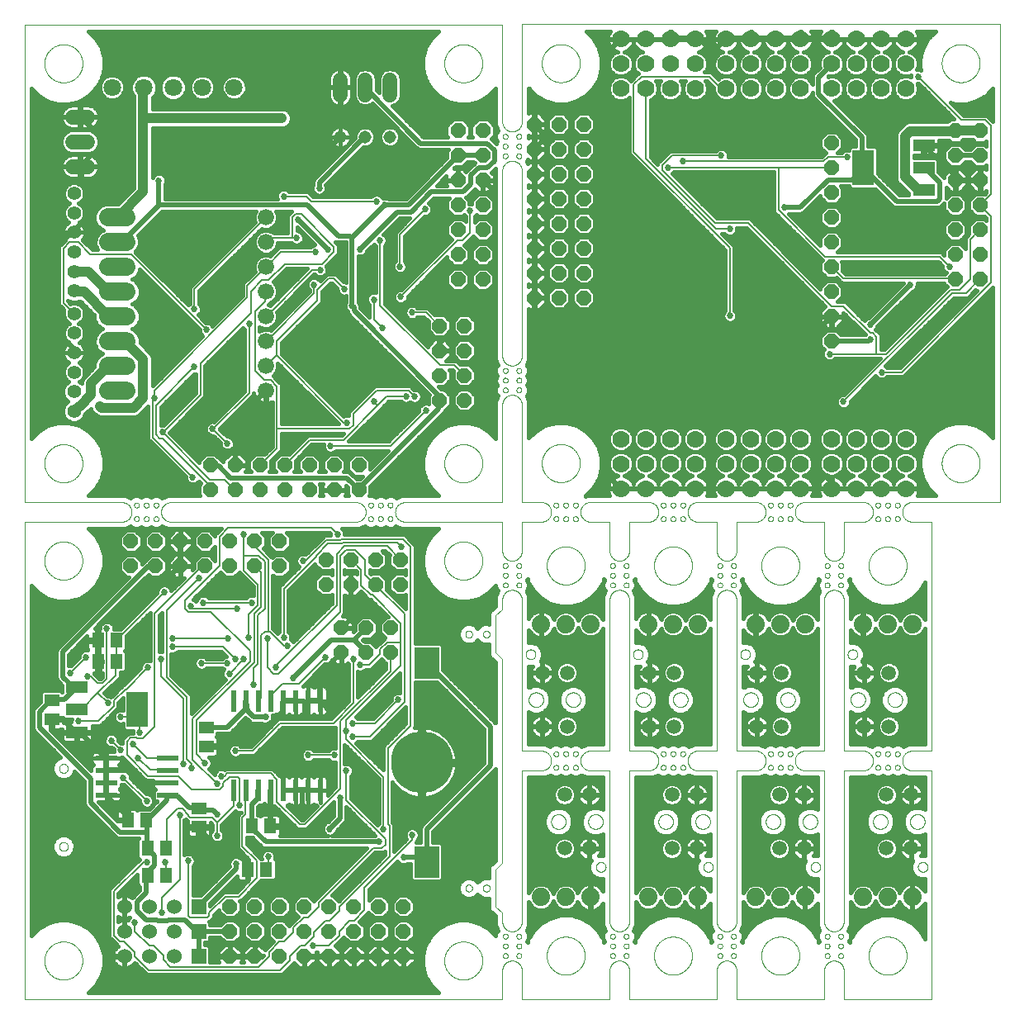
<source format=gbl>
G75*
%MOIN*%
%OFA0B0*%
%FSLAX25Y25*%
%IPPOS*%
%LPD*%
%AMOC8*
5,1,8,0,0,1.08239X$1,22.5*
%
%ADD10C,0.00000*%
%ADD11R,0.05118X0.05906*%
%ADD12R,0.05906X0.05118*%
%ADD13R,0.02362X0.08661*%
%ADD14C,0.25000*%
%ADD15R,0.09843X0.12598*%
%ADD16R,0.06000X0.06000*%
%ADD17C,0.06000*%
%ADD18R,0.08661X0.01969*%
%ADD19R,0.08800X0.04800*%
%ADD20R,0.08661X0.14173*%
%ADD21OC8,0.06000*%
%ADD22C,0.07400*%
%ADD23C,0.06600*%
%ADD24C,0.06000*%
%ADD25C,0.05150*%
%ADD26C,0.05600*%
%ADD27C,0.07087*%
%ADD28C,0.07000*%
%ADD29C,0.05937*%
%ADD30C,0.07400*%
%ADD31C,0.02000*%
%ADD32C,0.02700*%
%ADD33C,0.01600*%
%ADD34C,0.00700*%
%ADD35C,0.04000*%
D10*
X0031742Y0001800D02*
X0224669Y0001800D01*
X0224669Y0013611D01*
X0224671Y0013735D01*
X0224677Y0013858D01*
X0224686Y0013982D01*
X0224700Y0014104D01*
X0224717Y0014227D01*
X0224739Y0014349D01*
X0224764Y0014470D01*
X0224793Y0014590D01*
X0224825Y0014709D01*
X0224862Y0014828D01*
X0224902Y0014945D01*
X0224945Y0015060D01*
X0224993Y0015175D01*
X0225044Y0015287D01*
X0225098Y0015398D01*
X0225156Y0015508D01*
X0225217Y0015615D01*
X0225282Y0015721D01*
X0225350Y0015824D01*
X0225421Y0015925D01*
X0225495Y0016024D01*
X0225572Y0016121D01*
X0225653Y0016215D01*
X0225736Y0016306D01*
X0225822Y0016395D01*
X0225911Y0016481D01*
X0226002Y0016564D01*
X0226096Y0016645D01*
X0226193Y0016722D01*
X0226292Y0016796D01*
X0226393Y0016867D01*
X0226496Y0016935D01*
X0226602Y0017000D01*
X0226709Y0017061D01*
X0226819Y0017119D01*
X0226930Y0017173D01*
X0227042Y0017224D01*
X0227157Y0017272D01*
X0227272Y0017315D01*
X0227389Y0017355D01*
X0227508Y0017392D01*
X0227627Y0017424D01*
X0227747Y0017453D01*
X0227868Y0017478D01*
X0227990Y0017500D01*
X0228113Y0017517D01*
X0228235Y0017531D01*
X0228359Y0017540D01*
X0228482Y0017546D01*
X0228606Y0017548D01*
X0228730Y0017546D01*
X0228853Y0017540D01*
X0228977Y0017531D01*
X0229099Y0017517D01*
X0229222Y0017500D01*
X0229344Y0017478D01*
X0229465Y0017453D01*
X0229585Y0017424D01*
X0229704Y0017392D01*
X0229823Y0017355D01*
X0229940Y0017315D01*
X0230055Y0017272D01*
X0230170Y0017224D01*
X0230282Y0017173D01*
X0230393Y0017119D01*
X0230503Y0017061D01*
X0230610Y0017000D01*
X0230716Y0016935D01*
X0230819Y0016867D01*
X0230920Y0016796D01*
X0231019Y0016722D01*
X0231116Y0016645D01*
X0231210Y0016564D01*
X0231301Y0016481D01*
X0231390Y0016395D01*
X0231476Y0016306D01*
X0231559Y0016215D01*
X0231640Y0016121D01*
X0231717Y0016024D01*
X0231791Y0015925D01*
X0231862Y0015824D01*
X0231930Y0015721D01*
X0231995Y0015615D01*
X0232056Y0015508D01*
X0232114Y0015398D01*
X0232168Y0015287D01*
X0232219Y0015175D01*
X0232267Y0015060D01*
X0232310Y0014945D01*
X0232350Y0014828D01*
X0232387Y0014709D01*
X0232419Y0014590D01*
X0232448Y0014470D01*
X0232473Y0014349D01*
X0232495Y0014227D01*
X0232512Y0014104D01*
X0232526Y0013982D01*
X0232535Y0013858D01*
X0232541Y0013735D01*
X0232543Y0013611D01*
X0232543Y0001800D01*
X0267976Y0001800D01*
X0267976Y0013611D01*
X0267978Y0013735D01*
X0267984Y0013858D01*
X0267993Y0013982D01*
X0268007Y0014104D01*
X0268024Y0014227D01*
X0268046Y0014349D01*
X0268071Y0014470D01*
X0268100Y0014590D01*
X0268132Y0014709D01*
X0268169Y0014828D01*
X0268209Y0014945D01*
X0268252Y0015060D01*
X0268300Y0015175D01*
X0268351Y0015287D01*
X0268405Y0015398D01*
X0268463Y0015508D01*
X0268524Y0015615D01*
X0268589Y0015721D01*
X0268657Y0015824D01*
X0268728Y0015925D01*
X0268802Y0016024D01*
X0268879Y0016121D01*
X0268960Y0016215D01*
X0269043Y0016306D01*
X0269129Y0016395D01*
X0269218Y0016481D01*
X0269309Y0016564D01*
X0269403Y0016645D01*
X0269500Y0016722D01*
X0269599Y0016796D01*
X0269700Y0016867D01*
X0269803Y0016935D01*
X0269909Y0017000D01*
X0270016Y0017061D01*
X0270126Y0017119D01*
X0270237Y0017173D01*
X0270349Y0017224D01*
X0270464Y0017272D01*
X0270579Y0017315D01*
X0270696Y0017355D01*
X0270815Y0017392D01*
X0270934Y0017424D01*
X0271054Y0017453D01*
X0271175Y0017478D01*
X0271297Y0017500D01*
X0271420Y0017517D01*
X0271542Y0017531D01*
X0271666Y0017540D01*
X0271789Y0017546D01*
X0271913Y0017548D01*
X0272037Y0017546D01*
X0272160Y0017540D01*
X0272284Y0017531D01*
X0272406Y0017517D01*
X0272529Y0017500D01*
X0272651Y0017478D01*
X0272772Y0017453D01*
X0272892Y0017424D01*
X0273011Y0017392D01*
X0273130Y0017355D01*
X0273247Y0017315D01*
X0273362Y0017272D01*
X0273477Y0017224D01*
X0273589Y0017173D01*
X0273700Y0017119D01*
X0273810Y0017061D01*
X0273917Y0017000D01*
X0274023Y0016935D01*
X0274126Y0016867D01*
X0274227Y0016796D01*
X0274326Y0016722D01*
X0274423Y0016645D01*
X0274517Y0016564D01*
X0274608Y0016481D01*
X0274697Y0016395D01*
X0274783Y0016306D01*
X0274866Y0016215D01*
X0274947Y0016121D01*
X0275024Y0016024D01*
X0275098Y0015925D01*
X0275169Y0015824D01*
X0275237Y0015721D01*
X0275302Y0015615D01*
X0275363Y0015508D01*
X0275421Y0015398D01*
X0275475Y0015287D01*
X0275526Y0015175D01*
X0275574Y0015060D01*
X0275617Y0014945D01*
X0275657Y0014828D01*
X0275694Y0014709D01*
X0275726Y0014590D01*
X0275755Y0014470D01*
X0275780Y0014349D01*
X0275802Y0014227D01*
X0275819Y0014104D01*
X0275833Y0013982D01*
X0275842Y0013858D01*
X0275848Y0013735D01*
X0275850Y0013611D01*
X0275850Y0001800D01*
X0311283Y0001800D01*
X0311283Y0013611D01*
X0311285Y0013735D01*
X0311291Y0013858D01*
X0311300Y0013982D01*
X0311314Y0014104D01*
X0311331Y0014227D01*
X0311353Y0014349D01*
X0311378Y0014470D01*
X0311407Y0014590D01*
X0311439Y0014709D01*
X0311476Y0014828D01*
X0311516Y0014945D01*
X0311559Y0015060D01*
X0311607Y0015175D01*
X0311658Y0015287D01*
X0311712Y0015398D01*
X0311770Y0015508D01*
X0311831Y0015615D01*
X0311896Y0015721D01*
X0311964Y0015824D01*
X0312035Y0015925D01*
X0312109Y0016024D01*
X0312186Y0016121D01*
X0312267Y0016215D01*
X0312350Y0016306D01*
X0312436Y0016395D01*
X0312525Y0016481D01*
X0312616Y0016564D01*
X0312710Y0016645D01*
X0312807Y0016722D01*
X0312906Y0016796D01*
X0313007Y0016867D01*
X0313110Y0016935D01*
X0313216Y0017000D01*
X0313323Y0017061D01*
X0313433Y0017119D01*
X0313544Y0017173D01*
X0313656Y0017224D01*
X0313771Y0017272D01*
X0313886Y0017315D01*
X0314003Y0017355D01*
X0314122Y0017392D01*
X0314241Y0017424D01*
X0314361Y0017453D01*
X0314482Y0017478D01*
X0314604Y0017500D01*
X0314727Y0017517D01*
X0314849Y0017531D01*
X0314973Y0017540D01*
X0315096Y0017546D01*
X0315220Y0017548D01*
X0315344Y0017546D01*
X0315467Y0017540D01*
X0315591Y0017531D01*
X0315713Y0017517D01*
X0315836Y0017500D01*
X0315958Y0017478D01*
X0316079Y0017453D01*
X0316199Y0017424D01*
X0316318Y0017392D01*
X0316437Y0017355D01*
X0316554Y0017315D01*
X0316669Y0017272D01*
X0316784Y0017224D01*
X0316896Y0017173D01*
X0317007Y0017119D01*
X0317117Y0017061D01*
X0317224Y0017000D01*
X0317330Y0016935D01*
X0317433Y0016867D01*
X0317534Y0016796D01*
X0317633Y0016722D01*
X0317730Y0016645D01*
X0317824Y0016564D01*
X0317915Y0016481D01*
X0318004Y0016395D01*
X0318090Y0016306D01*
X0318173Y0016215D01*
X0318254Y0016121D01*
X0318331Y0016024D01*
X0318405Y0015925D01*
X0318476Y0015824D01*
X0318544Y0015721D01*
X0318609Y0015615D01*
X0318670Y0015508D01*
X0318728Y0015398D01*
X0318782Y0015287D01*
X0318833Y0015175D01*
X0318881Y0015060D01*
X0318924Y0014945D01*
X0318964Y0014828D01*
X0319001Y0014709D01*
X0319033Y0014590D01*
X0319062Y0014470D01*
X0319087Y0014349D01*
X0319109Y0014227D01*
X0319126Y0014104D01*
X0319140Y0013982D01*
X0319149Y0013858D01*
X0319155Y0013735D01*
X0319157Y0013611D01*
X0319157Y0001800D01*
X0354590Y0001800D01*
X0354590Y0013611D01*
X0354592Y0013735D01*
X0354598Y0013858D01*
X0354607Y0013982D01*
X0354621Y0014104D01*
X0354638Y0014227D01*
X0354660Y0014349D01*
X0354685Y0014470D01*
X0354714Y0014590D01*
X0354746Y0014709D01*
X0354783Y0014828D01*
X0354823Y0014945D01*
X0354866Y0015060D01*
X0354914Y0015175D01*
X0354965Y0015287D01*
X0355019Y0015398D01*
X0355077Y0015508D01*
X0355138Y0015615D01*
X0355203Y0015721D01*
X0355271Y0015824D01*
X0355342Y0015925D01*
X0355416Y0016024D01*
X0355493Y0016121D01*
X0355574Y0016215D01*
X0355657Y0016306D01*
X0355743Y0016395D01*
X0355832Y0016481D01*
X0355923Y0016564D01*
X0356017Y0016645D01*
X0356114Y0016722D01*
X0356213Y0016796D01*
X0356314Y0016867D01*
X0356417Y0016935D01*
X0356523Y0017000D01*
X0356630Y0017061D01*
X0356740Y0017119D01*
X0356851Y0017173D01*
X0356963Y0017224D01*
X0357078Y0017272D01*
X0357193Y0017315D01*
X0357310Y0017355D01*
X0357429Y0017392D01*
X0357548Y0017424D01*
X0357668Y0017453D01*
X0357789Y0017478D01*
X0357911Y0017500D01*
X0358034Y0017517D01*
X0358156Y0017531D01*
X0358280Y0017540D01*
X0358403Y0017546D01*
X0358527Y0017548D01*
X0358651Y0017546D01*
X0358774Y0017540D01*
X0358898Y0017531D01*
X0359020Y0017517D01*
X0359143Y0017500D01*
X0359265Y0017478D01*
X0359386Y0017453D01*
X0359506Y0017424D01*
X0359625Y0017392D01*
X0359744Y0017355D01*
X0359861Y0017315D01*
X0359976Y0017272D01*
X0360091Y0017224D01*
X0360203Y0017173D01*
X0360314Y0017119D01*
X0360424Y0017061D01*
X0360531Y0017000D01*
X0360637Y0016935D01*
X0360740Y0016867D01*
X0360841Y0016796D01*
X0360940Y0016722D01*
X0361037Y0016645D01*
X0361131Y0016564D01*
X0361222Y0016481D01*
X0361311Y0016395D01*
X0361397Y0016306D01*
X0361480Y0016215D01*
X0361561Y0016121D01*
X0361638Y0016024D01*
X0361712Y0015925D01*
X0361783Y0015824D01*
X0361851Y0015721D01*
X0361916Y0015615D01*
X0361977Y0015508D01*
X0362035Y0015398D01*
X0362089Y0015287D01*
X0362140Y0015175D01*
X0362188Y0015060D01*
X0362231Y0014945D01*
X0362271Y0014828D01*
X0362308Y0014709D01*
X0362340Y0014590D01*
X0362369Y0014470D01*
X0362394Y0014349D01*
X0362416Y0014227D01*
X0362433Y0014104D01*
X0362447Y0013982D01*
X0362456Y0013858D01*
X0362462Y0013735D01*
X0362464Y0013611D01*
X0362464Y0001800D01*
X0397897Y0001800D01*
X0397897Y0094320D01*
X0390023Y0094320D01*
X0389899Y0094322D01*
X0389776Y0094328D01*
X0389652Y0094337D01*
X0389530Y0094351D01*
X0389407Y0094368D01*
X0389285Y0094390D01*
X0389164Y0094415D01*
X0389044Y0094444D01*
X0388925Y0094476D01*
X0388806Y0094513D01*
X0388689Y0094553D01*
X0388574Y0094596D01*
X0388459Y0094644D01*
X0388347Y0094695D01*
X0388236Y0094749D01*
X0388126Y0094807D01*
X0388019Y0094868D01*
X0387913Y0094933D01*
X0387810Y0095001D01*
X0387709Y0095072D01*
X0387610Y0095146D01*
X0387513Y0095223D01*
X0387419Y0095304D01*
X0387328Y0095387D01*
X0387239Y0095473D01*
X0387153Y0095562D01*
X0387070Y0095653D01*
X0386989Y0095747D01*
X0386912Y0095844D01*
X0386838Y0095943D01*
X0386767Y0096044D01*
X0386699Y0096147D01*
X0386634Y0096253D01*
X0386573Y0096360D01*
X0386515Y0096470D01*
X0386461Y0096581D01*
X0386410Y0096693D01*
X0386362Y0096808D01*
X0386319Y0096923D01*
X0386279Y0097040D01*
X0386242Y0097159D01*
X0386210Y0097278D01*
X0386181Y0097398D01*
X0386156Y0097519D01*
X0386134Y0097641D01*
X0386117Y0097764D01*
X0386103Y0097886D01*
X0386094Y0098010D01*
X0386088Y0098133D01*
X0386086Y0098257D01*
X0386088Y0098381D01*
X0386094Y0098504D01*
X0386103Y0098628D01*
X0386117Y0098750D01*
X0386134Y0098873D01*
X0386156Y0098995D01*
X0386181Y0099116D01*
X0386210Y0099236D01*
X0386242Y0099355D01*
X0386279Y0099474D01*
X0386319Y0099591D01*
X0386362Y0099706D01*
X0386410Y0099821D01*
X0386461Y0099933D01*
X0386515Y0100044D01*
X0386573Y0100154D01*
X0386634Y0100261D01*
X0386699Y0100367D01*
X0386767Y0100470D01*
X0386838Y0100571D01*
X0386912Y0100670D01*
X0386989Y0100767D01*
X0387070Y0100861D01*
X0387153Y0100952D01*
X0387239Y0101041D01*
X0387328Y0101127D01*
X0387419Y0101210D01*
X0387513Y0101291D01*
X0387610Y0101368D01*
X0387709Y0101442D01*
X0387810Y0101513D01*
X0387913Y0101581D01*
X0388019Y0101646D01*
X0388126Y0101707D01*
X0388236Y0101765D01*
X0388347Y0101819D01*
X0388459Y0101870D01*
X0388574Y0101918D01*
X0388689Y0101961D01*
X0388806Y0102001D01*
X0388925Y0102038D01*
X0389044Y0102070D01*
X0389164Y0102099D01*
X0389285Y0102124D01*
X0389407Y0102146D01*
X0389530Y0102163D01*
X0389652Y0102177D01*
X0389776Y0102186D01*
X0389899Y0102192D01*
X0390023Y0102194D01*
X0397897Y0102194D01*
X0397897Y0194713D01*
X0390023Y0194713D01*
X0389899Y0194715D01*
X0389776Y0194721D01*
X0389652Y0194730D01*
X0389530Y0194744D01*
X0389407Y0194761D01*
X0389285Y0194783D01*
X0389164Y0194808D01*
X0389044Y0194837D01*
X0388925Y0194869D01*
X0388806Y0194906D01*
X0388689Y0194946D01*
X0388574Y0194989D01*
X0388459Y0195037D01*
X0388347Y0195088D01*
X0388236Y0195142D01*
X0388126Y0195200D01*
X0388019Y0195261D01*
X0387913Y0195326D01*
X0387810Y0195394D01*
X0387709Y0195465D01*
X0387610Y0195539D01*
X0387513Y0195616D01*
X0387419Y0195697D01*
X0387328Y0195780D01*
X0387239Y0195866D01*
X0387153Y0195955D01*
X0387070Y0196046D01*
X0386989Y0196140D01*
X0386912Y0196237D01*
X0386838Y0196336D01*
X0386767Y0196437D01*
X0386699Y0196540D01*
X0386634Y0196646D01*
X0386573Y0196753D01*
X0386515Y0196863D01*
X0386461Y0196974D01*
X0386410Y0197086D01*
X0386362Y0197201D01*
X0386319Y0197316D01*
X0386279Y0197433D01*
X0386242Y0197552D01*
X0386210Y0197671D01*
X0386181Y0197791D01*
X0386156Y0197912D01*
X0386134Y0198034D01*
X0386117Y0198157D01*
X0386103Y0198279D01*
X0386094Y0198403D01*
X0386088Y0198526D01*
X0386086Y0198650D01*
X0386088Y0198774D01*
X0386094Y0198897D01*
X0386103Y0199021D01*
X0386117Y0199143D01*
X0386134Y0199266D01*
X0386156Y0199388D01*
X0386181Y0199509D01*
X0386210Y0199629D01*
X0386242Y0199748D01*
X0386279Y0199867D01*
X0386319Y0199984D01*
X0386362Y0200099D01*
X0386410Y0200214D01*
X0386461Y0200326D01*
X0386515Y0200437D01*
X0386573Y0200547D01*
X0386634Y0200654D01*
X0386699Y0200760D01*
X0386767Y0200863D01*
X0386838Y0200964D01*
X0386912Y0201063D01*
X0386989Y0201160D01*
X0387070Y0201254D01*
X0387153Y0201345D01*
X0387239Y0201434D01*
X0387328Y0201520D01*
X0387419Y0201603D01*
X0387513Y0201684D01*
X0387610Y0201761D01*
X0387709Y0201835D01*
X0387810Y0201906D01*
X0387913Y0201974D01*
X0388019Y0202039D01*
X0388126Y0202100D01*
X0388236Y0202158D01*
X0388347Y0202212D01*
X0388459Y0202263D01*
X0388574Y0202311D01*
X0388689Y0202354D01*
X0388806Y0202394D01*
X0388925Y0202431D01*
X0389044Y0202463D01*
X0389164Y0202492D01*
X0389285Y0202517D01*
X0389407Y0202539D01*
X0389530Y0202556D01*
X0389652Y0202570D01*
X0389776Y0202579D01*
X0389899Y0202585D01*
X0390023Y0202587D01*
X0425456Y0202587D01*
X0425456Y0395501D01*
X0232543Y0395501D01*
X0232543Y0356131D01*
X0232541Y0356007D01*
X0232535Y0355884D01*
X0232526Y0355760D01*
X0232512Y0355638D01*
X0232495Y0355515D01*
X0232473Y0355393D01*
X0232448Y0355272D01*
X0232419Y0355152D01*
X0232387Y0355033D01*
X0232350Y0354914D01*
X0232310Y0354797D01*
X0232267Y0354682D01*
X0232219Y0354567D01*
X0232168Y0354455D01*
X0232114Y0354344D01*
X0232056Y0354234D01*
X0231995Y0354127D01*
X0231930Y0354021D01*
X0231862Y0353918D01*
X0231791Y0353817D01*
X0231717Y0353718D01*
X0231640Y0353621D01*
X0231559Y0353527D01*
X0231476Y0353436D01*
X0231390Y0353347D01*
X0231301Y0353261D01*
X0231210Y0353178D01*
X0231116Y0353097D01*
X0231019Y0353020D01*
X0230920Y0352946D01*
X0230819Y0352875D01*
X0230716Y0352807D01*
X0230610Y0352742D01*
X0230503Y0352681D01*
X0230393Y0352623D01*
X0230282Y0352569D01*
X0230170Y0352518D01*
X0230055Y0352470D01*
X0229940Y0352427D01*
X0229823Y0352387D01*
X0229704Y0352350D01*
X0229585Y0352318D01*
X0229465Y0352289D01*
X0229344Y0352264D01*
X0229222Y0352242D01*
X0229099Y0352225D01*
X0228977Y0352211D01*
X0228853Y0352202D01*
X0228730Y0352196D01*
X0228606Y0352194D01*
X0228482Y0352196D01*
X0228359Y0352202D01*
X0228235Y0352211D01*
X0228113Y0352225D01*
X0227990Y0352242D01*
X0227868Y0352264D01*
X0227747Y0352289D01*
X0227627Y0352318D01*
X0227508Y0352350D01*
X0227389Y0352387D01*
X0227272Y0352427D01*
X0227157Y0352470D01*
X0227042Y0352518D01*
X0226930Y0352569D01*
X0226819Y0352623D01*
X0226709Y0352681D01*
X0226602Y0352742D01*
X0226496Y0352807D01*
X0226393Y0352875D01*
X0226292Y0352946D01*
X0226193Y0353020D01*
X0226096Y0353097D01*
X0226002Y0353178D01*
X0225911Y0353261D01*
X0225822Y0353347D01*
X0225736Y0353436D01*
X0225653Y0353527D01*
X0225572Y0353621D01*
X0225495Y0353718D01*
X0225421Y0353817D01*
X0225350Y0353918D01*
X0225282Y0354021D01*
X0225217Y0354127D01*
X0225156Y0354234D01*
X0225098Y0354344D01*
X0225044Y0354455D01*
X0224993Y0354567D01*
X0224945Y0354682D01*
X0224902Y0354797D01*
X0224862Y0354914D01*
X0224825Y0355033D01*
X0224793Y0355152D01*
X0224764Y0355272D01*
X0224739Y0355393D01*
X0224717Y0355515D01*
X0224700Y0355638D01*
X0224686Y0355760D01*
X0224677Y0355884D01*
X0224671Y0356007D01*
X0224669Y0356131D01*
X0224669Y0395439D01*
X0031756Y0395439D01*
X0031756Y0202526D01*
X0071126Y0202526D01*
X0071250Y0202524D01*
X0071374Y0202518D01*
X0071497Y0202508D01*
X0071620Y0202495D01*
X0071743Y0202477D01*
X0071865Y0202455D01*
X0071987Y0202430D01*
X0072107Y0202401D01*
X0072226Y0202368D01*
X0072345Y0202331D01*
X0072462Y0202290D01*
X0072578Y0202246D01*
X0072692Y0202198D01*
X0072805Y0202147D01*
X0072916Y0202092D01*
X0073025Y0202033D01*
X0073132Y0201971D01*
X0073238Y0201906D01*
X0073341Y0201837D01*
X0073442Y0201765D01*
X0073541Y0201690D01*
X0073637Y0201612D01*
X0073730Y0201531D01*
X0073821Y0201447D01*
X0073910Y0201360D01*
X0073995Y0201270D01*
X0074078Y0201178D01*
X0074158Y0201083D01*
X0074234Y0200986D01*
X0074308Y0200886D01*
X0074378Y0200784D01*
X0074445Y0200679D01*
X0074509Y0200573D01*
X0074569Y0200465D01*
X0074626Y0200355D01*
X0074679Y0200243D01*
X0074729Y0200129D01*
X0074775Y0200014D01*
X0074817Y0199898D01*
X0074856Y0199780D01*
X0074891Y0199661D01*
X0074922Y0199541D01*
X0074949Y0199420D01*
X0074973Y0199298D01*
X0074992Y0199176D01*
X0075008Y0199053D01*
X0075020Y0198930D01*
X0075028Y0198806D01*
X0075032Y0198682D01*
X0075032Y0198558D01*
X0075028Y0198434D01*
X0075020Y0198310D01*
X0075008Y0198187D01*
X0074992Y0198064D01*
X0074973Y0197942D01*
X0074949Y0197820D01*
X0074922Y0197699D01*
X0074891Y0197579D01*
X0074856Y0197460D01*
X0074817Y0197342D01*
X0074775Y0197226D01*
X0074729Y0197111D01*
X0074679Y0196997D01*
X0074626Y0196885D01*
X0074569Y0196775D01*
X0074509Y0196667D01*
X0074445Y0196561D01*
X0074378Y0196456D01*
X0074308Y0196354D01*
X0074234Y0196254D01*
X0074158Y0196157D01*
X0074078Y0196062D01*
X0073995Y0195970D01*
X0073910Y0195880D01*
X0073821Y0195793D01*
X0073730Y0195709D01*
X0073637Y0195628D01*
X0073541Y0195550D01*
X0073442Y0195475D01*
X0073341Y0195403D01*
X0073238Y0195334D01*
X0073132Y0195269D01*
X0073025Y0195207D01*
X0072916Y0195148D01*
X0072805Y0195093D01*
X0072692Y0195042D01*
X0072578Y0194994D01*
X0072462Y0194950D01*
X0072345Y0194909D01*
X0072226Y0194872D01*
X0072107Y0194839D01*
X0071987Y0194810D01*
X0071865Y0194785D01*
X0071743Y0194763D01*
X0071620Y0194745D01*
X0071497Y0194732D01*
X0071374Y0194722D01*
X0071250Y0194716D01*
X0071126Y0194714D01*
X0071126Y0194713D02*
X0031742Y0194713D01*
X0031742Y0001800D01*
X0039813Y0017548D02*
X0039815Y0017736D01*
X0039822Y0017925D01*
X0039834Y0018113D01*
X0039850Y0018300D01*
X0039871Y0018488D01*
X0039896Y0018674D01*
X0039926Y0018860D01*
X0039961Y0019046D01*
X0040000Y0019230D01*
X0040043Y0019413D01*
X0040091Y0019596D01*
X0040144Y0019777D01*
X0040200Y0019956D01*
X0040262Y0020134D01*
X0040327Y0020311D01*
X0040397Y0020486D01*
X0040472Y0020659D01*
X0040550Y0020830D01*
X0040633Y0021000D01*
X0040719Y0021167D01*
X0040810Y0021332D01*
X0040905Y0021495D01*
X0041004Y0021655D01*
X0041107Y0021813D01*
X0041213Y0021968D01*
X0041324Y0022121D01*
X0041438Y0022271D01*
X0041556Y0022418D01*
X0041677Y0022562D01*
X0041802Y0022704D01*
X0041930Y0022842D01*
X0042062Y0022976D01*
X0042196Y0023108D01*
X0042334Y0023236D01*
X0042476Y0023361D01*
X0042620Y0023482D01*
X0042767Y0023600D01*
X0042917Y0023714D01*
X0043070Y0023825D01*
X0043225Y0023931D01*
X0043383Y0024034D01*
X0043543Y0024133D01*
X0043706Y0024228D01*
X0043871Y0024319D01*
X0044038Y0024405D01*
X0044208Y0024488D01*
X0044379Y0024566D01*
X0044552Y0024641D01*
X0044727Y0024711D01*
X0044904Y0024776D01*
X0045082Y0024838D01*
X0045261Y0024894D01*
X0045442Y0024947D01*
X0045625Y0024995D01*
X0045808Y0025038D01*
X0045992Y0025077D01*
X0046178Y0025112D01*
X0046364Y0025142D01*
X0046550Y0025167D01*
X0046738Y0025188D01*
X0046925Y0025204D01*
X0047113Y0025216D01*
X0047302Y0025223D01*
X0047490Y0025225D01*
X0047678Y0025223D01*
X0047867Y0025216D01*
X0048055Y0025204D01*
X0048242Y0025188D01*
X0048430Y0025167D01*
X0048616Y0025142D01*
X0048802Y0025112D01*
X0048988Y0025077D01*
X0049172Y0025038D01*
X0049355Y0024995D01*
X0049538Y0024947D01*
X0049719Y0024894D01*
X0049898Y0024838D01*
X0050076Y0024776D01*
X0050253Y0024711D01*
X0050428Y0024641D01*
X0050601Y0024566D01*
X0050772Y0024488D01*
X0050942Y0024405D01*
X0051109Y0024319D01*
X0051274Y0024228D01*
X0051437Y0024133D01*
X0051597Y0024034D01*
X0051755Y0023931D01*
X0051910Y0023825D01*
X0052063Y0023714D01*
X0052213Y0023600D01*
X0052360Y0023482D01*
X0052504Y0023361D01*
X0052646Y0023236D01*
X0052784Y0023108D01*
X0052918Y0022976D01*
X0053050Y0022842D01*
X0053178Y0022704D01*
X0053303Y0022562D01*
X0053424Y0022418D01*
X0053542Y0022271D01*
X0053656Y0022121D01*
X0053767Y0021968D01*
X0053873Y0021813D01*
X0053976Y0021655D01*
X0054075Y0021495D01*
X0054170Y0021332D01*
X0054261Y0021167D01*
X0054347Y0021000D01*
X0054430Y0020830D01*
X0054508Y0020659D01*
X0054583Y0020486D01*
X0054653Y0020311D01*
X0054718Y0020134D01*
X0054780Y0019956D01*
X0054836Y0019777D01*
X0054889Y0019596D01*
X0054937Y0019413D01*
X0054980Y0019230D01*
X0055019Y0019046D01*
X0055054Y0018860D01*
X0055084Y0018674D01*
X0055109Y0018488D01*
X0055130Y0018300D01*
X0055146Y0018113D01*
X0055158Y0017925D01*
X0055165Y0017736D01*
X0055167Y0017548D01*
X0055165Y0017360D01*
X0055158Y0017171D01*
X0055146Y0016983D01*
X0055130Y0016796D01*
X0055109Y0016608D01*
X0055084Y0016422D01*
X0055054Y0016236D01*
X0055019Y0016050D01*
X0054980Y0015866D01*
X0054937Y0015683D01*
X0054889Y0015500D01*
X0054836Y0015319D01*
X0054780Y0015140D01*
X0054718Y0014962D01*
X0054653Y0014785D01*
X0054583Y0014610D01*
X0054508Y0014437D01*
X0054430Y0014266D01*
X0054347Y0014096D01*
X0054261Y0013929D01*
X0054170Y0013764D01*
X0054075Y0013601D01*
X0053976Y0013441D01*
X0053873Y0013283D01*
X0053767Y0013128D01*
X0053656Y0012975D01*
X0053542Y0012825D01*
X0053424Y0012678D01*
X0053303Y0012534D01*
X0053178Y0012392D01*
X0053050Y0012254D01*
X0052918Y0012120D01*
X0052784Y0011988D01*
X0052646Y0011860D01*
X0052504Y0011735D01*
X0052360Y0011614D01*
X0052213Y0011496D01*
X0052063Y0011382D01*
X0051910Y0011271D01*
X0051755Y0011165D01*
X0051597Y0011062D01*
X0051437Y0010963D01*
X0051274Y0010868D01*
X0051109Y0010777D01*
X0050942Y0010691D01*
X0050772Y0010608D01*
X0050601Y0010530D01*
X0050428Y0010455D01*
X0050253Y0010385D01*
X0050076Y0010320D01*
X0049898Y0010258D01*
X0049719Y0010202D01*
X0049538Y0010149D01*
X0049355Y0010101D01*
X0049172Y0010058D01*
X0048988Y0010019D01*
X0048802Y0009984D01*
X0048616Y0009954D01*
X0048430Y0009929D01*
X0048242Y0009908D01*
X0048055Y0009892D01*
X0047867Y0009880D01*
X0047678Y0009873D01*
X0047490Y0009871D01*
X0047302Y0009873D01*
X0047113Y0009880D01*
X0046925Y0009892D01*
X0046738Y0009908D01*
X0046550Y0009929D01*
X0046364Y0009954D01*
X0046178Y0009984D01*
X0045992Y0010019D01*
X0045808Y0010058D01*
X0045625Y0010101D01*
X0045442Y0010149D01*
X0045261Y0010202D01*
X0045082Y0010258D01*
X0044904Y0010320D01*
X0044727Y0010385D01*
X0044552Y0010455D01*
X0044379Y0010530D01*
X0044208Y0010608D01*
X0044038Y0010691D01*
X0043871Y0010777D01*
X0043706Y0010868D01*
X0043543Y0010963D01*
X0043383Y0011062D01*
X0043225Y0011165D01*
X0043070Y0011271D01*
X0042917Y0011382D01*
X0042767Y0011496D01*
X0042620Y0011614D01*
X0042476Y0011735D01*
X0042334Y0011860D01*
X0042196Y0011988D01*
X0042062Y0012120D01*
X0041930Y0012254D01*
X0041802Y0012392D01*
X0041677Y0012534D01*
X0041556Y0012678D01*
X0041438Y0012825D01*
X0041324Y0012975D01*
X0041213Y0013128D01*
X0041107Y0013283D01*
X0041004Y0013441D01*
X0040905Y0013601D01*
X0040810Y0013764D01*
X0040719Y0013929D01*
X0040633Y0014096D01*
X0040550Y0014266D01*
X0040472Y0014437D01*
X0040397Y0014610D01*
X0040327Y0014785D01*
X0040262Y0014962D01*
X0040200Y0015140D01*
X0040144Y0015319D01*
X0040091Y0015500D01*
X0040043Y0015683D01*
X0040000Y0015866D01*
X0039961Y0016050D01*
X0039926Y0016236D01*
X0039896Y0016422D01*
X0039871Y0016608D01*
X0039850Y0016796D01*
X0039834Y0016983D01*
X0039822Y0017171D01*
X0039815Y0017360D01*
X0039813Y0017548D01*
X0045758Y0063611D02*
X0045760Y0063695D01*
X0045766Y0063778D01*
X0045776Y0063861D01*
X0045790Y0063944D01*
X0045807Y0064026D01*
X0045829Y0064107D01*
X0045854Y0064186D01*
X0045883Y0064265D01*
X0045916Y0064342D01*
X0045952Y0064417D01*
X0045992Y0064491D01*
X0046035Y0064563D01*
X0046082Y0064632D01*
X0046132Y0064699D01*
X0046185Y0064764D01*
X0046241Y0064826D01*
X0046299Y0064886D01*
X0046361Y0064943D01*
X0046425Y0064996D01*
X0046492Y0065047D01*
X0046561Y0065094D01*
X0046632Y0065139D01*
X0046705Y0065179D01*
X0046780Y0065216D01*
X0046857Y0065250D01*
X0046935Y0065280D01*
X0047014Y0065306D01*
X0047095Y0065329D01*
X0047177Y0065347D01*
X0047259Y0065362D01*
X0047342Y0065373D01*
X0047425Y0065380D01*
X0047509Y0065383D01*
X0047593Y0065382D01*
X0047676Y0065377D01*
X0047760Y0065368D01*
X0047842Y0065355D01*
X0047924Y0065339D01*
X0048005Y0065318D01*
X0048086Y0065294D01*
X0048164Y0065266D01*
X0048242Y0065234D01*
X0048318Y0065198D01*
X0048392Y0065159D01*
X0048464Y0065117D01*
X0048534Y0065071D01*
X0048602Y0065022D01*
X0048667Y0064970D01*
X0048730Y0064915D01*
X0048790Y0064857D01*
X0048848Y0064796D01*
X0048902Y0064732D01*
X0048954Y0064666D01*
X0049002Y0064598D01*
X0049047Y0064527D01*
X0049088Y0064454D01*
X0049127Y0064380D01*
X0049161Y0064304D01*
X0049192Y0064226D01*
X0049219Y0064147D01*
X0049243Y0064066D01*
X0049262Y0063985D01*
X0049278Y0063903D01*
X0049290Y0063820D01*
X0049298Y0063736D01*
X0049302Y0063653D01*
X0049302Y0063569D01*
X0049298Y0063486D01*
X0049290Y0063402D01*
X0049278Y0063319D01*
X0049262Y0063237D01*
X0049243Y0063156D01*
X0049219Y0063075D01*
X0049192Y0062996D01*
X0049161Y0062918D01*
X0049127Y0062842D01*
X0049088Y0062768D01*
X0049047Y0062695D01*
X0049002Y0062624D01*
X0048954Y0062556D01*
X0048902Y0062490D01*
X0048848Y0062426D01*
X0048790Y0062365D01*
X0048730Y0062307D01*
X0048667Y0062252D01*
X0048602Y0062200D01*
X0048534Y0062151D01*
X0048464Y0062105D01*
X0048392Y0062063D01*
X0048318Y0062024D01*
X0048242Y0061988D01*
X0048164Y0061956D01*
X0048086Y0061928D01*
X0048005Y0061904D01*
X0047924Y0061883D01*
X0047842Y0061867D01*
X0047760Y0061854D01*
X0047676Y0061845D01*
X0047593Y0061840D01*
X0047509Y0061839D01*
X0047425Y0061842D01*
X0047342Y0061849D01*
X0047259Y0061860D01*
X0047177Y0061875D01*
X0047095Y0061893D01*
X0047014Y0061916D01*
X0046935Y0061942D01*
X0046857Y0061972D01*
X0046780Y0062006D01*
X0046705Y0062043D01*
X0046632Y0062083D01*
X0046561Y0062128D01*
X0046492Y0062175D01*
X0046425Y0062226D01*
X0046361Y0062279D01*
X0046299Y0062336D01*
X0046241Y0062396D01*
X0046185Y0062458D01*
X0046132Y0062523D01*
X0046082Y0062590D01*
X0046035Y0062659D01*
X0045992Y0062731D01*
X0045952Y0062805D01*
X0045916Y0062880D01*
X0045883Y0062957D01*
X0045854Y0063036D01*
X0045829Y0063115D01*
X0045807Y0063196D01*
X0045790Y0063278D01*
X0045776Y0063361D01*
X0045766Y0063444D01*
X0045760Y0063527D01*
X0045758Y0063611D01*
X0045758Y0095107D02*
X0045760Y0095191D01*
X0045766Y0095274D01*
X0045776Y0095357D01*
X0045790Y0095440D01*
X0045807Y0095522D01*
X0045829Y0095603D01*
X0045854Y0095682D01*
X0045883Y0095761D01*
X0045916Y0095838D01*
X0045952Y0095913D01*
X0045992Y0095987D01*
X0046035Y0096059D01*
X0046082Y0096128D01*
X0046132Y0096195D01*
X0046185Y0096260D01*
X0046241Y0096322D01*
X0046299Y0096382D01*
X0046361Y0096439D01*
X0046425Y0096492D01*
X0046492Y0096543D01*
X0046561Y0096590D01*
X0046632Y0096635D01*
X0046705Y0096675D01*
X0046780Y0096712D01*
X0046857Y0096746D01*
X0046935Y0096776D01*
X0047014Y0096802D01*
X0047095Y0096825D01*
X0047177Y0096843D01*
X0047259Y0096858D01*
X0047342Y0096869D01*
X0047425Y0096876D01*
X0047509Y0096879D01*
X0047593Y0096878D01*
X0047676Y0096873D01*
X0047760Y0096864D01*
X0047842Y0096851D01*
X0047924Y0096835D01*
X0048005Y0096814D01*
X0048086Y0096790D01*
X0048164Y0096762D01*
X0048242Y0096730D01*
X0048318Y0096694D01*
X0048392Y0096655D01*
X0048464Y0096613D01*
X0048534Y0096567D01*
X0048602Y0096518D01*
X0048667Y0096466D01*
X0048730Y0096411D01*
X0048790Y0096353D01*
X0048848Y0096292D01*
X0048902Y0096228D01*
X0048954Y0096162D01*
X0049002Y0096094D01*
X0049047Y0096023D01*
X0049088Y0095950D01*
X0049127Y0095876D01*
X0049161Y0095800D01*
X0049192Y0095722D01*
X0049219Y0095643D01*
X0049243Y0095562D01*
X0049262Y0095481D01*
X0049278Y0095399D01*
X0049290Y0095316D01*
X0049298Y0095232D01*
X0049302Y0095149D01*
X0049302Y0095065D01*
X0049298Y0094982D01*
X0049290Y0094898D01*
X0049278Y0094815D01*
X0049262Y0094733D01*
X0049243Y0094652D01*
X0049219Y0094571D01*
X0049192Y0094492D01*
X0049161Y0094414D01*
X0049127Y0094338D01*
X0049088Y0094264D01*
X0049047Y0094191D01*
X0049002Y0094120D01*
X0048954Y0094052D01*
X0048902Y0093986D01*
X0048848Y0093922D01*
X0048790Y0093861D01*
X0048730Y0093803D01*
X0048667Y0093748D01*
X0048602Y0093696D01*
X0048534Y0093647D01*
X0048464Y0093601D01*
X0048392Y0093559D01*
X0048318Y0093520D01*
X0048242Y0093484D01*
X0048164Y0093452D01*
X0048086Y0093424D01*
X0048005Y0093400D01*
X0047924Y0093379D01*
X0047842Y0093363D01*
X0047760Y0093350D01*
X0047676Y0093341D01*
X0047593Y0093336D01*
X0047509Y0093335D01*
X0047425Y0093338D01*
X0047342Y0093345D01*
X0047259Y0093356D01*
X0047177Y0093371D01*
X0047095Y0093389D01*
X0047014Y0093412D01*
X0046935Y0093438D01*
X0046857Y0093468D01*
X0046780Y0093502D01*
X0046705Y0093539D01*
X0046632Y0093579D01*
X0046561Y0093624D01*
X0046492Y0093671D01*
X0046425Y0093722D01*
X0046361Y0093775D01*
X0046299Y0093832D01*
X0046241Y0093892D01*
X0046185Y0093954D01*
X0046132Y0094019D01*
X0046082Y0094086D01*
X0046035Y0094155D01*
X0045992Y0094227D01*
X0045952Y0094301D01*
X0045916Y0094376D01*
X0045883Y0094453D01*
X0045854Y0094532D01*
X0045829Y0094611D01*
X0045807Y0094692D01*
X0045790Y0094774D01*
X0045776Y0094857D01*
X0045766Y0094940D01*
X0045760Y0095023D01*
X0045758Y0095107D01*
X0039813Y0178965D02*
X0039815Y0179153D01*
X0039822Y0179342D01*
X0039834Y0179530D01*
X0039850Y0179717D01*
X0039871Y0179905D01*
X0039896Y0180091D01*
X0039926Y0180277D01*
X0039961Y0180463D01*
X0040000Y0180647D01*
X0040043Y0180830D01*
X0040091Y0181013D01*
X0040144Y0181194D01*
X0040200Y0181373D01*
X0040262Y0181551D01*
X0040327Y0181728D01*
X0040397Y0181903D01*
X0040472Y0182076D01*
X0040550Y0182247D01*
X0040633Y0182417D01*
X0040719Y0182584D01*
X0040810Y0182749D01*
X0040905Y0182912D01*
X0041004Y0183072D01*
X0041107Y0183230D01*
X0041213Y0183385D01*
X0041324Y0183538D01*
X0041438Y0183688D01*
X0041556Y0183835D01*
X0041677Y0183979D01*
X0041802Y0184121D01*
X0041930Y0184259D01*
X0042062Y0184393D01*
X0042196Y0184525D01*
X0042334Y0184653D01*
X0042476Y0184778D01*
X0042620Y0184899D01*
X0042767Y0185017D01*
X0042917Y0185131D01*
X0043070Y0185242D01*
X0043225Y0185348D01*
X0043383Y0185451D01*
X0043543Y0185550D01*
X0043706Y0185645D01*
X0043871Y0185736D01*
X0044038Y0185822D01*
X0044208Y0185905D01*
X0044379Y0185983D01*
X0044552Y0186058D01*
X0044727Y0186128D01*
X0044904Y0186193D01*
X0045082Y0186255D01*
X0045261Y0186311D01*
X0045442Y0186364D01*
X0045625Y0186412D01*
X0045808Y0186455D01*
X0045992Y0186494D01*
X0046178Y0186529D01*
X0046364Y0186559D01*
X0046550Y0186584D01*
X0046738Y0186605D01*
X0046925Y0186621D01*
X0047113Y0186633D01*
X0047302Y0186640D01*
X0047490Y0186642D01*
X0047678Y0186640D01*
X0047867Y0186633D01*
X0048055Y0186621D01*
X0048242Y0186605D01*
X0048430Y0186584D01*
X0048616Y0186559D01*
X0048802Y0186529D01*
X0048988Y0186494D01*
X0049172Y0186455D01*
X0049355Y0186412D01*
X0049538Y0186364D01*
X0049719Y0186311D01*
X0049898Y0186255D01*
X0050076Y0186193D01*
X0050253Y0186128D01*
X0050428Y0186058D01*
X0050601Y0185983D01*
X0050772Y0185905D01*
X0050942Y0185822D01*
X0051109Y0185736D01*
X0051274Y0185645D01*
X0051437Y0185550D01*
X0051597Y0185451D01*
X0051755Y0185348D01*
X0051910Y0185242D01*
X0052063Y0185131D01*
X0052213Y0185017D01*
X0052360Y0184899D01*
X0052504Y0184778D01*
X0052646Y0184653D01*
X0052784Y0184525D01*
X0052918Y0184393D01*
X0053050Y0184259D01*
X0053178Y0184121D01*
X0053303Y0183979D01*
X0053424Y0183835D01*
X0053542Y0183688D01*
X0053656Y0183538D01*
X0053767Y0183385D01*
X0053873Y0183230D01*
X0053976Y0183072D01*
X0054075Y0182912D01*
X0054170Y0182749D01*
X0054261Y0182584D01*
X0054347Y0182417D01*
X0054430Y0182247D01*
X0054508Y0182076D01*
X0054583Y0181903D01*
X0054653Y0181728D01*
X0054718Y0181551D01*
X0054780Y0181373D01*
X0054836Y0181194D01*
X0054889Y0181013D01*
X0054937Y0180830D01*
X0054980Y0180647D01*
X0055019Y0180463D01*
X0055054Y0180277D01*
X0055084Y0180091D01*
X0055109Y0179905D01*
X0055130Y0179717D01*
X0055146Y0179530D01*
X0055158Y0179342D01*
X0055165Y0179153D01*
X0055167Y0178965D01*
X0055165Y0178777D01*
X0055158Y0178588D01*
X0055146Y0178400D01*
X0055130Y0178213D01*
X0055109Y0178025D01*
X0055084Y0177839D01*
X0055054Y0177653D01*
X0055019Y0177467D01*
X0054980Y0177283D01*
X0054937Y0177100D01*
X0054889Y0176917D01*
X0054836Y0176736D01*
X0054780Y0176557D01*
X0054718Y0176379D01*
X0054653Y0176202D01*
X0054583Y0176027D01*
X0054508Y0175854D01*
X0054430Y0175683D01*
X0054347Y0175513D01*
X0054261Y0175346D01*
X0054170Y0175181D01*
X0054075Y0175018D01*
X0053976Y0174858D01*
X0053873Y0174700D01*
X0053767Y0174545D01*
X0053656Y0174392D01*
X0053542Y0174242D01*
X0053424Y0174095D01*
X0053303Y0173951D01*
X0053178Y0173809D01*
X0053050Y0173671D01*
X0052918Y0173537D01*
X0052784Y0173405D01*
X0052646Y0173277D01*
X0052504Y0173152D01*
X0052360Y0173031D01*
X0052213Y0172913D01*
X0052063Y0172799D01*
X0051910Y0172688D01*
X0051755Y0172582D01*
X0051597Y0172479D01*
X0051437Y0172380D01*
X0051274Y0172285D01*
X0051109Y0172194D01*
X0050942Y0172108D01*
X0050772Y0172025D01*
X0050601Y0171947D01*
X0050428Y0171872D01*
X0050253Y0171802D01*
X0050076Y0171737D01*
X0049898Y0171675D01*
X0049719Y0171619D01*
X0049538Y0171566D01*
X0049355Y0171518D01*
X0049172Y0171475D01*
X0048988Y0171436D01*
X0048802Y0171401D01*
X0048616Y0171371D01*
X0048430Y0171346D01*
X0048242Y0171325D01*
X0048055Y0171309D01*
X0047867Y0171297D01*
X0047678Y0171290D01*
X0047490Y0171288D01*
X0047302Y0171290D01*
X0047113Y0171297D01*
X0046925Y0171309D01*
X0046738Y0171325D01*
X0046550Y0171346D01*
X0046364Y0171371D01*
X0046178Y0171401D01*
X0045992Y0171436D01*
X0045808Y0171475D01*
X0045625Y0171518D01*
X0045442Y0171566D01*
X0045261Y0171619D01*
X0045082Y0171675D01*
X0044904Y0171737D01*
X0044727Y0171802D01*
X0044552Y0171872D01*
X0044379Y0171947D01*
X0044208Y0172025D01*
X0044038Y0172108D01*
X0043871Y0172194D01*
X0043706Y0172285D01*
X0043543Y0172380D01*
X0043383Y0172479D01*
X0043225Y0172582D01*
X0043070Y0172688D01*
X0042917Y0172799D01*
X0042767Y0172913D01*
X0042620Y0173031D01*
X0042476Y0173152D01*
X0042334Y0173277D01*
X0042196Y0173405D01*
X0042062Y0173537D01*
X0041930Y0173671D01*
X0041802Y0173809D01*
X0041677Y0173951D01*
X0041556Y0174095D01*
X0041438Y0174242D01*
X0041324Y0174392D01*
X0041213Y0174545D01*
X0041107Y0174700D01*
X0041004Y0174858D01*
X0040905Y0175018D01*
X0040810Y0175181D01*
X0040719Y0175346D01*
X0040633Y0175513D01*
X0040550Y0175683D01*
X0040472Y0175854D01*
X0040397Y0176027D01*
X0040327Y0176202D01*
X0040262Y0176379D01*
X0040200Y0176557D01*
X0040144Y0176736D01*
X0040091Y0176917D01*
X0040043Y0177100D01*
X0040000Y0177283D01*
X0039961Y0177467D01*
X0039926Y0177653D01*
X0039896Y0177839D01*
X0039871Y0178025D01*
X0039850Y0178213D01*
X0039834Y0178400D01*
X0039822Y0178588D01*
X0039815Y0178777D01*
X0039813Y0178965D01*
X0076031Y0195894D02*
X0076033Y0195957D01*
X0076039Y0196019D01*
X0076049Y0196081D01*
X0076062Y0196143D01*
X0076080Y0196203D01*
X0076101Y0196262D01*
X0076126Y0196320D01*
X0076155Y0196376D01*
X0076187Y0196430D01*
X0076222Y0196482D01*
X0076260Y0196531D01*
X0076302Y0196579D01*
X0076346Y0196623D01*
X0076394Y0196665D01*
X0076443Y0196703D01*
X0076495Y0196738D01*
X0076549Y0196770D01*
X0076605Y0196799D01*
X0076663Y0196824D01*
X0076722Y0196845D01*
X0076782Y0196863D01*
X0076844Y0196876D01*
X0076906Y0196886D01*
X0076968Y0196892D01*
X0077031Y0196894D01*
X0077094Y0196892D01*
X0077156Y0196886D01*
X0077218Y0196876D01*
X0077280Y0196863D01*
X0077340Y0196845D01*
X0077399Y0196824D01*
X0077457Y0196799D01*
X0077513Y0196770D01*
X0077567Y0196738D01*
X0077619Y0196703D01*
X0077668Y0196665D01*
X0077716Y0196623D01*
X0077760Y0196579D01*
X0077802Y0196531D01*
X0077840Y0196482D01*
X0077875Y0196430D01*
X0077907Y0196376D01*
X0077936Y0196320D01*
X0077961Y0196262D01*
X0077982Y0196203D01*
X0078000Y0196143D01*
X0078013Y0196081D01*
X0078023Y0196019D01*
X0078029Y0195957D01*
X0078031Y0195894D01*
X0078029Y0195831D01*
X0078023Y0195769D01*
X0078013Y0195707D01*
X0078000Y0195645D01*
X0077982Y0195585D01*
X0077961Y0195526D01*
X0077936Y0195468D01*
X0077907Y0195412D01*
X0077875Y0195358D01*
X0077840Y0195306D01*
X0077802Y0195257D01*
X0077760Y0195209D01*
X0077716Y0195165D01*
X0077668Y0195123D01*
X0077619Y0195085D01*
X0077567Y0195050D01*
X0077513Y0195018D01*
X0077457Y0194989D01*
X0077399Y0194964D01*
X0077340Y0194943D01*
X0077280Y0194925D01*
X0077218Y0194912D01*
X0077156Y0194902D01*
X0077094Y0194896D01*
X0077031Y0194894D01*
X0076968Y0194896D01*
X0076906Y0194902D01*
X0076844Y0194912D01*
X0076782Y0194925D01*
X0076722Y0194943D01*
X0076663Y0194964D01*
X0076605Y0194989D01*
X0076549Y0195018D01*
X0076495Y0195050D01*
X0076443Y0195085D01*
X0076394Y0195123D01*
X0076346Y0195165D01*
X0076302Y0195209D01*
X0076260Y0195257D01*
X0076222Y0195306D01*
X0076187Y0195358D01*
X0076155Y0195412D01*
X0076126Y0195468D01*
X0076101Y0195526D01*
X0076080Y0195585D01*
X0076062Y0195645D01*
X0076049Y0195707D01*
X0076039Y0195769D01*
X0076033Y0195831D01*
X0076031Y0195894D01*
X0079968Y0195894D02*
X0079970Y0195957D01*
X0079976Y0196019D01*
X0079986Y0196081D01*
X0079999Y0196143D01*
X0080017Y0196203D01*
X0080038Y0196262D01*
X0080063Y0196320D01*
X0080092Y0196376D01*
X0080124Y0196430D01*
X0080159Y0196482D01*
X0080197Y0196531D01*
X0080239Y0196579D01*
X0080283Y0196623D01*
X0080331Y0196665D01*
X0080380Y0196703D01*
X0080432Y0196738D01*
X0080486Y0196770D01*
X0080542Y0196799D01*
X0080600Y0196824D01*
X0080659Y0196845D01*
X0080719Y0196863D01*
X0080781Y0196876D01*
X0080843Y0196886D01*
X0080905Y0196892D01*
X0080968Y0196894D01*
X0081031Y0196892D01*
X0081093Y0196886D01*
X0081155Y0196876D01*
X0081217Y0196863D01*
X0081277Y0196845D01*
X0081336Y0196824D01*
X0081394Y0196799D01*
X0081450Y0196770D01*
X0081504Y0196738D01*
X0081556Y0196703D01*
X0081605Y0196665D01*
X0081653Y0196623D01*
X0081697Y0196579D01*
X0081739Y0196531D01*
X0081777Y0196482D01*
X0081812Y0196430D01*
X0081844Y0196376D01*
X0081873Y0196320D01*
X0081898Y0196262D01*
X0081919Y0196203D01*
X0081937Y0196143D01*
X0081950Y0196081D01*
X0081960Y0196019D01*
X0081966Y0195957D01*
X0081968Y0195894D01*
X0081966Y0195831D01*
X0081960Y0195769D01*
X0081950Y0195707D01*
X0081937Y0195645D01*
X0081919Y0195585D01*
X0081898Y0195526D01*
X0081873Y0195468D01*
X0081844Y0195412D01*
X0081812Y0195358D01*
X0081777Y0195306D01*
X0081739Y0195257D01*
X0081697Y0195209D01*
X0081653Y0195165D01*
X0081605Y0195123D01*
X0081556Y0195085D01*
X0081504Y0195050D01*
X0081450Y0195018D01*
X0081394Y0194989D01*
X0081336Y0194964D01*
X0081277Y0194943D01*
X0081217Y0194925D01*
X0081155Y0194912D01*
X0081093Y0194902D01*
X0081031Y0194896D01*
X0080968Y0194894D01*
X0080905Y0194896D01*
X0080843Y0194902D01*
X0080781Y0194912D01*
X0080719Y0194925D01*
X0080659Y0194943D01*
X0080600Y0194964D01*
X0080542Y0194989D01*
X0080486Y0195018D01*
X0080432Y0195050D01*
X0080380Y0195085D01*
X0080331Y0195123D01*
X0080283Y0195165D01*
X0080239Y0195209D01*
X0080197Y0195257D01*
X0080159Y0195306D01*
X0080124Y0195358D01*
X0080092Y0195412D01*
X0080063Y0195468D01*
X0080038Y0195526D01*
X0080017Y0195585D01*
X0079999Y0195645D01*
X0079986Y0195707D01*
X0079976Y0195769D01*
X0079970Y0195831D01*
X0079968Y0195894D01*
X0083905Y0195894D02*
X0083907Y0195957D01*
X0083913Y0196019D01*
X0083923Y0196081D01*
X0083936Y0196143D01*
X0083954Y0196203D01*
X0083975Y0196262D01*
X0084000Y0196320D01*
X0084029Y0196376D01*
X0084061Y0196430D01*
X0084096Y0196482D01*
X0084134Y0196531D01*
X0084176Y0196579D01*
X0084220Y0196623D01*
X0084268Y0196665D01*
X0084317Y0196703D01*
X0084369Y0196738D01*
X0084423Y0196770D01*
X0084479Y0196799D01*
X0084537Y0196824D01*
X0084596Y0196845D01*
X0084656Y0196863D01*
X0084718Y0196876D01*
X0084780Y0196886D01*
X0084842Y0196892D01*
X0084905Y0196894D01*
X0084968Y0196892D01*
X0085030Y0196886D01*
X0085092Y0196876D01*
X0085154Y0196863D01*
X0085214Y0196845D01*
X0085273Y0196824D01*
X0085331Y0196799D01*
X0085387Y0196770D01*
X0085441Y0196738D01*
X0085493Y0196703D01*
X0085542Y0196665D01*
X0085590Y0196623D01*
X0085634Y0196579D01*
X0085676Y0196531D01*
X0085714Y0196482D01*
X0085749Y0196430D01*
X0085781Y0196376D01*
X0085810Y0196320D01*
X0085835Y0196262D01*
X0085856Y0196203D01*
X0085874Y0196143D01*
X0085887Y0196081D01*
X0085897Y0196019D01*
X0085903Y0195957D01*
X0085905Y0195894D01*
X0085903Y0195831D01*
X0085897Y0195769D01*
X0085887Y0195707D01*
X0085874Y0195645D01*
X0085856Y0195585D01*
X0085835Y0195526D01*
X0085810Y0195468D01*
X0085781Y0195412D01*
X0085749Y0195358D01*
X0085714Y0195306D01*
X0085676Y0195257D01*
X0085634Y0195209D01*
X0085590Y0195165D01*
X0085542Y0195123D01*
X0085493Y0195085D01*
X0085441Y0195050D01*
X0085387Y0195018D01*
X0085331Y0194989D01*
X0085273Y0194964D01*
X0085214Y0194943D01*
X0085154Y0194925D01*
X0085092Y0194912D01*
X0085030Y0194902D01*
X0084968Y0194896D01*
X0084905Y0194894D01*
X0084842Y0194896D01*
X0084780Y0194902D01*
X0084718Y0194912D01*
X0084656Y0194925D01*
X0084596Y0194943D01*
X0084537Y0194964D01*
X0084479Y0194989D01*
X0084423Y0195018D01*
X0084369Y0195050D01*
X0084317Y0195085D01*
X0084268Y0195123D01*
X0084220Y0195165D01*
X0084176Y0195209D01*
X0084134Y0195257D01*
X0084096Y0195306D01*
X0084061Y0195358D01*
X0084029Y0195412D01*
X0084000Y0195468D01*
X0083975Y0195526D01*
X0083954Y0195585D01*
X0083936Y0195645D01*
X0083923Y0195707D01*
X0083913Y0195769D01*
X0083907Y0195831D01*
X0083905Y0195894D01*
X0083905Y0201406D02*
X0083907Y0201469D01*
X0083913Y0201531D01*
X0083923Y0201593D01*
X0083936Y0201655D01*
X0083954Y0201715D01*
X0083975Y0201774D01*
X0084000Y0201832D01*
X0084029Y0201888D01*
X0084061Y0201942D01*
X0084096Y0201994D01*
X0084134Y0202043D01*
X0084176Y0202091D01*
X0084220Y0202135D01*
X0084268Y0202177D01*
X0084317Y0202215D01*
X0084369Y0202250D01*
X0084423Y0202282D01*
X0084479Y0202311D01*
X0084537Y0202336D01*
X0084596Y0202357D01*
X0084656Y0202375D01*
X0084718Y0202388D01*
X0084780Y0202398D01*
X0084842Y0202404D01*
X0084905Y0202406D01*
X0084968Y0202404D01*
X0085030Y0202398D01*
X0085092Y0202388D01*
X0085154Y0202375D01*
X0085214Y0202357D01*
X0085273Y0202336D01*
X0085331Y0202311D01*
X0085387Y0202282D01*
X0085441Y0202250D01*
X0085493Y0202215D01*
X0085542Y0202177D01*
X0085590Y0202135D01*
X0085634Y0202091D01*
X0085676Y0202043D01*
X0085714Y0201994D01*
X0085749Y0201942D01*
X0085781Y0201888D01*
X0085810Y0201832D01*
X0085835Y0201774D01*
X0085856Y0201715D01*
X0085874Y0201655D01*
X0085887Y0201593D01*
X0085897Y0201531D01*
X0085903Y0201469D01*
X0085905Y0201406D01*
X0085903Y0201343D01*
X0085897Y0201281D01*
X0085887Y0201219D01*
X0085874Y0201157D01*
X0085856Y0201097D01*
X0085835Y0201038D01*
X0085810Y0200980D01*
X0085781Y0200924D01*
X0085749Y0200870D01*
X0085714Y0200818D01*
X0085676Y0200769D01*
X0085634Y0200721D01*
X0085590Y0200677D01*
X0085542Y0200635D01*
X0085493Y0200597D01*
X0085441Y0200562D01*
X0085387Y0200530D01*
X0085331Y0200501D01*
X0085273Y0200476D01*
X0085214Y0200455D01*
X0085154Y0200437D01*
X0085092Y0200424D01*
X0085030Y0200414D01*
X0084968Y0200408D01*
X0084905Y0200406D01*
X0084842Y0200408D01*
X0084780Y0200414D01*
X0084718Y0200424D01*
X0084656Y0200437D01*
X0084596Y0200455D01*
X0084537Y0200476D01*
X0084479Y0200501D01*
X0084423Y0200530D01*
X0084369Y0200562D01*
X0084317Y0200597D01*
X0084268Y0200635D01*
X0084220Y0200677D01*
X0084176Y0200721D01*
X0084134Y0200769D01*
X0084096Y0200818D01*
X0084061Y0200870D01*
X0084029Y0200924D01*
X0084000Y0200980D01*
X0083975Y0201038D01*
X0083954Y0201097D01*
X0083936Y0201157D01*
X0083923Y0201219D01*
X0083913Y0201281D01*
X0083907Y0201343D01*
X0083905Y0201406D01*
X0079968Y0201406D02*
X0079970Y0201469D01*
X0079976Y0201531D01*
X0079986Y0201593D01*
X0079999Y0201655D01*
X0080017Y0201715D01*
X0080038Y0201774D01*
X0080063Y0201832D01*
X0080092Y0201888D01*
X0080124Y0201942D01*
X0080159Y0201994D01*
X0080197Y0202043D01*
X0080239Y0202091D01*
X0080283Y0202135D01*
X0080331Y0202177D01*
X0080380Y0202215D01*
X0080432Y0202250D01*
X0080486Y0202282D01*
X0080542Y0202311D01*
X0080600Y0202336D01*
X0080659Y0202357D01*
X0080719Y0202375D01*
X0080781Y0202388D01*
X0080843Y0202398D01*
X0080905Y0202404D01*
X0080968Y0202406D01*
X0081031Y0202404D01*
X0081093Y0202398D01*
X0081155Y0202388D01*
X0081217Y0202375D01*
X0081277Y0202357D01*
X0081336Y0202336D01*
X0081394Y0202311D01*
X0081450Y0202282D01*
X0081504Y0202250D01*
X0081556Y0202215D01*
X0081605Y0202177D01*
X0081653Y0202135D01*
X0081697Y0202091D01*
X0081739Y0202043D01*
X0081777Y0201994D01*
X0081812Y0201942D01*
X0081844Y0201888D01*
X0081873Y0201832D01*
X0081898Y0201774D01*
X0081919Y0201715D01*
X0081937Y0201655D01*
X0081950Y0201593D01*
X0081960Y0201531D01*
X0081966Y0201469D01*
X0081968Y0201406D01*
X0081966Y0201343D01*
X0081960Y0201281D01*
X0081950Y0201219D01*
X0081937Y0201157D01*
X0081919Y0201097D01*
X0081898Y0201038D01*
X0081873Y0200980D01*
X0081844Y0200924D01*
X0081812Y0200870D01*
X0081777Y0200818D01*
X0081739Y0200769D01*
X0081697Y0200721D01*
X0081653Y0200677D01*
X0081605Y0200635D01*
X0081556Y0200597D01*
X0081504Y0200562D01*
X0081450Y0200530D01*
X0081394Y0200501D01*
X0081336Y0200476D01*
X0081277Y0200455D01*
X0081217Y0200437D01*
X0081155Y0200424D01*
X0081093Y0200414D01*
X0081031Y0200408D01*
X0080968Y0200406D01*
X0080905Y0200408D01*
X0080843Y0200414D01*
X0080781Y0200424D01*
X0080719Y0200437D01*
X0080659Y0200455D01*
X0080600Y0200476D01*
X0080542Y0200501D01*
X0080486Y0200530D01*
X0080432Y0200562D01*
X0080380Y0200597D01*
X0080331Y0200635D01*
X0080283Y0200677D01*
X0080239Y0200721D01*
X0080197Y0200769D01*
X0080159Y0200818D01*
X0080124Y0200870D01*
X0080092Y0200924D01*
X0080063Y0200980D01*
X0080038Y0201038D01*
X0080017Y0201097D01*
X0079999Y0201157D01*
X0079986Y0201219D01*
X0079976Y0201281D01*
X0079970Y0201343D01*
X0079968Y0201406D01*
X0076031Y0201406D02*
X0076033Y0201469D01*
X0076039Y0201531D01*
X0076049Y0201593D01*
X0076062Y0201655D01*
X0076080Y0201715D01*
X0076101Y0201774D01*
X0076126Y0201832D01*
X0076155Y0201888D01*
X0076187Y0201942D01*
X0076222Y0201994D01*
X0076260Y0202043D01*
X0076302Y0202091D01*
X0076346Y0202135D01*
X0076394Y0202177D01*
X0076443Y0202215D01*
X0076495Y0202250D01*
X0076549Y0202282D01*
X0076605Y0202311D01*
X0076663Y0202336D01*
X0076722Y0202357D01*
X0076782Y0202375D01*
X0076844Y0202388D01*
X0076906Y0202398D01*
X0076968Y0202404D01*
X0077031Y0202406D01*
X0077094Y0202404D01*
X0077156Y0202398D01*
X0077218Y0202388D01*
X0077280Y0202375D01*
X0077340Y0202357D01*
X0077399Y0202336D01*
X0077457Y0202311D01*
X0077513Y0202282D01*
X0077567Y0202250D01*
X0077619Y0202215D01*
X0077668Y0202177D01*
X0077716Y0202135D01*
X0077760Y0202091D01*
X0077802Y0202043D01*
X0077840Y0201994D01*
X0077875Y0201942D01*
X0077907Y0201888D01*
X0077936Y0201832D01*
X0077961Y0201774D01*
X0077982Y0201715D01*
X0078000Y0201655D01*
X0078013Y0201593D01*
X0078023Y0201531D01*
X0078029Y0201469D01*
X0078031Y0201406D01*
X0078029Y0201343D01*
X0078023Y0201281D01*
X0078013Y0201219D01*
X0078000Y0201157D01*
X0077982Y0201097D01*
X0077961Y0201038D01*
X0077936Y0200980D01*
X0077907Y0200924D01*
X0077875Y0200870D01*
X0077840Y0200818D01*
X0077802Y0200769D01*
X0077760Y0200721D01*
X0077716Y0200677D01*
X0077668Y0200635D01*
X0077619Y0200597D01*
X0077567Y0200562D01*
X0077513Y0200530D01*
X0077457Y0200501D01*
X0077399Y0200476D01*
X0077340Y0200455D01*
X0077280Y0200437D01*
X0077218Y0200424D01*
X0077156Y0200414D01*
X0077094Y0200408D01*
X0077031Y0200406D01*
X0076968Y0200408D01*
X0076906Y0200414D01*
X0076844Y0200424D01*
X0076782Y0200437D01*
X0076722Y0200455D01*
X0076663Y0200476D01*
X0076605Y0200501D01*
X0076549Y0200530D01*
X0076495Y0200562D01*
X0076443Y0200597D01*
X0076394Y0200635D01*
X0076346Y0200677D01*
X0076302Y0200721D01*
X0076260Y0200769D01*
X0076222Y0200818D01*
X0076187Y0200870D01*
X0076155Y0200924D01*
X0076126Y0200980D01*
X0076101Y0201038D01*
X0076080Y0201097D01*
X0076062Y0201157D01*
X0076049Y0201219D01*
X0076039Y0201281D01*
X0076033Y0201343D01*
X0076031Y0201406D01*
X0090811Y0202526D02*
X0165614Y0202526D01*
X0165738Y0202524D01*
X0165862Y0202518D01*
X0165985Y0202508D01*
X0166108Y0202495D01*
X0166231Y0202477D01*
X0166353Y0202455D01*
X0166475Y0202430D01*
X0166595Y0202401D01*
X0166714Y0202368D01*
X0166833Y0202331D01*
X0166950Y0202290D01*
X0167066Y0202246D01*
X0167180Y0202198D01*
X0167293Y0202147D01*
X0167404Y0202092D01*
X0167513Y0202033D01*
X0167620Y0201971D01*
X0167726Y0201906D01*
X0167829Y0201837D01*
X0167930Y0201765D01*
X0168029Y0201690D01*
X0168125Y0201612D01*
X0168218Y0201531D01*
X0168309Y0201447D01*
X0168398Y0201360D01*
X0168483Y0201270D01*
X0168566Y0201178D01*
X0168646Y0201083D01*
X0168722Y0200986D01*
X0168796Y0200886D01*
X0168866Y0200784D01*
X0168933Y0200679D01*
X0168997Y0200573D01*
X0169057Y0200465D01*
X0169114Y0200355D01*
X0169167Y0200243D01*
X0169217Y0200129D01*
X0169263Y0200014D01*
X0169305Y0199898D01*
X0169344Y0199780D01*
X0169379Y0199661D01*
X0169410Y0199541D01*
X0169437Y0199420D01*
X0169461Y0199298D01*
X0169480Y0199176D01*
X0169496Y0199053D01*
X0169508Y0198930D01*
X0169516Y0198806D01*
X0169520Y0198682D01*
X0169520Y0198558D01*
X0169516Y0198434D01*
X0169508Y0198310D01*
X0169496Y0198187D01*
X0169480Y0198064D01*
X0169461Y0197942D01*
X0169437Y0197820D01*
X0169410Y0197699D01*
X0169379Y0197579D01*
X0169344Y0197460D01*
X0169305Y0197342D01*
X0169263Y0197226D01*
X0169217Y0197111D01*
X0169167Y0196997D01*
X0169114Y0196885D01*
X0169057Y0196775D01*
X0168997Y0196667D01*
X0168933Y0196561D01*
X0168866Y0196456D01*
X0168796Y0196354D01*
X0168722Y0196254D01*
X0168646Y0196157D01*
X0168566Y0196062D01*
X0168483Y0195970D01*
X0168398Y0195880D01*
X0168309Y0195793D01*
X0168218Y0195709D01*
X0168125Y0195628D01*
X0168029Y0195550D01*
X0167930Y0195475D01*
X0167829Y0195403D01*
X0167726Y0195334D01*
X0167620Y0195269D01*
X0167513Y0195207D01*
X0167404Y0195148D01*
X0167293Y0195093D01*
X0167180Y0195042D01*
X0167066Y0194994D01*
X0166950Y0194950D01*
X0166833Y0194909D01*
X0166714Y0194872D01*
X0166595Y0194839D01*
X0166475Y0194810D01*
X0166353Y0194785D01*
X0166231Y0194763D01*
X0166108Y0194745D01*
X0165985Y0194732D01*
X0165862Y0194722D01*
X0165738Y0194716D01*
X0165614Y0194714D01*
X0165614Y0194713D02*
X0090811Y0194713D01*
X0090811Y0194714D02*
X0090687Y0194716D01*
X0090563Y0194722D01*
X0090440Y0194732D01*
X0090317Y0194745D01*
X0090194Y0194763D01*
X0090072Y0194785D01*
X0089950Y0194810D01*
X0089830Y0194839D01*
X0089711Y0194872D01*
X0089592Y0194909D01*
X0089475Y0194950D01*
X0089359Y0194994D01*
X0089245Y0195042D01*
X0089132Y0195093D01*
X0089021Y0195148D01*
X0088912Y0195207D01*
X0088805Y0195269D01*
X0088699Y0195334D01*
X0088596Y0195403D01*
X0088495Y0195475D01*
X0088396Y0195550D01*
X0088300Y0195628D01*
X0088207Y0195709D01*
X0088116Y0195793D01*
X0088027Y0195880D01*
X0087942Y0195970D01*
X0087859Y0196062D01*
X0087779Y0196157D01*
X0087703Y0196254D01*
X0087629Y0196354D01*
X0087559Y0196456D01*
X0087492Y0196561D01*
X0087428Y0196667D01*
X0087368Y0196775D01*
X0087311Y0196885D01*
X0087258Y0196997D01*
X0087208Y0197111D01*
X0087162Y0197226D01*
X0087120Y0197342D01*
X0087081Y0197460D01*
X0087046Y0197579D01*
X0087015Y0197699D01*
X0086988Y0197820D01*
X0086964Y0197942D01*
X0086945Y0198064D01*
X0086929Y0198187D01*
X0086917Y0198310D01*
X0086909Y0198434D01*
X0086905Y0198558D01*
X0086905Y0198682D01*
X0086909Y0198806D01*
X0086917Y0198930D01*
X0086929Y0199053D01*
X0086945Y0199176D01*
X0086964Y0199298D01*
X0086988Y0199420D01*
X0087015Y0199541D01*
X0087046Y0199661D01*
X0087081Y0199780D01*
X0087120Y0199898D01*
X0087162Y0200014D01*
X0087208Y0200129D01*
X0087258Y0200243D01*
X0087311Y0200355D01*
X0087368Y0200465D01*
X0087428Y0200573D01*
X0087492Y0200679D01*
X0087559Y0200784D01*
X0087629Y0200886D01*
X0087703Y0200986D01*
X0087779Y0201083D01*
X0087859Y0201178D01*
X0087942Y0201270D01*
X0088027Y0201360D01*
X0088116Y0201447D01*
X0088207Y0201531D01*
X0088300Y0201612D01*
X0088396Y0201690D01*
X0088495Y0201765D01*
X0088596Y0201837D01*
X0088699Y0201906D01*
X0088805Y0201971D01*
X0088912Y0202033D01*
X0089021Y0202092D01*
X0089132Y0202147D01*
X0089245Y0202198D01*
X0089359Y0202246D01*
X0089475Y0202290D01*
X0089592Y0202331D01*
X0089711Y0202368D01*
X0089830Y0202401D01*
X0089950Y0202430D01*
X0090072Y0202455D01*
X0090194Y0202477D01*
X0090317Y0202495D01*
X0090440Y0202508D01*
X0090563Y0202518D01*
X0090687Y0202524D01*
X0090811Y0202526D01*
X0039827Y0218274D02*
X0039829Y0218462D01*
X0039836Y0218651D01*
X0039848Y0218839D01*
X0039864Y0219026D01*
X0039885Y0219214D01*
X0039910Y0219400D01*
X0039940Y0219586D01*
X0039975Y0219772D01*
X0040014Y0219956D01*
X0040057Y0220139D01*
X0040105Y0220322D01*
X0040158Y0220503D01*
X0040214Y0220682D01*
X0040276Y0220860D01*
X0040341Y0221037D01*
X0040411Y0221212D01*
X0040486Y0221385D01*
X0040564Y0221556D01*
X0040647Y0221726D01*
X0040733Y0221893D01*
X0040824Y0222058D01*
X0040919Y0222221D01*
X0041018Y0222381D01*
X0041121Y0222539D01*
X0041227Y0222694D01*
X0041338Y0222847D01*
X0041452Y0222997D01*
X0041570Y0223144D01*
X0041691Y0223288D01*
X0041816Y0223430D01*
X0041944Y0223568D01*
X0042076Y0223702D01*
X0042210Y0223834D01*
X0042348Y0223962D01*
X0042490Y0224087D01*
X0042634Y0224208D01*
X0042781Y0224326D01*
X0042931Y0224440D01*
X0043084Y0224551D01*
X0043239Y0224657D01*
X0043397Y0224760D01*
X0043557Y0224859D01*
X0043720Y0224954D01*
X0043885Y0225045D01*
X0044052Y0225131D01*
X0044222Y0225214D01*
X0044393Y0225292D01*
X0044566Y0225367D01*
X0044741Y0225437D01*
X0044918Y0225502D01*
X0045096Y0225564D01*
X0045275Y0225620D01*
X0045456Y0225673D01*
X0045639Y0225721D01*
X0045822Y0225764D01*
X0046006Y0225803D01*
X0046192Y0225838D01*
X0046378Y0225868D01*
X0046564Y0225893D01*
X0046752Y0225914D01*
X0046939Y0225930D01*
X0047127Y0225942D01*
X0047316Y0225949D01*
X0047504Y0225951D01*
X0047692Y0225949D01*
X0047881Y0225942D01*
X0048069Y0225930D01*
X0048256Y0225914D01*
X0048444Y0225893D01*
X0048630Y0225868D01*
X0048816Y0225838D01*
X0049002Y0225803D01*
X0049186Y0225764D01*
X0049369Y0225721D01*
X0049552Y0225673D01*
X0049733Y0225620D01*
X0049912Y0225564D01*
X0050090Y0225502D01*
X0050267Y0225437D01*
X0050442Y0225367D01*
X0050615Y0225292D01*
X0050786Y0225214D01*
X0050956Y0225131D01*
X0051123Y0225045D01*
X0051288Y0224954D01*
X0051451Y0224859D01*
X0051611Y0224760D01*
X0051769Y0224657D01*
X0051924Y0224551D01*
X0052077Y0224440D01*
X0052227Y0224326D01*
X0052374Y0224208D01*
X0052518Y0224087D01*
X0052660Y0223962D01*
X0052798Y0223834D01*
X0052932Y0223702D01*
X0053064Y0223568D01*
X0053192Y0223430D01*
X0053317Y0223288D01*
X0053438Y0223144D01*
X0053556Y0222997D01*
X0053670Y0222847D01*
X0053781Y0222694D01*
X0053887Y0222539D01*
X0053990Y0222381D01*
X0054089Y0222221D01*
X0054184Y0222058D01*
X0054275Y0221893D01*
X0054361Y0221726D01*
X0054444Y0221556D01*
X0054522Y0221385D01*
X0054597Y0221212D01*
X0054667Y0221037D01*
X0054732Y0220860D01*
X0054794Y0220682D01*
X0054850Y0220503D01*
X0054903Y0220322D01*
X0054951Y0220139D01*
X0054994Y0219956D01*
X0055033Y0219772D01*
X0055068Y0219586D01*
X0055098Y0219400D01*
X0055123Y0219214D01*
X0055144Y0219026D01*
X0055160Y0218839D01*
X0055172Y0218651D01*
X0055179Y0218462D01*
X0055181Y0218274D01*
X0055179Y0218086D01*
X0055172Y0217897D01*
X0055160Y0217709D01*
X0055144Y0217522D01*
X0055123Y0217334D01*
X0055098Y0217148D01*
X0055068Y0216962D01*
X0055033Y0216776D01*
X0054994Y0216592D01*
X0054951Y0216409D01*
X0054903Y0216226D01*
X0054850Y0216045D01*
X0054794Y0215866D01*
X0054732Y0215688D01*
X0054667Y0215511D01*
X0054597Y0215336D01*
X0054522Y0215163D01*
X0054444Y0214992D01*
X0054361Y0214822D01*
X0054275Y0214655D01*
X0054184Y0214490D01*
X0054089Y0214327D01*
X0053990Y0214167D01*
X0053887Y0214009D01*
X0053781Y0213854D01*
X0053670Y0213701D01*
X0053556Y0213551D01*
X0053438Y0213404D01*
X0053317Y0213260D01*
X0053192Y0213118D01*
X0053064Y0212980D01*
X0052932Y0212846D01*
X0052798Y0212714D01*
X0052660Y0212586D01*
X0052518Y0212461D01*
X0052374Y0212340D01*
X0052227Y0212222D01*
X0052077Y0212108D01*
X0051924Y0211997D01*
X0051769Y0211891D01*
X0051611Y0211788D01*
X0051451Y0211689D01*
X0051288Y0211594D01*
X0051123Y0211503D01*
X0050956Y0211417D01*
X0050786Y0211334D01*
X0050615Y0211256D01*
X0050442Y0211181D01*
X0050267Y0211111D01*
X0050090Y0211046D01*
X0049912Y0210984D01*
X0049733Y0210928D01*
X0049552Y0210875D01*
X0049369Y0210827D01*
X0049186Y0210784D01*
X0049002Y0210745D01*
X0048816Y0210710D01*
X0048630Y0210680D01*
X0048444Y0210655D01*
X0048256Y0210634D01*
X0048069Y0210618D01*
X0047881Y0210606D01*
X0047692Y0210599D01*
X0047504Y0210597D01*
X0047316Y0210599D01*
X0047127Y0210606D01*
X0046939Y0210618D01*
X0046752Y0210634D01*
X0046564Y0210655D01*
X0046378Y0210680D01*
X0046192Y0210710D01*
X0046006Y0210745D01*
X0045822Y0210784D01*
X0045639Y0210827D01*
X0045456Y0210875D01*
X0045275Y0210928D01*
X0045096Y0210984D01*
X0044918Y0211046D01*
X0044741Y0211111D01*
X0044566Y0211181D01*
X0044393Y0211256D01*
X0044222Y0211334D01*
X0044052Y0211417D01*
X0043885Y0211503D01*
X0043720Y0211594D01*
X0043557Y0211689D01*
X0043397Y0211788D01*
X0043239Y0211891D01*
X0043084Y0211997D01*
X0042931Y0212108D01*
X0042781Y0212222D01*
X0042634Y0212340D01*
X0042490Y0212461D01*
X0042348Y0212586D01*
X0042210Y0212714D01*
X0042076Y0212846D01*
X0041944Y0212980D01*
X0041816Y0213118D01*
X0041691Y0213260D01*
X0041570Y0213404D01*
X0041452Y0213551D01*
X0041338Y0213701D01*
X0041227Y0213854D01*
X0041121Y0214009D01*
X0041018Y0214167D01*
X0040919Y0214327D01*
X0040824Y0214490D01*
X0040733Y0214655D01*
X0040647Y0214822D01*
X0040564Y0214992D01*
X0040486Y0215163D01*
X0040411Y0215336D01*
X0040341Y0215511D01*
X0040276Y0215688D01*
X0040214Y0215866D01*
X0040158Y0216045D01*
X0040105Y0216226D01*
X0040057Y0216409D01*
X0040014Y0216592D01*
X0039975Y0216776D01*
X0039940Y0216962D01*
X0039910Y0217148D01*
X0039885Y0217334D01*
X0039864Y0217522D01*
X0039848Y0217709D01*
X0039836Y0217897D01*
X0039829Y0218086D01*
X0039827Y0218274D01*
X0170519Y0201406D02*
X0170521Y0201469D01*
X0170527Y0201531D01*
X0170537Y0201593D01*
X0170550Y0201655D01*
X0170568Y0201715D01*
X0170589Y0201774D01*
X0170614Y0201832D01*
X0170643Y0201888D01*
X0170675Y0201942D01*
X0170710Y0201994D01*
X0170748Y0202043D01*
X0170790Y0202091D01*
X0170834Y0202135D01*
X0170882Y0202177D01*
X0170931Y0202215D01*
X0170983Y0202250D01*
X0171037Y0202282D01*
X0171093Y0202311D01*
X0171151Y0202336D01*
X0171210Y0202357D01*
X0171270Y0202375D01*
X0171332Y0202388D01*
X0171394Y0202398D01*
X0171456Y0202404D01*
X0171519Y0202406D01*
X0171582Y0202404D01*
X0171644Y0202398D01*
X0171706Y0202388D01*
X0171768Y0202375D01*
X0171828Y0202357D01*
X0171887Y0202336D01*
X0171945Y0202311D01*
X0172001Y0202282D01*
X0172055Y0202250D01*
X0172107Y0202215D01*
X0172156Y0202177D01*
X0172204Y0202135D01*
X0172248Y0202091D01*
X0172290Y0202043D01*
X0172328Y0201994D01*
X0172363Y0201942D01*
X0172395Y0201888D01*
X0172424Y0201832D01*
X0172449Y0201774D01*
X0172470Y0201715D01*
X0172488Y0201655D01*
X0172501Y0201593D01*
X0172511Y0201531D01*
X0172517Y0201469D01*
X0172519Y0201406D01*
X0172517Y0201343D01*
X0172511Y0201281D01*
X0172501Y0201219D01*
X0172488Y0201157D01*
X0172470Y0201097D01*
X0172449Y0201038D01*
X0172424Y0200980D01*
X0172395Y0200924D01*
X0172363Y0200870D01*
X0172328Y0200818D01*
X0172290Y0200769D01*
X0172248Y0200721D01*
X0172204Y0200677D01*
X0172156Y0200635D01*
X0172107Y0200597D01*
X0172055Y0200562D01*
X0172001Y0200530D01*
X0171945Y0200501D01*
X0171887Y0200476D01*
X0171828Y0200455D01*
X0171768Y0200437D01*
X0171706Y0200424D01*
X0171644Y0200414D01*
X0171582Y0200408D01*
X0171519Y0200406D01*
X0171456Y0200408D01*
X0171394Y0200414D01*
X0171332Y0200424D01*
X0171270Y0200437D01*
X0171210Y0200455D01*
X0171151Y0200476D01*
X0171093Y0200501D01*
X0171037Y0200530D01*
X0170983Y0200562D01*
X0170931Y0200597D01*
X0170882Y0200635D01*
X0170834Y0200677D01*
X0170790Y0200721D01*
X0170748Y0200769D01*
X0170710Y0200818D01*
X0170675Y0200870D01*
X0170643Y0200924D01*
X0170614Y0200980D01*
X0170589Y0201038D01*
X0170568Y0201097D01*
X0170550Y0201157D01*
X0170537Y0201219D01*
X0170527Y0201281D01*
X0170521Y0201343D01*
X0170519Y0201406D01*
X0174456Y0201406D02*
X0174458Y0201469D01*
X0174464Y0201531D01*
X0174474Y0201593D01*
X0174487Y0201655D01*
X0174505Y0201715D01*
X0174526Y0201774D01*
X0174551Y0201832D01*
X0174580Y0201888D01*
X0174612Y0201942D01*
X0174647Y0201994D01*
X0174685Y0202043D01*
X0174727Y0202091D01*
X0174771Y0202135D01*
X0174819Y0202177D01*
X0174868Y0202215D01*
X0174920Y0202250D01*
X0174974Y0202282D01*
X0175030Y0202311D01*
X0175088Y0202336D01*
X0175147Y0202357D01*
X0175207Y0202375D01*
X0175269Y0202388D01*
X0175331Y0202398D01*
X0175393Y0202404D01*
X0175456Y0202406D01*
X0175519Y0202404D01*
X0175581Y0202398D01*
X0175643Y0202388D01*
X0175705Y0202375D01*
X0175765Y0202357D01*
X0175824Y0202336D01*
X0175882Y0202311D01*
X0175938Y0202282D01*
X0175992Y0202250D01*
X0176044Y0202215D01*
X0176093Y0202177D01*
X0176141Y0202135D01*
X0176185Y0202091D01*
X0176227Y0202043D01*
X0176265Y0201994D01*
X0176300Y0201942D01*
X0176332Y0201888D01*
X0176361Y0201832D01*
X0176386Y0201774D01*
X0176407Y0201715D01*
X0176425Y0201655D01*
X0176438Y0201593D01*
X0176448Y0201531D01*
X0176454Y0201469D01*
X0176456Y0201406D01*
X0176454Y0201343D01*
X0176448Y0201281D01*
X0176438Y0201219D01*
X0176425Y0201157D01*
X0176407Y0201097D01*
X0176386Y0201038D01*
X0176361Y0200980D01*
X0176332Y0200924D01*
X0176300Y0200870D01*
X0176265Y0200818D01*
X0176227Y0200769D01*
X0176185Y0200721D01*
X0176141Y0200677D01*
X0176093Y0200635D01*
X0176044Y0200597D01*
X0175992Y0200562D01*
X0175938Y0200530D01*
X0175882Y0200501D01*
X0175824Y0200476D01*
X0175765Y0200455D01*
X0175705Y0200437D01*
X0175643Y0200424D01*
X0175581Y0200414D01*
X0175519Y0200408D01*
X0175456Y0200406D01*
X0175393Y0200408D01*
X0175331Y0200414D01*
X0175269Y0200424D01*
X0175207Y0200437D01*
X0175147Y0200455D01*
X0175088Y0200476D01*
X0175030Y0200501D01*
X0174974Y0200530D01*
X0174920Y0200562D01*
X0174868Y0200597D01*
X0174819Y0200635D01*
X0174771Y0200677D01*
X0174727Y0200721D01*
X0174685Y0200769D01*
X0174647Y0200818D01*
X0174612Y0200870D01*
X0174580Y0200924D01*
X0174551Y0200980D01*
X0174526Y0201038D01*
X0174505Y0201097D01*
X0174487Y0201157D01*
X0174474Y0201219D01*
X0174464Y0201281D01*
X0174458Y0201343D01*
X0174456Y0201406D01*
X0178393Y0201406D02*
X0178395Y0201469D01*
X0178401Y0201531D01*
X0178411Y0201593D01*
X0178424Y0201655D01*
X0178442Y0201715D01*
X0178463Y0201774D01*
X0178488Y0201832D01*
X0178517Y0201888D01*
X0178549Y0201942D01*
X0178584Y0201994D01*
X0178622Y0202043D01*
X0178664Y0202091D01*
X0178708Y0202135D01*
X0178756Y0202177D01*
X0178805Y0202215D01*
X0178857Y0202250D01*
X0178911Y0202282D01*
X0178967Y0202311D01*
X0179025Y0202336D01*
X0179084Y0202357D01*
X0179144Y0202375D01*
X0179206Y0202388D01*
X0179268Y0202398D01*
X0179330Y0202404D01*
X0179393Y0202406D01*
X0179456Y0202404D01*
X0179518Y0202398D01*
X0179580Y0202388D01*
X0179642Y0202375D01*
X0179702Y0202357D01*
X0179761Y0202336D01*
X0179819Y0202311D01*
X0179875Y0202282D01*
X0179929Y0202250D01*
X0179981Y0202215D01*
X0180030Y0202177D01*
X0180078Y0202135D01*
X0180122Y0202091D01*
X0180164Y0202043D01*
X0180202Y0201994D01*
X0180237Y0201942D01*
X0180269Y0201888D01*
X0180298Y0201832D01*
X0180323Y0201774D01*
X0180344Y0201715D01*
X0180362Y0201655D01*
X0180375Y0201593D01*
X0180385Y0201531D01*
X0180391Y0201469D01*
X0180393Y0201406D01*
X0180391Y0201343D01*
X0180385Y0201281D01*
X0180375Y0201219D01*
X0180362Y0201157D01*
X0180344Y0201097D01*
X0180323Y0201038D01*
X0180298Y0200980D01*
X0180269Y0200924D01*
X0180237Y0200870D01*
X0180202Y0200818D01*
X0180164Y0200769D01*
X0180122Y0200721D01*
X0180078Y0200677D01*
X0180030Y0200635D01*
X0179981Y0200597D01*
X0179929Y0200562D01*
X0179875Y0200530D01*
X0179819Y0200501D01*
X0179761Y0200476D01*
X0179702Y0200455D01*
X0179642Y0200437D01*
X0179580Y0200424D01*
X0179518Y0200414D01*
X0179456Y0200408D01*
X0179393Y0200406D01*
X0179330Y0200408D01*
X0179268Y0200414D01*
X0179206Y0200424D01*
X0179144Y0200437D01*
X0179084Y0200455D01*
X0179025Y0200476D01*
X0178967Y0200501D01*
X0178911Y0200530D01*
X0178857Y0200562D01*
X0178805Y0200597D01*
X0178756Y0200635D01*
X0178708Y0200677D01*
X0178664Y0200721D01*
X0178622Y0200769D01*
X0178584Y0200818D01*
X0178549Y0200870D01*
X0178517Y0200924D01*
X0178488Y0200980D01*
X0178463Y0201038D01*
X0178442Y0201097D01*
X0178424Y0201157D01*
X0178411Y0201219D01*
X0178401Y0201281D01*
X0178395Y0201343D01*
X0178393Y0201406D01*
X0178393Y0195894D02*
X0178395Y0195957D01*
X0178401Y0196019D01*
X0178411Y0196081D01*
X0178424Y0196143D01*
X0178442Y0196203D01*
X0178463Y0196262D01*
X0178488Y0196320D01*
X0178517Y0196376D01*
X0178549Y0196430D01*
X0178584Y0196482D01*
X0178622Y0196531D01*
X0178664Y0196579D01*
X0178708Y0196623D01*
X0178756Y0196665D01*
X0178805Y0196703D01*
X0178857Y0196738D01*
X0178911Y0196770D01*
X0178967Y0196799D01*
X0179025Y0196824D01*
X0179084Y0196845D01*
X0179144Y0196863D01*
X0179206Y0196876D01*
X0179268Y0196886D01*
X0179330Y0196892D01*
X0179393Y0196894D01*
X0179456Y0196892D01*
X0179518Y0196886D01*
X0179580Y0196876D01*
X0179642Y0196863D01*
X0179702Y0196845D01*
X0179761Y0196824D01*
X0179819Y0196799D01*
X0179875Y0196770D01*
X0179929Y0196738D01*
X0179981Y0196703D01*
X0180030Y0196665D01*
X0180078Y0196623D01*
X0180122Y0196579D01*
X0180164Y0196531D01*
X0180202Y0196482D01*
X0180237Y0196430D01*
X0180269Y0196376D01*
X0180298Y0196320D01*
X0180323Y0196262D01*
X0180344Y0196203D01*
X0180362Y0196143D01*
X0180375Y0196081D01*
X0180385Y0196019D01*
X0180391Y0195957D01*
X0180393Y0195894D01*
X0180391Y0195831D01*
X0180385Y0195769D01*
X0180375Y0195707D01*
X0180362Y0195645D01*
X0180344Y0195585D01*
X0180323Y0195526D01*
X0180298Y0195468D01*
X0180269Y0195412D01*
X0180237Y0195358D01*
X0180202Y0195306D01*
X0180164Y0195257D01*
X0180122Y0195209D01*
X0180078Y0195165D01*
X0180030Y0195123D01*
X0179981Y0195085D01*
X0179929Y0195050D01*
X0179875Y0195018D01*
X0179819Y0194989D01*
X0179761Y0194964D01*
X0179702Y0194943D01*
X0179642Y0194925D01*
X0179580Y0194912D01*
X0179518Y0194902D01*
X0179456Y0194896D01*
X0179393Y0194894D01*
X0179330Y0194896D01*
X0179268Y0194902D01*
X0179206Y0194912D01*
X0179144Y0194925D01*
X0179084Y0194943D01*
X0179025Y0194964D01*
X0178967Y0194989D01*
X0178911Y0195018D01*
X0178857Y0195050D01*
X0178805Y0195085D01*
X0178756Y0195123D01*
X0178708Y0195165D01*
X0178664Y0195209D01*
X0178622Y0195257D01*
X0178584Y0195306D01*
X0178549Y0195358D01*
X0178517Y0195412D01*
X0178488Y0195468D01*
X0178463Y0195526D01*
X0178442Y0195585D01*
X0178424Y0195645D01*
X0178411Y0195707D01*
X0178401Y0195769D01*
X0178395Y0195831D01*
X0178393Y0195894D01*
X0174456Y0195894D02*
X0174458Y0195957D01*
X0174464Y0196019D01*
X0174474Y0196081D01*
X0174487Y0196143D01*
X0174505Y0196203D01*
X0174526Y0196262D01*
X0174551Y0196320D01*
X0174580Y0196376D01*
X0174612Y0196430D01*
X0174647Y0196482D01*
X0174685Y0196531D01*
X0174727Y0196579D01*
X0174771Y0196623D01*
X0174819Y0196665D01*
X0174868Y0196703D01*
X0174920Y0196738D01*
X0174974Y0196770D01*
X0175030Y0196799D01*
X0175088Y0196824D01*
X0175147Y0196845D01*
X0175207Y0196863D01*
X0175269Y0196876D01*
X0175331Y0196886D01*
X0175393Y0196892D01*
X0175456Y0196894D01*
X0175519Y0196892D01*
X0175581Y0196886D01*
X0175643Y0196876D01*
X0175705Y0196863D01*
X0175765Y0196845D01*
X0175824Y0196824D01*
X0175882Y0196799D01*
X0175938Y0196770D01*
X0175992Y0196738D01*
X0176044Y0196703D01*
X0176093Y0196665D01*
X0176141Y0196623D01*
X0176185Y0196579D01*
X0176227Y0196531D01*
X0176265Y0196482D01*
X0176300Y0196430D01*
X0176332Y0196376D01*
X0176361Y0196320D01*
X0176386Y0196262D01*
X0176407Y0196203D01*
X0176425Y0196143D01*
X0176438Y0196081D01*
X0176448Y0196019D01*
X0176454Y0195957D01*
X0176456Y0195894D01*
X0176454Y0195831D01*
X0176448Y0195769D01*
X0176438Y0195707D01*
X0176425Y0195645D01*
X0176407Y0195585D01*
X0176386Y0195526D01*
X0176361Y0195468D01*
X0176332Y0195412D01*
X0176300Y0195358D01*
X0176265Y0195306D01*
X0176227Y0195257D01*
X0176185Y0195209D01*
X0176141Y0195165D01*
X0176093Y0195123D01*
X0176044Y0195085D01*
X0175992Y0195050D01*
X0175938Y0195018D01*
X0175882Y0194989D01*
X0175824Y0194964D01*
X0175765Y0194943D01*
X0175705Y0194925D01*
X0175643Y0194912D01*
X0175581Y0194902D01*
X0175519Y0194896D01*
X0175456Y0194894D01*
X0175393Y0194896D01*
X0175331Y0194902D01*
X0175269Y0194912D01*
X0175207Y0194925D01*
X0175147Y0194943D01*
X0175088Y0194964D01*
X0175030Y0194989D01*
X0174974Y0195018D01*
X0174920Y0195050D01*
X0174868Y0195085D01*
X0174819Y0195123D01*
X0174771Y0195165D01*
X0174727Y0195209D01*
X0174685Y0195257D01*
X0174647Y0195306D01*
X0174612Y0195358D01*
X0174580Y0195412D01*
X0174551Y0195468D01*
X0174526Y0195526D01*
X0174505Y0195585D01*
X0174487Y0195645D01*
X0174474Y0195707D01*
X0174464Y0195769D01*
X0174458Y0195831D01*
X0174456Y0195894D01*
X0170519Y0195894D02*
X0170521Y0195957D01*
X0170527Y0196019D01*
X0170537Y0196081D01*
X0170550Y0196143D01*
X0170568Y0196203D01*
X0170589Y0196262D01*
X0170614Y0196320D01*
X0170643Y0196376D01*
X0170675Y0196430D01*
X0170710Y0196482D01*
X0170748Y0196531D01*
X0170790Y0196579D01*
X0170834Y0196623D01*
X0170882Y0196665D01*
X0170931Y0196703D01*
X0170983Y0196738D01*
X0171037Y0196770D01*
X0171093Y0196799D01*
X0171151Y0196824D01*
X0171210Y0196845D01*
X0171270Y0196863D01*
X0171332Y0196876D01*
X0171394Y0196886D01*
X0171456Y0196892D01*
X0171519Y0196894D01*
X0171582Y0196892D01*
X0171644Y0196886D01*
X0171706Y0196876D01*
X0171768Y0196863D01*
X0171828Y0196845D01*
X0171887Y0196824D01*
X0171945Y0196799D01*
X0172001Y0196770D01*
X0172055Y0196738D01*
X0172107Y0196703D01*
X0172156Y0196665D01*
X0172204Y0196623D01*
X0172248Y0196579D01*
X0172290Y0196531D01*
X0172328Y0196482D01*
X0172363Y0196430D01*
X0172395Y0196376D01*
X0172424Y0196320D01*
X0172449Y0196262D01*
X0172470Y0196203D01*
X0172488Y0196143D01*
X0172501Y0196081D01*
X0172511Y0196019D01*
X0172517Y0195957D01*
X0172519Y0195894D01*
X0172517Y0195831D01*
X0172511Y0195769D01*
X0172501Y0195707D01*
X0172488Y0195645D01*
X0172470Y0195585D01*
X0172449Y0195526D01*
X0172424Y0195468D01*
X0172395Y0195412D01*
X0172363Y0195358D01*
X0172328Y0195306D01*
X0172290Y0195257D01*
X0172248Y0195209D01*
X0172204Y0195165D01*
X0172156Y0195123D01*
X0172107Y0195085D01*
X0172055Y0195050D01*
X0172001Y0195018D01*
X0171945Y0194989D01*
X0171887Y0194964D01*
X0171828Y0194943D01*
X0171768Y0194925D01*
X0171706Y0194912D01*
X0171644Y0194902D01*
X0171582Y0194896D01*
X0171519Y0194894D01*
X0171456Y0194896D01*
X0171394Y0194902D01*
X0171332Y0194912D01*
X0171270Y0194925D01*
X0171210Y0194943D01*
X0171151Y0194964D01*
X0171093Y0194989D01*
X0171037Y0195018D01*
X0170983Y0195050D01*
X0170931Y0195085D01*
X0170882Y0195123D01*
X0170834Y0195165D01*
X0170790Y0195209D01*
X0170748Y0195257D01*
X0170710Y0195306D01*
X0170675Y0195358D01*
X0170643Y0195412D01*
X0170614Y0195468D01*
X0170589Y0195526D01*
X0170568Y0195585D01*
X0170550Y0195645D01*
X0170537Y0195707D01*
X0170527Y0195769D01*
X0170521Y0195831D01*
X0170519Y0195894D01*
X0185299Y0194713D02*
X0224669Y0194713D01*
X0224669Y0182902D01*
X0224671Y0182778D01*
X0224677Y0182655D01*
X0224686Y0182531D01*
X0224700Y0182409D01*
X0224717Y0182286D01*
X0224739Y0182164D01*
X0224764Y0182043D01*
X0224793Y0181923D01*
X0224825Y0181804D01*
X0224862Y0181685D01*
X0224902Y0181568D01*
X0224945Y0181453D01*
X0224993Y0181338D01*
X0225044Y0181226D01*
X0225098Y0181115D01*
X0225156Y0181005D01*
X0225217Y0180898D01*
X0225282Y0180792D01*
X0225350Y0180689D01*
X0225421Y0180588D01*
X0225495Y0180489D01*
X0225572Y0180392D01*
X0225653Y0180298D01*
X0225736Y0180207D01*
X0225822Y0180118D01*
X0225911Y0180032D01*
X0226002Y0179949D01*
X0226096Y0179868D01*
X0226193Y0179791D01*
X0226292Y0179717D01*
X0226393Y0179646D01*
X0226496Y0179578D01*
X0226602Y0179513D01*
X0226709Y0179452D01*
X0226819Y0179394D01*
X0226930Y0179340D01*
X0227042Y0179289D01*
X0227157Y0179241D01*
X0227272Y0179198D01*
X0227389Y0179158D01*
X0227508Y0179121D01*
X0227627Y0179089D01*
X0227747Y0179060D01*
X0227868Y0179035D01*
X0227990Y0179013D01*
X0228113Y0178996D01*
X0228235Y0178982D01*
X0228359Y0178973D01*
X0228482Y0178967D01*
X0228606Y0178965D01*
X0228730Y0178967D01*
X0228853Y0178973D01*
X0228977Y0178982D01*
X0229099Y0178996D01*
X0229222Y0179013D01*
X0229344Y0179035D01*
X0229465Y0179060D01*
X0229585Y0179089D01*
X0229704Y0179121D01*
X0229823Y0179158D01*
X0229940Y0179198D01*
X0230055Y0179241D01*
X0230170Y0179289D01*
X0230282Y0179340D01*
X0230393Y0179394D01*
X0230503Y0179452D01*
X0230610Y0179513D01*
X0230716Y0179578D01*
X0230819Y0179646D01*
X0230920Y0179717D01*
X0231019Y0179791D01*
X0231116Y0179868D01*
X0231210Y0179949D01*
X0231301Y0180032D01*
X0231390Y0180118D01*
X0231476Y0180207D01*
X0231559Y0180298D01*
X0231640Y0180392D01*
X0231717Y0180489D01*
X0231791Y0180588D01*
X0231862Y0180689D01*
X0231930Y0180792D01*
X0231995Y0180898D01*
X0232056Y0181005D01*
X0232114Y0181115D01*
X0232168Y0181226D01*
X0232219Y0181338D01*
X0232267Y0181453D01*
X0232310Y0181568D01*
X0232350Y0181685D01*
X0232387Y0181804D01*
X0232419Y0181923D01*
X0232448Y0182043D01*
X0232473Y0182164D01*
X0232495Y0182286D01*
X0232512Y0182409D01*
X0232526Y0182531D01*
X0232535Y0182655D01*
X0232541Y0182778D01*
X0232543Y0182902D01*
X0232543Y0194713D01*
X0240417Y0194713D01*
X0240541Y0194715D01*
X0240664Y0194721D01*
X0240788Y0194730D01*
X0240910Y0194744D01*
X0241033Y0194761D01*
X0241155Y0194783D01*
X0241276Y0194808D01*
X0241396Y0194837D01*
X0241515Y0194869D01*
X0241634Y0194906D01*
X0241751Y0194946D01*
X0241866Y0194989D01*
X0241981Y0195037D01*
X0242093Y0195088D01*
X0242204Y0195142D01*
X0242314Y0195200D01*
X0242421Y0195261D01*
X0242527Y0195326D01*
X0242630Y0195394D01*
X0242731Y0195465D01*
X0242830Y0195539D01*
X0242927Y0195616D01*
X0243021Y0195697D01*
X0243112Y0195780D01*
X0243201Y0195866D01*
X0243287Y0195955D01*
X0243370Y0196046D01*
X0243451Y0196140D01*
X0243528Y0196237D01*
X0243602Y0196336D01*
X0243673Y0196437D01*
X0243741Y0196540D01*
X0243806Y0196646D01*
X0243867Y0196753D01*
X0243925Y0196863D01*
X0243979Y0196974D01*
X0244030Y0197086D01*
X0244078Y0197201D01*
X0244121Y0197316D01*
X0244161Y0197433D01*
X0244198Y0197552D01*
X0244230Y0197671D01*
X0244259Y0197791D01*
X0244284Y0197912D01*
X0244306Y0198034D01*
X0244323Y0198157D01*
X0244337Y0198279D01*
X0244346Y0198403D01*
X0244352Y0198526D01*
X0244354Y0198650D01*
X0244352Y0198774D01*
X0244346Y0198897D01*
X0244337Y0199021D01*
X0244323Y0199143D01*
X0244306Y0199266D01*
X0244284Y0199388D01*
X0244259Y0199509D01*
X0244230Y0199629D01*
X0244198Y0199748D01*
X0244161Y0199867D01*
X0244121Y0199984D01*
X0244078Y0200099D01*
X0244030Y0200214D01*
X0243979Y0200326D01*
X0243925Y0200437D01*
X0243867Y0200547D01*
X0243806Y0200654D01*
X0243741Y0200760D01*
X0243673Y0200863D01*
X0243602Y0200964D01*
X0243528Y0201063D01*
X0243451Y0201160D01*
X0243370Y0201254D01*
X0243287Y0201345D01*
X0243201Y0201434D01*
X0243112Y0201520D01*
X0243021Y0201603D01*
X0242927Y0201684D01*
X0242830Y0201761D01*
X0242731Y0201835D01*
X0242630Y0201906D01*
X0242527Y0201974D01*
X0242421Y0202039D01*
X0242314Y0202100D01*
X0242204Y0202158D01*
X0242093Y0202212D01*
X0241981Y0202263D01*
X0241866Y0202311D01*
X0241751Y0202354D01*
X0241634Y0202394D01*
X0241515Y0202431D01*
X0241396Y0202463D01*
X0241276Y0202492D01*
X0241155Y0202517D01*
X0241033Y0202539D01*
X0240910Y0202556D01*
X0240788Y0202570D01*
X0240664Y0202579D01*
X0240541Y0202585D01*
X0240417Y0202587D01*
X0232543Y0202587D01*
X0232543Y0241957D01*
X0232541Y0242081D01*
X0232535Y0242204D01*
X0232526Y0242328D01*
X0232512Y0242450D01*
X0232495Y0242573D01*
X0232473Y0242695D01*
X0232448Y0242816D01*
X0232419Y0242936D01*
X0232387Y0243055D01*
X0232350Y0243174D01*
X0232310Y0243291D01*
X0232267Y0243406D01*
X0232219Y0243521D01*
X0232168Y0243633D01*
X0232114Y0243744D01*
X0232056Y0243854D01*
X0231995Y0243961D01*
X0231930Y0244067D01*
X0231862Y0244170D01*
X0231791Y0244271D01*
X0231717Y0244370D01*
X0231640Y0244467D01*
X0231559Y0244561D01*
X0231476Y0244652D01*
X0231390Y0244741D01*
X0231301Y0244827D01*
X0231210Y0244910D01*
X0231116Y0244991D01*
X0231019Y0245068D01*
X0230920Y0245142D01*
X0230819Y0245213D01*
X0230716Y0245281D01*
X0230610Y0245346D01*
X0230503Y0245407D01*
X0230393Y0245465D01*
X0230282Y0245519D01*
X0230170Y0245570D01*
X0230055Y0245618D01*
X0229940Y0245661D01*
X0229823Y0245701D01*
X0229704Y0245738D01*
X0229585Y0245770D01*
X0229465Y0245799D01*
X0229344Y0245824D01*
X0229222Y0245846D01*
X0229099Y0245863D01*
X0228977Y0245877D01*
X0228853Y0245886D01*
X0228730Y0245892D01*
X0228606Y0245894D01*
X0228482Y0245892D01*
X0228359Y0245886D01*
X0228235Y0245877D01*
X0228113Y0245863D01*
X0227990Y0245846D01*
X0227868Y0245824D01*
X0227747Y0245799D01*
X0227627Y0245770D01*
X0227508Y0245738D01*
X0227389Y0245701D01*
X0227272Y0245661D01*
X0227157Y0245618D01*
X0227042Y0245570D01*
X0226930Y0245519D01*
X0226819Y0245465D01*
X0226709Y0245407D01*
X0226602Y0245346D01*
X0226496Y0245281D01*
X0226393Y0245213D01*
X0226292Y0245142D01*
X0226193Y0245068D01*
X0226096Y0244991D01*
X0226002Y0244910D01*
X0225911Y0244827D01*
X0225822Y0244741D01*
X0225736Y0244652D01*
X0225653Y0244561D01*
X0225572Y0244467D01*
X0225495Y0244370D01*
X0225421Y0244271D01*
X0225350Y0244170D01*
X0225282Y0244067D01*
X0225217Y0243961D01*
X0225156Y0243854D01*
X0225098Y0243744D01*
X0225044Y0243633D01*
X0224993Y0243521D01*
X0224945Y0243406D01*
X0224902Y0243291D01*
X0224862Y0243174D01*
X0224825Y0243055D01*
X0224793Y0242936D01*
X0224764Y0242816D01*
X0224739Y0242695D01*
X0224717Y0242573D01*
X0224700Y0242450D01*
X0224686Y0242328D01*
X0224677Y0242204D01*
X0224671Y0242081D01*
X0224669Y0241957D01*
X0224669Y0202526D01*
X0185299Y0202526D01*
X0185175Y0202524D01*
X0185051Y0202518D01*
X0184928Y0202508D01*
X0184805Y0202495D01*
X0184682Y0202477D01*
X0184560Y0202455D01*
X0184438Y0202430D01*
X0184318Y0202401D01*
X0184199Y0202368D01*
X0184080Y0202331D01*
X0183963Y0202290D01*
X0183847Y0202246D01*
X0183733Y0202198D01*
X0183620Y0202147D01*
X0183509Y0202092D01*
X0183400Y0202033D01*
X0183293Y0201971D01*
X0183187Y0201906D01*
X0183084Y0201837D01*
X0182983Y0201765D01*
X0182884Y0201690D01*
X0182788Y0201612D01*
X0182695Y0201531D01*
X0182604Y0201447D01*
X0182515Y0201360D01*
X0182430Y0201270D01*
X0182347Y0201178D01*
X0182267Y0201083D01*
X0182191Y0200986D01*
X0182117Y0200886D01*
X0182047Y0200784D01*
X0181980Y0200679D01*
X0181916Y0200573D01*
X0181856Y0200465D01*
X0181799Y0200355D01*
X0181746Y0200243D01*
X0181696Y0200129D01*
X0181650Y0200014D01*
X0181608Y0199898D01*
X0181569Y0199780D01*
X0181534Y0199661D01*
X0181503Y0199541D01*
X0181476Y0199420D01*
X0181452Y0199298D01*
X0181433Y0199176D01*
X0181417Y0199053D01*
X0181405Y0198930D01*
X0181397Y0198806D01*
X0181393Y0198682D01*
X0181393Y0198558D01*
X0181397Y0198434D01*
X0181405Y0198310D01*
X0181417Y0198187D01*
X0181433Y0198064D01*
X0181452Y0197942D01*
X0181476Y0197820D01*
X0181503Y0197699D01*
X0181534Y0197579D01*
X0181569Y0197460D01*
X0181608Y0197342D01*
X0181650Y0197226D01*
X0181696Y0197111D01*
X0181746Y0196997D01*
X0181799Y0196885D01*
X0181856Y0196775D01*
X0181916Y0196667D01*
X0181980Y0196561D01*
X0182047Y0196456D01*
X0182117Y0196354D01*
X0182191Y0196254D01*
X0182267Y0196157D01*
X0182347Y0196062D01*
X0182430Y0195970D01*
X0182515Y0195880D01*
X0182604Y0195793D01*
X0182695Y0195709D01*
X0182788Y0195628D01*
X0182884Y0195550D01*
X0182983Y0195475D01*
X0183084Y0195403D01*
X0183187Y0195334D01*
X0183293Y0195269D01*
X0183400Y0195207D01*
X0183509Y0195148D01*
X0183620Y0195093D01*
X0183733Y0195042D01*
X0183847Y0194994D01*
X0183963Y0194950D01*
X0184080Y0194909D01*
X0184199Y0194872D01*
X0184318Y0194839D01*
X0184438Y0194810D01*
X0184560Y0194785D01*
X0184682Y0194763D01*
X0184805Y0194745D01*
X0184928Y0194732D01*
X0185051Y0194722D01*
X0185175Y0194716D01*
X0185299Y0194714D01*
X0201230Y0178965D02*
X0201232Y0179153D01*
X0201239Y0179342D01*
X0201251Y0179530D01*
X0201267Y0179717D01*
X0201288Y0179905D01*
X0201313Y0180091D01*
X0201343Y0180277D01*
X0201378Y0180463D01*
X0201417Y0180647D01*
X0201460Y0180830D01*
X0201508Y0181013D01*
X0201561Y0181194D01*
X0201617Y0181373D01*
X0201679Y0181551D01*
X0201744Y0181728D01*
X0201814Y0181903D01*
X0201889Y0182076D01*
X0201967Y0182247D01*
X0202050Y0182417D01*
X0202136Y0182584D01*
X0202227Y0182749D01*
X0202322Y0182912D01*
X0202421Y0183072D01*
X0202524Y0183230D01*
X0202630Y0183385D01*
X0202741Y0183538D01*
X0202855Y0183688D01*
X0202973Y0183835D01*
X0203094Y0183979D01*
X0203219Y0184121D01*
X0203347Y0184259D01*
X0203479Y0184393D01*
X0203613Y0184525D01*
X0203751Y0184653D01*
X0203893Y0184778D01*
X0204037Y0184899D01*
X0204184Y0185017D01*
X0204334Y0185131D01*
X0204487Y0185242D01*
X0204642Y0185348D01*
X0204800Y0185451D01*
X0204960Y0185550D01*
X0205123Y0185645D01*
X0205288Y0185736D01*
X0205455Y0185822D01*
X0205625Y0185905D01*
X0205796Y0185983D01*
X0205969Y0186058D01*
X0206144Y0186128D01*
X0206321Y0186193D01*
X0206499Y0186255D01*
X0206678Y0186311D01*
X0206859Y0186364D01*
X0207042Y0186412D01*
X0207225Y0186455D01*
X0207409Y0186494D01*
X0207595Y0186529D01*
X0207781Y0186559D01*
X0207967Y0186584D01*
X0208155Y0186605D01*
X0208342Y0186621D01*
X0208530Y0186633D01*
X0208719Y0186640D01*
X0208907Y0186642D01*
X0209095Y0186640D01*
X0209284Y0186633D01*
X0209472Y0186621D01*
X0209659Y0186605D01*
X0209847Y0186584D01*
X0210033Y0186559D01*
X0210219Y0186529D01*
X0210405Y0186494D01*
X0210589Y0186455D01*
X0210772Y0186412D01*
X0210955Y0186364D01*
X0211136Y0186311D01*
X0211315Y0186255D01*
X0211493Y0186193D01*
X0211670Y0186128D01*
X0211845Y0186058D01*
X0212018Y0185983D01*
X0212189Y0185905D01*
X0212359Y0185822D01*
X0212526Y0185736D01*
X0212691Y0185645D01*
X0212854Y0185550D01*
X0213014Y0185451D01*
X0213172Y0185348D01*
X0213327Y0185242D01*
X0213480Y0185131D01*
X0213630Y0185017D01*
X0213777Y0184899D01*
X0213921Y0184778D01*
X0214063Y0184653D01*
X0214201Y0184525D01*
X0214335Y0184393D01*
X0214467Y0184259D01*
X0214595Y0184121D01*
X0214720Y0183979D01*
X0214841Y0183835D01*
X0214959Y0183688D01*
X0215073Y0183538D01*
X0215184Y0183385D01*
X0215290Y0183230D01*
X0215393Y0183072D01*
X0215492Y0182912D01*
X0215587Y0182749D01*
X0215678Y0182584D01*
X0215764Y0182417D01*
X0215847Y0182247D01*
X0215925Y0182076D01*
X0216000Y0181903D01*
X0216070Y0181728D01*
X0216135Y0181551D01*
X0216197Y0181373D01*
X0216253Y0181194D01*
X0216306Y0181013D01*
X0216354Y0180830D01*
X0216397Y0180647D01*
X0216436Y0180463D01*
X0216471Y0180277D01*
X0216501Y0180091D01*
X0216526Y0179905D01*
X0216547Y0179717D01*
X0216563Y0179530D01*
X0216575Y0179342D01*
X0216582Y0179153D01*
X0216584Y0178965D01*
X0216582Y0178777D01*
X0216575Y0178588D01*
X0216563Y0178400D01*
X0216547Y0178213D01*
X0216526Y0178025D01*
X0216501Y0177839D01*
X0216471Y0177653D01*
X0216436Y0177467D01*
X0216397Y0177283D01*
X0216354Y0177100D01*
X0216306Y0176917D01*
X0216253Y0176736D01*
X0216197Y0176557D01*
X0216135Y0176379D01*
X0216070Y0176202D01*
X0216000Y0176027D01*
X0215925Y0175854D01*
X0215847Y0175683D01*
X0215764Y0175513D01*
X0215678Y0175346D01*
X0215587Y0175181D01*
X0215492Y0175018D01*
X0215393Y0174858D01*
X0215290Y0174700D01*
X0215184Y0174545D01*
X0215073Y0174392D01*
X0214959Y0174242D01*
X0214841Y0174095D01*
X0214720Y0173951D01*
X0214595Y0173809D01*
X0214467Y0173671D01*
X0214335Y0173537D01*
X0214201Y0173405D01*
X0214063Y0173277D01*
X0213921Y0173152D01*
X0213777Y0173031D01*
X0213630Y0172913D01*
X0213480Y0172799D01*
X0213327Y0172688D01*
X0213172Y0172582D01*
X0213014Y0172479D01*
X0212854Y0172380D01*
X0212691Y0172285D01*
X0212526Y0172194D01*
X0212359Y0172108D01*
X0212189Y0172025D01*
X0212018Y0171947D01*
X0211845Y0171872D01*
X0211670Y0171802D01*
X0211493Y0171737D01*
X0211315Y0171675D01*
X0211136Y0171619D01*
X0210955Y0171566D01*
X0210772Y0171518D01*
X0210589Y0171475D01*
X0210405Y0171436D01*
X0210219Y0171401D01*
X0210033Y0171371D01*
X0209847Y0171346D01*
X0209659Y0171325D01*
X0209472Y0171309D01*
X0209284Y0171297D01*
X0209095Y0171290D01*
X0208907Y0171288D01*
X0208719Y0171290D01*
X0208530Y0171297D01*
X0208342Y0171309D01*
X0208155Y0171325D01*
X0207967Y0171346D01*
X0207781Y0171371D01*
X0207595Y0171401D01*
X0207409Y0171436D01*
X0207225Y0171475D01*
X0207042Y0171518D01*
X0206859Y0171566D01*
X0206678Y0171619D01*
X0206499Y0171675D01*
X0206321Y0171737D01*
X0206144Y0171802D01*
X0205969Y0171872D01*
X0205796Y0171947D01*
X0205625Y0172025D01*
X0205455Y0172108D01*
X0205288Y0172194D01*
X0205123Y0172285D01*
X0204960Y0172380D01*
X0204800Y0172479D01*
X0204642Y0172582D01*
X0204487Y0172688D01*
X0204334Y0172799D01*
X0204184Y0172913D01*
X0204037Y0173031D01*
X0203893Y0173152D01*
X0203751Y0173277D01*
X0203613Y0173405D01*
X0203479Y0173537D01*
X0203347Y0173671D01*
X0203219Y0173809D01*
X0203094Y0173951D01*
X0202973Y0174095D01*
X0202855Y0174242D01*
X0202741Y0174392D01*
X0202630Y0174545D01*
X0202524Y0174700D01*
X0202421Y0174858D01*
X0202322Y0175018D01*
X0202227Y0175181D01*
X0202136Y0175346D01*
X0202050Y0175513D01*
X0201967Y0175683D01*
X0201889Y0175854D01*
X0201814Y0176027D01*
X0201744Y0176202D01*
X0201679Y0176379D01*
X0201617Y0176557D01*
X0201561Y0176736D01*
X0201508Y0176917D01*
X0201460Y0177100D01*
X0201417Y0177283D01*
X0201378Y0177467D01*
X0201343Y0177653D01*
X0201313Y0177839D01*
X0201288Y0178025D01*
X0201267Y0178213D01*
X0201251Y0178400D01*
X0201239Y0178588D01*
X0201232Y0178777D01*
X0201230Y0178965D01*
X0224669Y0163217D02*
X0224669Y0159300D01*
X0221956Y0156800D01*
X0221956Y0141800D01*
X0224669Y0139300D01*
X0224669Y0056800D01*
X0221956Y0054300D01*
X0221956Y0039300D01*
X0224669Y0036800D01*
X0224669Y0033296D01*
X0224671Y0033172D01*
X0224677Y0033049D01*
X0224686Y0032925D01*
X0224700Y0032803D01*
X0224717Y0032680D01*
X0224739Y0032558D01*
X0224764Y0032437D01*
X0224793Y0032317D01*
X0224825Y0032198D01*
X0224862Y0032079D01*
X0224902Y0031962D01*
X0224945Y0031847D01*
X0224993Y0031732D01*
X0225044Y0031620D01*
X0225098Y0031509D01*
X0225156Y0031399D01*
X0225217Y0031292D01*
X0225282Y0031186D01*
X0225350Y0031083D01*
X0225421Y0030982D01*
X0225495Y0030883D01*
X0225572Y0030786D01*
X0225653Y0030692D01*
X0225736Y0030601D01*
X0225822Y0030512D01*
X0225911Y0030426D01*
X0226002Y0030343D01*
X0226096Y0030262D01*
X0226193Y0030185D01*
X0226292Y0030111D01*
X0226393Y0030040D01*
X0226496Y0029972D01*
X0226602Y0029907D01*
X0226709Y0029846D01*
X0226819Y0029788D01*
X0226930Y0029734D01*
X0227042Y0029683D01*
X0227157Y0029635D01*
X0227272Y0029592D01*
X0227389Y0029552D01*
X0227508Y0029515D01*
X0227627Y0029483D01*
X0227747Y0029454D01*
X0227868Y0029429D01*
X0227990Y0029407D01*
X0228113Y0029390D01*
X0228235Y0029376D01*
X0228359Y0029367D01*
X0228482Y0029361D01*
X0228606Y0029359D01*
X0228730Y0029361D01*
X0228853Y0029367D01*
X0228977Y0029376D01*
X0229099Y0029390D01*
X0229222Y0029407D01*
X0229344Y0029429D01*
X0229465Y0029454D01*
X0229585Y0029483D01*
X0229704Y0029515D01*
X0229823Y0029552D01*
X0229940Y0029592D01*
X0230055Y0029635D01*
X0230170Y0029683D01*
X0230282Y0029734D01*
X0230393Y0029788D01*
X0230503Y0029846D01*
X0230610Y0029907D01*
X0230716Y0029972D01*
X0230819Y0030040D01*
X0230920Y0030111D01*
X0231019Y0030185D01*
X0231116Y0030262D01*
X0231210Y0030343D01*
X0231301Y0030426D01*
X0231390Y0030512D01*
X0231476Y0030601D01*
X0231559Y0030692D01*
X0231640Y0030786D01*
X0231717Y0030883D01*
X0231791Y0030982D01*
X0231862Y0031083D01*
X0231930Y0031186D01*
X0231995Y0031292D01*
X0232056Y0031399D01*
X0232114Y0031509D01*
X0232168Y0031620D01*
X0232219Y0031732D01*
X0232267Y0031847D01*
X0232310Y0031962D01*
X0232350Y0032079D01*
X0232387Y0032198D01*
X0232419Y0032317D01*
X0232448Y0032437D01*
X0232473Y0032558D01*
X0232495Y0032680D01*
X0232512Y0032803D01*
X0232526Y0032925D01*
X0232535Y0033049D01*
X0232541Y0033172D01*
X0232543Y0033296D01*
X0232543Y0094320D01*
X0240417Y0094320D01*
X0240541Y0094322D01*
X0240664Y0094328D01*
X0240788Y0094337D01*
X0240910Y0094351D01*
X0241033Y0094368D01*
X0241155Y0094390D01*
X0241276Y0094415D01*
X0241396Y0094444D01*
X0241515Y0094476D01*
X0241634Y0094513D01*
X0241751Y0094553D01*
X0241866Y0094596D01*
X0241981Y0094644D01*
X0242093Y0094695D01*
X0242204Y0094749D01*
X0242314Y0094807D01*
X0242421Y0094868D01*
X0242527Y0094933D01*
X0242630Y0095001D01*
X0242731Y0095072D01*
X0242830Y0095146D01*
X0242927Y0095223D01*
X0243021Y0095304D01*
X0243112Y0095387D01*
X0243201Y0095473D01*
X0243287Y0095562D01*
X0243370Y0095653D01*
X0243451Y0095747D01*
X0243528Y0095844D01*
X0243602Y0095943D01*
X0243673Y0096044D01*
X0243741Y0096147D01*
X0243806Y0096253D01*
X0243867Y0096360D01*
X0243925Y0096470D01*
X0243979Y0096581D01*
X0244030Y0096693D01*
X0244078Y0096808D01*
X0244121Y0096923D01*
X0244161Y0097040D01*
X0244198Y0097159D01*
X0244230Y0097278D01*
X0244259Y0097398D01*
X0244284Y0097519D01*
X0244306Y0097641D01*
X0244323Y0097764D01*
X0244337Y0097886D01*
X0244346Y0098010D01*
X0244352Y0098133D01*
X0244354Y0098257D01*
X0244352Y0098381D01*
X0244346Y0098504D01*
X0244337Y0098628D01*
X0244323Y0098750D01*
X0244306Y0098873D01*
X0244284Y0098995D01*
X0244259Y0099116D01*
X0244230Y0099236D01*
X0244198Y0099355D01*
X0244161Y0099474D01*
X0244121Y0099591D01*
X0244078Y0099706D01*
X0244030Y0099821D01*
X0243979Y0099933D01*
X0243925Y0100044D01*
X0243867Y0100154D01*
X0243806Y0100261D01*
X0243741Y0100367D01*
X0243673Y0100470D01*
X0243602Y0100571D01*
X0243528Y0100670D01*
X0243451Y0100767D01*
X0243370Y0100861D01*
X0243287Y0100952D01*
X0243201Y0101041D01*
X0243112Y0101127D01*
X0243021Y0101210D01*
X0242927Y0101291D01*
X0242830Y0101368D01*
X0242731Y0101442D01*
X0242630Y0101513D01*
X0242527Y0101581D01*
X0242421Y0101646D01*
X0242314Y0101707D01*
X0242204Y0101765D01*
X0242093Y0101819D01*
X0241981Y0101870D01*
X0241866Y0101918D01*
X0241751Y0101961D01*
X0241634Y0102001D01*
X0241515Y0102038D01*
X0241396Y0102070D01*
X0241276Y0102099D01*
X0241155Y0102124D01*
X0241033Y0102146D01*
X0240910Y0102163D01*
X0240788Y0102177D01*
X0240664Y0102186D01*
X0240541Y0102192D01*
X0240417Y0102194D01*
X0232543Y0102194D01*
X0232543Y0163217D01*
X0232541Y0163341D01*
X0232535Y0163464D01*
X0232526Y0163588D01*
X0232512Y0163710D01*
X0232495Y0163833D01*
X0232473Y0163955D01*
X0232448Y0164076D01*
X0232419Y0164196D01*
X0232387Y0164315D01*
X0232350Y0164434D01*
X0232310Y0164551D01*
X0232267Y0164666D01*
X0232219Y0164781D01*
X0232168Y0164893D01*
X0232114Y0165004D01*
X0232056Y0165114D01*
X0231995Y0165221D01*
X0231930Y0165327D01*
X0231862Y0165430D01*
X0231791Y0165531D01*
X0231717Y0165630D01*
X0231640Y0165727D01*
X0231559Y0165821D01*
X0231476Y0165912D01*
X0231390Y0166001D01*
X0231301Y0166087D01*
X0231210Y0166170D01*
X0231116Y0166251D01*
X0231019Y0166328D01*
X0230920Y0166402D01*
X0230819Y0166473D01*
X0230716Y0166541D01*
X0230610Y0166606D01*
X0230503Y0166667D01*
X0230393Y0166725D01*
X0230282Y0166779D01*
X0230170Y0166830D01*
X0230055Y0166878D01*
X0229940Y0166921D01*
X0229823Y0166961D01*
X0229704Y0166998D01*
X0229585Y0167030D01*
X0229465Y0167059D01*
X0229344Y0167084D01*
X0229222Y0167106D01*
X0229099Y0167123D01*
X0228977Y0167137D01*
X0228853Y0167146D01*
X0228730Y0167152D01*
X0228606Y0167154D01*
X0228482Y0167152D01*
X0228359Y0167146D01*
X0228235Y0167137D01*
X0228113Y0167123D01*
X0227990Y0167106D01*
X0227868Y0167084D01*
X0227747Y0167059D01*
X0227627Y0167030D01*
X0227508Y0166998D01*
X0227389Y0166961D01*
X0227272Y0166921D01*
X0227157Y0166878D01*
X0227042Y0166830D01*
X0226930Y0166779D01*
X0226819Y0166725D01*
X0226709Y0166667D01*
X0226602Y0166606D01*
X0226496Y0166541D01*
X0226393Y0166473D01*
X0226292Y0166402D01*
X0226193Y0166328D01*
X0226096Y0166251D01*
X0226002Y0166170D01*
X0225911Y0166087D01*
X0225822Y0166001D01*
X0225736Y0165912D01*
X0225653Y0165821D01*
X0225572Y0165727D01*
X0225495Y0165630D01*
X0225421Y0165531D01*
X0225350Y0165430D01*
X0225282Y0165327D01*
X0225217Y0165221D01*
X0225156Y0165114D01*
X0225098Y0165004D01*
X0225044Y0164893D01*
X0224993Y0164781D01*
X0224945Y0164666D01*
X0224902Y0164551D01*
X0224862Y0164434D01*
X0224825Y0164315D01*
X0224793Y0164196D01*
X0224764Y0164076D01*
X0224739Y0163955D01*
X0224717Y0163833D01*
X0224700Y0163710D01*
X0224686Y0163588D01*
X0224677Y0163464D01*
X0224671Y0163341D01*
X0224669Y0163217D01*
X0224850Y0169123D02*
X0224852Y0169186D01*
X0224858Y0169248D01*
X0224868Y0169310D01*
X0224881Y0169372D01*
X0224899Y0169432D01*
X0224920Y0169491D01*
X0224945Y0169549D01*
X0224974Y0169605D01*
X0225006Y0169659D01*
X0225041Y0169711D01*
X0225079Y0169760D01*
X0225121Y0169808D01*
X0225165Y0169852D01*
X0225213Y0169894D01*
X0225262Y0169932D01*
X0225314Y0169967D01*
X0225368Y0169999D01*
X0225424Y0170028D01*
X0225482Y0170053D01*
X0225541Y0170074D01*
X0225601Y0170092D01*
X0225663Y0170105D01*
X0225725Y0170115D01*
X0225787Y0170121D01*
X0225850Y0170123D01*
X0225913Y0170121D01*
X0225975Y0170115D01*
X0226037Y0170105D01*
X0226099Y0170092D01*
X0226159Y0170074D01*
X0226218Y0170053D01*
X0226276Y0170028D01*
X0226332Y0169999D01*
X0226386Y0169967D01*
X0226438Y0169932D01*
X0226487Y0169894D01*
X0226535Y0169852D01*
X0226579Y0169808D01*
X0226621Y0169760D01*
X0226659Y0169711D01*
X0226694Y0169659D01*
X0226726Y0169605D01*
X0226755Y0169549D01*
X0226780Y0169491D01*
X0226801Y0169432D01*
X0226819Y0169372D01*
X0226832Y0169310D01*
X0226842Y0169248D01*
X0226848Y0169186D01*
X0226850Y0169123D01*
X0226848Y0169060D01*
X0226842Y0168998D01*
X0226832Y0168936D01*
X0226819Y0168874D01*
X0226801Y0168814D01*
X0226780Y0168755D01*
X0226755Y0168697D01*
X0226726Y0168641D01*
X0226694Y0168587D01*
X0226659Y0168535D01*
X0226621Y0168486D01*
X0226579Y0168438D01*
X0226535Y0168394D01*
X0226487Y0168352D01*
X0226438Y0168314D01*
X0226386Y0168279D01*
X0226332Y0168247D01*
X0226276Y0168218D01*
X0226218Y0168193D01*
X0226159Y0168172D01*
X0226099Y0168154D01*
X0226037Y0168141D01*
X0225975Y0168131D01*
X0225913Y0168125D01*
X0225850Y0168123D01*
X0225787Y0168125D01*
X0225725Y0168131D01*
X0225663Y0168141D01*
X0225601Y0168154D01*
X0225541Y0168172D01*
X0225482Y0168193D01*
X0225424Y0168218D01*
X0225368Y0168247D01*
X0225314Y0168279D01*
X0225262Y0168314D01*
X0225213Y0168352D01*
X0225165Y0168394D01*
X0225121Y0168438D01*
X0225079Y0168486D01*
X0225041Y0168535D01*
X0225006Y0168587D01*
X0224974Y0168641D01*
X0224945Y0168697D01*
X0224920Y0168755D01*
X0224899Y0168814D01*
X0224881Y0168874D01*
X0224868Y0168936D01*
X0224858Y0168998D01*
X0224852Y0169060D01*
X0224850Y0169123D01*
X0224850Y0173060D02*
X0224852Y0173123D01*
X0224858Y0173185D01*
X0224868Y0173247D01*
X0224881Y0173309D01*
X0224899Y0173369D01*
X0224920Y0173428D01*
X0224945Y0173486D01*
X0224974Y0173542D01*
X0225006Y0173596D01*
X0225041Y0173648D01*
X0225079Y0173697D01*
X0225121Y0173745D01*
X0225165Y0173789D01*
X0225213Y0173831D01*
X0225262Y0173869D01*
X0225314Y0173904D01*
X0225368Y0173936D01*
X0225424Y0173965D01*
X0225482Y0173990D01*
X0225541Y0174011D01*
X0225601Y0174029D01*
X0225663Y0174042D01*
X0225725Y0174052D01*
X0225787Y0174058D01*
X0225850Y0174060D01*
X0225913Y0174058D01*
X0225975Y0174052D01*
X0226037Y0174042D01*
X0226099Y0174029D01*
X0226159Y0174011D01*
X0226218Y0173990D01*
X0226276Y0173965D01*
X0226332Y0173936D01*
X0226386Y0173904D01*
X0226438Y0173869D01*
X0226487Y0173831D01*
X0226535Y0173789D01*
X0226579Y0173745D01*
X0226621Y0173697D01*
X0226659Y0173648D01*
X0226694Y0173596D01*
X0226726Y0173542D01*
X0226755Y0173486D01*
X0226780Y0173428D01*
X0226801Y0173369D01*
X0226819Y0173309D01*
X0226832Y0173247D01*
X0226842Y0173185D01*
X0226848Y0173123D01*
X0226850Y0173060D01*
X0226848Y0172997D01*
X0226842Y0172935D01*
X0226832Y0172873D01*
X0226819Y0172811D01*
X0226801Y0172751D01*
X0226780Y0172692D01*
X0226755Y0172634D01*
X0226726Y0172578D01*
X0226694Y0172524D01*
X0226659Y0172472D01*
X0226621Y0172423D01*
X0226579Y0172375D01*
X0226535Y0172331D01*
X0226487Y0172289D01*
X0226438Y0172251D01*
X0226386Y0172216D01*
X0226332Y0172184D01*
X0226276Y0172155D01*
X0226218Y0172130D01*
X0226159Y0172109D01*
X0226099Y0172091D01*
X0226037Y0172078D01*
X0225975Y0172068D01*
X0225913Y0172062D01*
X0225850Y0172060D01*
X0225787Y0172062D01*
X0225725Y0172068D01*
X0225663Y0172078D01*
X0225601Y0172091D01*
X0225541Y0172109D01*
X0225482Y0172130D01*
X0225424Y0172155D01*
X0225368Y0172184D01*
X0225314Y0172216D01*
X0225262Y0172251D01*
X0225213Y0172289D01*
X0225165Y0172331D01*
X0225121Y0172375D01*
X0225079Y0172423D01*
X0225041Y0172472D01*
X0225006Y0172524D01*
X0224974Y0172578D01*
X0224945Y0172634D01*
X0224920Y0172692D01*
X0224899Y0172751D01*
X0224881Y0172811D01*
X0224868Y0172873D01*
X0224858Y0172935D01*
X0224852Y0172997D01*
X0224850Y0173060D01*
X0224850Y0176997D02*
X0224852Y0177060D01*
X0224858Y0177122D01*
X0224868Y0177184D01*
X0224881Y0177246D01*
X0224899Y0177306D01*
X0224920Y0177365D01*
X0224945Y0177423D01*
X0224974Y0177479D01*
X0225006Y0177533D01*
X0225041Y0177585D01*
X0225079Y0177634D01*
X0225121Y0177682D01*
X0225165Y0177726D01*
X0225213Y0177768D01*
X0225262Y0177806D01*
X0225314Y0177841D01*
X0225368Y0177873D01*
X0225424Y0177902D01*
X0225482Y0177927D01*
X0225541Y0177948D01*
X0225601Y0177966D01*
X0225663Y0177979D01*
X0225725Y0177989D01*
X0225787Y0177995D01*
X0225850Y0177997D01*
X0225913Y0177995D01*
X0225975Y0177989D01*
X0226037Y0177979D01*
X0226099Y0177966D01*
X0226159Y0177948D01*
X0226218Y0177927D01*
X0226276Y0177902D01*
X0226332Y0177873D01*
X0226386Y0177841D01*
X0226438Y0177806D01*
X0226487Y0177768D01*
X0226535Y0177726D01*
X0226579Y0177682D01*
X0226621Y0177634D01*
X0226659Y0177585D01*
X0226694Y0177533D01*
X0226726Y0177479D01*
X0226755Y0177423D01*
X0226780Y0177365D01*
X0226801Y0177306D01*
X0226819Y0177246D01*
X0226832Y0177184D01*
X0226842Y0177122D01*
X0226848Y0177060D01*
X0226850Y0176997D01*
X0226848Y0176934D01*
X0226842Y0176872D01*
X0226832Y0176810D01*
X0226819Y0176748D01*
X0226801Y0176688D01*
X0226780Y0176629D01*
X0226755Y0176571D01*
X0226726Y0176515D01*
X0226694Y0176461D01*
X0226659Y0176409D01*
X0226621Y0176360D01*
X0226579Y0176312D01*
X0226535Y0176268D01*
X0226487Y0176226D01*
X0226438Y0176188D01*
X0226386Y0176153D01*
X0226332Y0176121D01*
X0226276Y0176092D01*
X0226218Y0176067D01*
X0226159Y0176046D01*
X0226099Y0176028D01*
X0226037Y0176015D01*
X0225975Y0176005D01*
X0225913Y0175999D01*
X0225850Y0175997D01*
X0225787Y0175999D01*
X0225725Y0176005D01*
X0225663Y0176015D01*
X0225601Y0176028D01*
X0225541Y0176046D01*
X0225482Y0176067D01*
X0225424Y0176092D01*
X0225368Y0176121D01*
X0225314Y0176153D01*
X0225262Y0176188D01*
X0225213Y0176226D01*
X0225165Y0176268D01*
X0225121Y0176312D01*
X0225079Y0176360D01*
X0225041Y0176409D01*
X0225006Y0176461D01*
X0224974Y0176515D01*
X0224945Y0176571D01*
X0224920Y0176629D01*
X0224899Y0176688D01*
X0224881Y0176748D01*
X0224868Y0176810D01*
X0224858Y0176872D01*
X0224852Y0176934D01*
X0224850Y0176997D01*
X0230362Y0176997D02*
X0230364Y0177060D01*
X0230370Y0177122D01*
X0230380Y0177184D01*
X0230393Y0177246D01*
X0230411Y0177306D01*
X0230432Y0177365D01*
X0230457Y0177423D01*
X0230486Y0177479D01*
X0230518Y0177533D01*
X0230553Y0177585D01*
X0230591Y0177634D01*
X0230633Y0177682D01*
X0230677Y0177726D01*
X0230725Y0177768D01*
X0230774Y0177806D01*
X0230826Y0177841D01*
X0230880Y0177873D01*
X0230936Y0177902D01*
X0230994Y0177927D01*
X0231053Y0177948D01*
X0231113Y0177966D01*
X0231175Y0177979D01*
X0231237Y0177989D01*
X0231299Y0177995D01*
X0231362Y0177997D01*
X0231425Y0177995D01*
X0231487Y0177989D01*
X0231549Y0177979D01*
X0231611Y0177966D01*
X0231671Y0177948D01*
X0231730Y0177927D01*
X0231788Y0177902D01*
X0231844Y0177873D01*
X0231898Y0177841D01*
X0231950Y0177806D01*
X0231999Y0177768D01*
X0232047Y0177726D01*
X0232091Y0177682D01*
X0232133Y0177634D01*
X0232171Y0177585D01*
X0232206Y0177533D01*
X0232238Y0177479D01*
X0232267Y0177423D01*
X0232292Y0177365D01*
X0232313Y0177306D01*
X0232331Y0177246D01*
X0232344Y0177184D01*
X0232354Y0177122D01*
X0232360Y0177060D01*
X0232362Y0176997D01*
X0232360Y0176934D01*
X0232354Y0176872D01*
X0232344Y0176810D01*
X0232331Y0176748D01*
X0232313Y0176688D01*
X0232292Y0176629D01*
X0232267Y0176571D01*
X0232238Y0176515D01*
X0232206Y0176461D01*
X0232171Y0176409D01*
X0232133Y0176360D01*
X0232091Y0176312D01*
X0232047Y0176268D01*
X0231999Y0176226D01*
X0231950Y0176188D01*
X0231898Y0176153D01*
X0231844Y0176121D01*
X0231788Y0176092D01*
X0231730Y0176067D01*
X0231671Y0176046D01*
X0231611Y0176028D01*
X0231549Y0176015D01*
X0231487Y0176005D01*
X0231425Y0175999D01*
X0231362Y0175997D01*
X0231299Y0175999D01*
X0231237Y0176005D01*
X0231175Y0176015D01*
X0231113Y0176028D01*
X0231053Y0176046D01*
X0230994Y0176067D01*
X0230936Y0176092D01*
X0230880Y0176121D01*
X0230826Y0176153D01*
X0230774Y0176188D01*
X0230725Y0176226D01*
X0230677Y0176268D01*
X0230633Y0176312D01*
X0230591Y0176360D01*
X0230553Y0176409D01*
X0230518Y0176461D01*
X0230486Y0176515D01*
X0230457Y0176571D01*
X0230432Y0176629D01*
X0230411Y0176688D01*
X0230393Y0176748D01*
X0230380Y0176810D01*
X0230370Y0176872D01*
X0230364Y0176934D01*
X0230362Y0176997D01*
X0230362Y0173060D02*
X0230364Y0173123D01*
X0230370Y0173185D01*
X0230380Y0173247D01*
X0230393Y0173309D01*
X0230411Y0173369D01*
X0230432Y0173428D01*
X0230457Y0173486D01*
X0230486Y0173542D01*
X0230518Y0173596D01*
X0230553Y0173648D01*
X0230591Y0173697D01*
X0230633Y0173745D01*
X0230677Y0173789D01*
X0230725Y0173831D01*
X0230774Y0173869D01*
X0230826Y0173904D01*
X0230880Y0173936D01*
X0230936Y0173965D01*
X0230994Y0173990D01*
X0231053Y0174011D01*
X0231113Y0174029D01*
X0231175Y0174042D01*
X0231237Y0174052D01*
X0231299Y0174058D01*
X0231362Y0174060D01*
X0231425Y0174058D01*
X0231487Y0174052D01*
X0231549Y0174042D01*
X0231611Y0174029D01*
X0231671Y0174011D01*
X0231730Y0173990D01*
X0231788Y0173965D01*
X0231844Y0173936D01*
X0231898Y0173904D01*
X0231950Y0173869D01*
X0231999Y0173831D01*
X0232047Y0173789D01*
X0232091Y0173745D01*
X0232133Y0173697D01*
X0232171Y0173648D01*
X0232206Y0173596D01*
X0232238Y0173542D01*
X0232267Y0173486D01*
X0232292Y0173428D01*
X0232313Y0173369D01*
X0232331Y0173309D01*
X0232344Y0173247D01*
X0232354Y0173185D01*
X0232360Y0173123D01*
X0232362Y0173060D01*
X0232360Y0172997D01*
X0232354Y0172935D01*
X0232344Y0172873D01*
X0232331Y0172811D01*
X0232313Y0172751D01*
X0232292Y0172692D01*
X0232267Y0172634D01*
X0232238Y0172578D01*
X0232206Y0172524D01*
X0232171Y0172472D01*
X0232133Y0172423D01*
X0232091Y0172375D01*
X0232047Y0172331D01*
X0231999Y0172289D01*
X0231950Y0172251D01*
X0231898Y0172216D01*
X0231844Y0172184D01*
X0231788Y0172155D01*
X0231730Y0172130D01*
X0231671Y0172109D01*
X0231611Y0172091D01*
X0231549Y0172078D01*
X0231487Y0172068D01*
X0231425Y0172062D01*
X0231362Y0172060D01*
X0231299Y0172062D01*
X0231237Y0172068D01*
X0231175Y0172078D01*
X0231113Y0172091D01*
X0231053Y0172109D01*
X0230994Y0172130D01*
X0230936Y0172155D01*
X0230880Y0172184D01*
X0230826Y0172216D01*
X0230774Y0172251D01*
X0230725Y0172289D01*
X0230677Y0172331D01*
X0230633Y0172375D01*
X0230591Y0172423D01*
X0230553Y0172472D01*
X0230518Y0172524D01*
X0230486Y0172578D01*
X0230457Y0172634D01*
X0230432Y0172692D01*
X0230411Y0172751D01*
X0230393Y0172811D01*
X0230380Y0172873D01*
X0230370Y0172935D01*
X0230364Y0172997D01*
X0230362Y0173060D01*
X0230362Y0169123D02*
X0230364Y0169186D01*
X0230370Y0169248D01*
X0230380Y0169310D01*
X0230393Y0169372D01*
X0230411Y0169432D01*
X0230432Y0169491D01*
X0230457Y0169549D01*
X0230486Y0169605D01*
X0230518Y0169659D01*
X0230553Y0169711D01*
X0230591Y0169760D01*
X0230633Y0169808D01*
X0230677Y0169852D01*
X0230725Y0169894D01*
X0230774Y0169932D01*
X0230826Y0169967D01*
X0230880Y0169999D01*
X0230936Y0170028D01*
X0230994Y0170053D01*
X0231053Y0170074D01*
X0231113Y0170092D01*
X0231175Y0170105D01*
X0231237Y0170115D01*
X0231299Y0170121D01*
X0231362Y0170123D01*
X0231425Y0170121D01*
X0231487Y0170115D01*
X0231549Y0170105D01*
X0231611Y0170092D01*
X0231671Y0170074D01*
X0231730Y0170053D01*
X0231788Y0170028D01*
X0231844Y0169999D01*
X0231898Y0169967D01*
X0231950Y0169932D01*
X0231999Y0169894D01*
X0232047Y0169852D01*
X0232091Y0169808D01*
X0232133Y0169760D01*
X0232171Y0169711D01*
X0232206Y0169659D01*
X0232238Y0169605D01*
X0232267Y0169549D01*
X0232292Y0169491D01*
X0232313Y0169432D01*
X0232331Y0169372D01*
X0232344Y0169310D01*
X0232354Y0169248D01*
X0232360Y0169186D01*
X0232362Y0169123D01*
X0232360Y0169060D01*
X0232354Y0168998D01*
X0232344Y0168936D01*
X0232331Y0168874D01*
X0232313Y0168814D01*
X0232292Y0168755D01*
X0232267Y0168697D01*
X0232238Y0168641D01*
X0232206Y0168587D01*
X0232171Y0168535D01*
X0232133Y0168486D01*
X0232091Y0168438D01*
X0232047Y0168394D01*
X0231999Y0168352D01*
X0231950Y0168314D01*
X0231898Y0168279D01*
X0231844Y0168247D01*
X0231788Y0168218D01*
X0231730Y0168193D01*
X0231671Y0168172D01*
X0231611Y0168154D01*
X0231549Y0168141D01*
X0231487Y0168131D01*
X0231425Y0168125D01*
X0231362Y0168123D01*
X0231299Y0168125D01*
X0231237Y0168131D01*
X0231175Y0168141D01*
X0231113Y0168154D01*
X0231053Y0168172D01*
X0230994Y0168193D01*
X0230936Y0168218D01*
X0230880Y0168247D01*
X0230826Y0168279D01*
X0230774Y0168314D01*
X0230725Y0168352D01*
X0230677Y0168394D01*
X0230633Y0168438D01*
X0230591Y0168486D01*
X0230553Y0168535D01*
X0230518Y0168587D01*
X0230486Y0168641D01*
X0230457Y0168697D01*
X0230432Y0168755D01*
X0230411Y0168814D01*
X0230393Y0168874D01*
X0230380Y0168936D01*
X0230370Y0168998D01*
X0230364Y0169060D01*
X0230362Y0169123D01*
X0242582Y0176997D02*
X0242584Y0177185D01*
X0242591Y0177374D01*
X0242603Y0177562D01*
X0242619Y0177749D01*
X0242640Y0177937D01*
X0242665Y0178123D01*
X0242695Y0178309D01*
X0242730Y0178495D01*
X0242769Y0178679D01*
X0242812Y0178862D01*
X0242860Y0179045D01*
X0242913Y0179226D01*
X0242969Y0179405D01*
X0243031Y0179583D01*
X0243096Y0179760D01*
X0243166Y0179935D01*
X0243241Y0180108D01*
X0243319Y0180279D01*
X0243402Y0180449D01*
X0243488Y0180616D01*
X0243579Y0180781D01*
X0243674Y0180944D01*
X0243773Y0181104D01*
X0243876Y0181262D01*
X0243982Y0181417D01*
X0244093Y0181570D01*
X0244207Y0181720D01*
X0244325Y0181867D01*
X0244446Y0182011D01*
X0244571Y0182153D01*
X0244699Y0182291D01*
X0244831Y0182425D01*
X0244965Y0182557D01*
X0245103Y0182685D01*
X0245245Y0182810D01*
X0245389Y0182931D01*
X0245536Y0183049D01*
X0245686Y0183163D01*
X0245839Y0183274D01*
X0245994Y0183380D01*
X0246152Y0183483D01*
X0246312Y0183582D01*
X0246475Y0183677D01*
X0246640Y0183768D01*
X0246807Y0183854D01*
X0246977Y0183937D01*
X0247148Y0184015D01*
X0247321Y0184090D01*
X0247496Y0184160D01*
X0247673Y0184225D01*
X0247851Y0184287D01*
X0248030Y0184343D01*
X0248211Y0184396D01*
X0248394Y0184444D01*
X0248577Y0184487D01*
X0248761Y0184526D01*
X0248947Y0184561D01*
X0249133Y0184591D01*
X0249319Y0184616D01*
X0249507Y0184637D01*
X0249694Y0184653D01*
X0249882Y0184665D01*
X0250071Y0184672D01*
X0250259Y0184674D01*
X0250447Y0184672D01*
X0250636Y0184665D01*
X0250824Y0184653D01*
X0251011Y0184637D01*
X0251199Y0184616D01*
X0251385Y0184591D01*
X0251571Y0184561D01*
X0251757Y0184526D01*
X0251941Y0184487D01*
X0252124Y0184444D01*
X0252307Y0184396D01*
X0252488Y0184343D01*
X0252667Y0184287D01*
X0252845Y0184225D01*
X0253022Y0184160D01*
X0253197Y0184090D01*
X0253370Y0184015D01*
X0253541Y0183937D01*
X0253711Y0183854D01*
X0253878Y0183768D01*
X0254043Y0183677D01*
X0254206Y0183582D01*
X0254366Y0183483D01*
X0254524Y0183380D01*
X0254679Y0183274D01*
X0254832Y0183163D01*
X0254982Y0183049D01*
X0255129Y0182931D01*
X0255273Y0182810D01*
X0255415Y0182685D01*
X0255553Y0182557D01*
X0255687Y0182425D01*
X0255819Y0182291D01*
X0255947Y0182153D01*
X0256072Y0182011D01*
X0256193Y0181867D01*
X0256311Y0181720D01*
X0256425Y0181570D01*
X0256536Y0181417D01*
X0256642Y0181262D01*
X0256745Y0181104D01*
X0256844Y0180944D01*
X0256939Y0180781D01*
X0257030Y0180616D01*
X0257116Y0180449D01*
X0257199Y0180279D01*
X0257277Y0180108D01*
X0257352Y0179935D01*
X0257422Y0179760D01*
X0257487Y0179583D01*
X0257549Y0179405D01*
X0257605Y0179226D01*
X0257658Y0179045D01*
X0257706Y0178862D01*
X0257749Y0178679D01*
X0257788Y0178495D01*
X0257823Y0178309D01*
X0257853Y0178123D01*
X0257878Y0177937D01*
X0257899Y0177749D01*
X0257915Y0177562D01*
X0257927Y0177374D01*
X0257934Y0177185D01*
X0257936Y0176997D01*
X0257934Y0176809D01*
X0257927Y0176620D01*
X0257915Y0176432D01*
X0257899Y0176245D01*
X0257878Y0176057D01*
X0257853Y0175871D01*
X0257823Y0175685D01*
X0257788Y0175499D01*
X0257749Y0175315D01*
X0257706Y0175132D01*
X0257658Y0174949D01*
X0257605Y0174768D01*
X0257549Y0174589D01*
X0257487Y0174411D01*
X0257422Y0174234D01*
X0257352Y0174059D01*
X0257277Y0173886D01*
X0257199Y0173715D01*
X0257116Y0173545D01*
X0257030Y0173378D01*
X0256939Y0173213D01*
X0256844Y0173050D01*
X0256745Y0172890D01*
X0256642Y0172732D01*
X0256536Y0172577D01*
X0256425Y0172424D01*
X0256311Y0172274D01*
X0256193Y0172127D01*
X0256072Y0171983D01*
X0255947Y0171841D01*
X0255819Y0171703D01*
X0255687Y0171569D01*
X0255553Y0171437D01*
X0255415Y0171309D01*
X0255273Y0171184D01*
X0255129Y0171063D01*
X0254982Y0170945D01*
X0254832Y0170831D01*
X0254679Y0170720D01*
X0254524Y0170614D01*
X0254366Y0170511D01*
X0254206Y0170412D01*
X0254043Y0170317D01*
X0253878Y0170226D01*
X0253711Y0170140D01*
X0253541Y0170057D01*
X0253370Y0169979D01*
X0253197Y0169904D01*
X0253022Y0169834D01*
X0252845Y0169769D01*
X0252667Y0169707D01*
X0252488Y0169651D01*
X0252307Y0169598D01*
X0252124Y0169550D01*
X0251941Y0169507D01*
X0251757Y0169468D01*
X0251571Y0169433D01*
X0251385Y0169403D01*
X0251199Y0169378D01*
X0251011Y0169357D01*
X0250824Y0169341D01*
X0250636Y0169329D01*
X0250447Y0169322D01*
X0250259Y0169320D01*
X0250071Y0169322D01*
X0249882Y0169329D01*
X0249694Y0169341D01*
X0249507Y0169357D01*
X0249319Y0169378D01*
X0249133Y0169403D01*
X0248947Y0169433D01*
X0248761Y0169468D01*
X0248577Y0169507D01*
X0248394Y0169550D01*
X0248211Y0169598D01*
X0248030Y0169651D01*
X0247851Y0169707D01*
X0247673Y0169769D01*
X0247496Y0169834D01*
X0247321Y0169904D01*
X0247148Y0169979D01*
X0246977Y0170057D01*
X0246807Y0170140D01*
X0246640Y0170226D01*
X0246475Y0170317D01*
X0246312Y0170412D01*
X0246152Y0170511D01*
X0245994Y0170614D01*
X0245839Y0170720D01*
X0245686Y0170831D01*
X0245536Y0170945D01*
X0245389Y0171063D01*
X0245245Y0171184D01*
X0245103Y0171309D01*
X0244965Y0171437D01*
X0244831Y0171569D01*
X0244699Y0171703D01*
X0244571Y0171841D01*
X0244446Y0171983D01*
X0244325Y0172127D01*
X0244207Y0172274D01*
X0244093Y0172424D01*
X0243982Y0172577D01*
X0243876Y0172732D01*
X0243773Y0172890D01*
X0243674Y0173050D01*
X0243579Y0173213D01*
X0243488Y0173378D01*
X0243402Y0173545D01*
X0243319Y0173715D01*
X0243241Y0173886D01*
X0243166Y0174059D01*
X0243096Y0174234D01*
X0243031Y0174411D01*
X0242969Y0174589D01*
X0242913Y0174768D01*
X0242860Y0174949D01*
X0242812Y0175132D01*
X0242769Y0175315D01*
X0242730Y0175499D01*
X0242695Y0175685D01*
X0242665Y0175871D01*
X0242640Y0176057D01*
X0242619Y0176245D01*
X0242603Y0176432D01*
X0242591Y0176620D01*
X0242584Y0176809D01*
X0242582Y0176997D01*
X0260102Y0194713D02*
X0267976Y0194713D01*
X0267976Y0182902D01*
X0267978Y0182778D01*
X0267984Y0182655D01*
X0267993Y0182531D01*
X0268007Y0182409D01*
X0268024Y0182286D01*
X0268046Y0182164D01*
X0268071Y0182043D01*
X0268100Y0181923D01*
X0268132Y0181804D01*
X0268169Y0181685D01*
X0268209Y0181568D01*
X0268252Y0181453D01*
X0268300Y0181338D01*
X0268351Y0181226D01*
X0268405Y0181115D01*
X0268463Y0181005D01*
X0268524Y0180898D01*
X0268589Y0180792D01*
X0268657Y0180689D01*
X0268728Y0180588D01*
X0268802Y0180489D01*
X0268879Y0180392D01*
X0268960Y0180298D01*
X0269043Y0180207D01*
X0269129Y0180118D01*
X0269218Y0180032D01*
X0269309Y0179949D01*
X0269403Y0179868D01*
X0269500Y0179791D01*
X0269599Y0179717D01*
X0269700Y0179646D01*
X0269803Y0179578D01*
X0269909Y0179513D01*
X0270016Y0179452D01*
X0270126Y0179394D01*
X0270237Y0179340D01*
X0270349Y0179289D01*
X0270464Y0179241D01*
X0270579Y0179198D01*
X0270696Y0179158D01*
X0270815Y0179121D01*
X0270934Y0179089D01*
X0271054Y0179060D01*
X0271175Y0179035D01*
X0271297Y0179013D01*
X0271420Y0178996D01*
X0271542Y0178982D01*
X0271666Y0178973D01*
X0271789Y0178967D01*
X0271913Y0178965D01*
X0272037Y0178967D01*
X0272160Y0178973D01*
X0272284Y0178982D01*
X0272406Y0178996D01*
X0272529Y0179013D01*
X0272651Y0179035D01*
X0272772Y0179060D01*
X0272892Y0179089D01*
X0273011Y0179121D01*
X0273130Y0179158D01*
X0273247Y0179198D01*
X0273362Y0179241D01*
X0273477Y0179289D01*
X0273589Y0179340D01*
X0273700Y0179394D01*
X0273810Y0179452D01*
X0273917Y0179513D01*
X0274023Y0179578D01*
X0274126Y0179646D01*
X0274227Y0179717D01*
X0274326Y0179791D01*
X0274423Y0179868D01*
X0274517Y0179949D01*
X0274608Y0180032D01*
X0274697Y0180118D01*
X0274783Y0180207D01*
X0274866Y0180298D01*
X0274947Y0180392D01*
X0275024Y0180489D01*
X0275098Y0180588D01*
X0275169Y0180689D01*
X0275237Y0180792D01*
X0275302Y0180898D01*
X0275363Y0181005D01*
X0275421Y0181115D01*
X0275475Y0181226D01*
X0275526Y0181338D01*
X0275574Y0181453D01*
X0275617Y0181568D01*
X0275657Y0181685D01*
X0275694Y0181804D01*
X0275726Y0181923D01*
X0275755Y0182043D01*
X0275780Y0182164D01*
X0275802Y0182286D01*
X0275819Y0182409D01*
X0275833Y0182531D01*
X0275842Y0182655D01*
X0275848Y0182778D01*
X0275850Y0182902D01*
X0275850Y0194713D01*
X0283724Y0194713D01*
X0283848Y0194715D01*
X0283971Y0194721D01*
X0284095Y0194730D01*
X0284217Y0194744D01*
X0284340Y0194761D01*
X0284462Y0194783D01*
X0284583Y0194808D01*
X0284703Y0194837D01*
X0284822Y0194869D01*
X0284941Y0194906D01*
X0285058Y0194946D01*
X0285173Y0194989D01*
X0285288Y0195037D01*
X0285400Y0195088D01*
X0285511Y0195142D01*
X0285621Y0195200D01*
X0285728Y0195261D01*
X0285834Y0195326D01*
X0285937Y0195394D01*
X0286038Y0195465D01*
X0286137Y0195539D01*
X0286234Y0195616D01*
X0286328Y0195697D01*
X0286419Y0195780D01*
X0286508Y0195866D01*
X0286594Y0195955D01*
X0286677Y0196046D01*
X0286758Y0196140D01*
X0286835Y0196237D01*
X0286909Y0196336D01*
X0286980Y0196437D01*
X0287048Y0196540D01*
X0287113Y0196646D01*
X0287174Y0196753D01*
X0287232Y0196863D01*
X0287286Y0196974D01*
X0287337Y0197086D01*
X0287385Y0197201D01*
X0287428Y0197316D01*
X0287468Y0197433D01*
X0287505Y0197552D01*
X0287537Y0197671D01*
X0287566Y0197791D01*
X0287591Y0197912D01*
X0287613Y0198034D01*
X0287630Y0198157D01*
X0287644Y0198279D01*
X0287653Y0198403D01*
X0287659Y0198526D01*
X0287661Y0198650D01*
X0287659Y0198774D01*
X0287653Y0198897D01*
X0287644Y0199021D01*
X0287630Y0199143D01*
X0287613Y0199266D01*
X0287591Y0199388D01*
X0287566Y0199509D01*
X0287537Y0199629D01*
X0287505Y0199748D01*
X0287468Y0199867D01*
X0287428Y0199984D01*
X0287385Y0200099D01*
X0287337Y0200214D01*
X0287286Y0200326D01*
X0287232Y0200437D01*
X0287174Y0200547D01*
X0287113Y0200654D01*
X0287048Y0200760D01*
X0286980Y0200863D01*
X0286909Y0200964D01*
X0286835Y0201063D01*
X0286758Y0201160D01*
X0286677Y0201254D01*
X0286594Y0201345D01*
X0286508Y0201434D01*
X0286419Y0201520D01*
X0286328Y0201603D01*
X0286234Y0201684D01*
X0286137Y0201761D01*
X0286038Y0201835D01*
X0285937Y0201906D01*
X0285834Y0201974D01*
X0285728Y0202039D01*
X0285621Y0202100D01*
X0285511Y0202158D01*
X0285400Y0202212D01*
X0285288Y0202263D01*
X0285173Y0202311D01*
X0285058Y0202354D01*
X0284941Y0202394D01*
X0284822Y0202431D01*
X0284703Y0202463D01*
X0284583Y0202492D01*
X0284462Y0202517D01*
X0284340Y0202539D01*
X0284217Y0202556D01*
X0284095Y0202570D01*
X0283971Y0202579D01*
X0283848Y0202585D01*
X0283724Y0202587D01*
X0260102Y0202587D01*
X0259978Y0202585D01*
X0259855Y0202579D01*
X0259731Y0202570D01*
X0259609Y0202556D01*
X0259486Y0202539D01*
X0259364Y0202517D01*
X0259243Y0202492D01*
X0259123Y0202463D01*
X0259004Y0202431D01*
X0258885Y0202394D01*
X0258768Y0202354D01*
X0258653Y0202311D01*
X0258538Y0202263D01*
X0258426Y0202212D01*
X0258315Y0202158D01*
X0258205Y0202100D01*
X0258098Y0202039D01*
X0257992Y0201974D01*
X0257889Y0201906D01*
X0257788Y0201835D01*
X0257689Y0201761D01*
X0257592Y0201684D01*
X0257498Y0201603D01*
X0257407Y0201520D01*
X0257318Y0201434D01*
X0257232Y0201345D01*
X0257149Y0201254D01*
X0257068Y0201160D01*
X0256991Y0201063D01*
X0256917Y0200964D01*
X0256846Y0200863D01*
X0256778Y0200760D01*
X0256713Y0200654D01*
X0256652Y0200547D01*
X0256594Y0200437D01*
X0256540Y0200326D01*
X0256489Y0200214D01*
X0256441Y0200099D01*
X0256398Y0199984D01*
X0256358Y0199867D01*
X0256321Y0199748D01*
X0256289Y0199629D01*
X0256260Y0199509D01*
X0256235Y0199388D01*
X0256213Y0199266D01*
X0256196Y0199143D01*
X0256182Y0199021D01*
X0256173Y0198897D01*
X0256167Y0198774D01*
X0256165Y0198650D01*
X0256167Y0198526D01*
X0256173Y0198403D01*
X0256182Y0198279D01*
X0256196Y0198157D01*
X0256213Y0198034D01*
X0256235Y0197912D01*
X0256260Y0197791D01*
X0256289Y0197671D01*
X0256321Y0197552D01*
X0256358Y0197433D01*
X0256398Y0197316D01*
X0256441Y0197201D01*
X0256489Y0197086D01*
X0256540Y0196974D01*
X0256594Y0196863D01*
X0256652Y0196753D01*
X0256713Y0196646D01*
X0256778Y0196540D01*
X0256846Y0196437D01*
X0256917Y0196336D01*
X0256991Y0196237D01*
X0257068Y0196140D01*
X0257149Y0196046D01*
X0257232Y0195955D01*
X0257318Y0195866D01*
X0257407Y0195780D01*
X0257498Y0195697D01*
X0257592Y0195616D01*
X0257689Y0195539D01*
X0257788Y0195465D01*
X0257889Y0195394D01*
X0257992Y0195326D01*
X0258098Y0195261D01*
X0258205Y0195200D01*
X0258315Y0195142D01*
X0258426Y0195088D01*
X0258538Y0195037D01*
X0258653Y0194989D01*
X0258768Y0194946D01*
X0258885Y0194906D01*
X0259004Y0194869D01*
X0259123Y0194837D01*
X0259243Y0194808D01*
X0259364Y0194783D01*
X0259486Y0194761D01*
X0259609Y0194744D01*
X0259731Y0194730D01*
X0259855Y0194721D01*
X0259978Y0194715D01*
X0260102Y0194713D01*
X0253196Y0195894D02*
X0253198Y0195957D01*
X0253204Y0196019D01*
X0253214Y0196081D01*
X0253227Y0196143D01*
X0253245Y0196203D01*
X0253266Y0196262D01*
X0253291Y0196320D01*
X0253320Y0196376D01*
X0253352Y0196430D01*
X0253387Y0196482D01*
X0253425Y0196531D01*
X0253467Y0196579D01*
X0253511Y0196623D01*
X0253559Y0196665D01*
X0253608Y0196703D01*
X0253660Y0196738D01*
X0253714Y0196770D01*
X0253770Y0196799D01*
X0253828Y0196824D01*
X0253887Y0196845D01*
X0253947Y0196863D01*
X0254009Y0196876D01*
X0254071Y0196886D01*
X0254133Y0196892D01*
X0254196Y0196894D01*
X0254259Y0196892D01*
X0254321Y0196886D01*
X0254383Y0196876D01*
X0254445Y0196863D01*
X0254505Y0196845D01*
X0254564Y0196824D01*
X0254622Y0196799D01*
X0254678Y0196770D01*
X0254732Y0196738D01*
X0254784Y0196703D01*
X0254833Y0196665D01*
X0254881Y0196623D01*
X0254925Y0196579D01*
X0254967Y0196531D01*
X0255005Y0196482D01*
X0255040Y0196430D01*
X0255072Y0196376D01*
X0255101Y0196320D01*
X0255126Y0196262D01*
X0255147Y0196203D01*
X0255165Y0196143D01*
X0255178Y0196081D01*
X0255188Y0196019D01*
X0255194Y0195957D01*
X0255196Y0195894D01*
X0255194Y0195831D01*
X0255188Y0195769D01*
X0255178Y0195707D01*
X0255165Y0195645D01*
X0255147Y0195585D01*
X0255126Y0195526D01*
X0255101Y0195468D01*
X0255072Y0195412D01*
X0255040Y0195358D01*
X0255005Y0195306D01*
X0254967Y0195257D01*
X0254925Y0195209D01*
X0254881Y0195165D01*
X0254833Y0195123D01*
X0254784Y0195085D01*
X0254732Y0195050D01*
X0254678Y0195018D01*
X0254622Y0194989D01*
X0254564Y0194964D01*
X0254505Y0194943D01*
X0254445Y0194925D01*
X0254383Y0194912D01*
X0254321Y0194902D01*
X0254259Y0194896D01*
X0254196Y0194894D01*
X0254133Y0194896D01*
X0254071Y0194902D01*
X0254009Y0194912D01*
X0253947Y0194925D01*
X0253887Y0194943D01*
X0253828Y0194964D01*
X0253770Y0194989D01*
X0253714Y0195018D01*
X0253660Y0195050D01*
X0253608Y0195085D01*
X0253559Y0195123D01*
X0253511Y0195165D01*
X0253467Y0195209D01*
X0253425Y0195257D01*
X0253387Y0195306D01*
X0253352Y0195358D01*
X0253320Y0195412D01*
X0253291Y0195468D01*
X0253266Y0195526D01*
X0253245Y0195585D01*
X0253227Y0195645D01*
X0253214Y0195707D01*
X0253204Y0195769D01*
X0253198Y0195831D01*
X0253196Y0195894D01*
X0249259Y0195894D02*
X0249261Y0195957D01*
X0249267Y0196019D01*
X0249277Y0196081D01*
X0249290Y0196143D01*
X0249308Y0196203D01*
X0249329Y0196262D01*
X0249354Y0196320D01*
X0249383Y0196376D01*
X0249415Y0196430D01*
X0249450Y0196482D01*
X0249488Y0196531D01*
X0249530Y0196579D01*
X0249574Y0196623D01*
X0249622Y0196665D01*
X0249671Y0196703D01*
X0249723Y0196738D01*
X0249777Y0196770D01*
X0249833Y0196799D01*
X0249891Y0196824D01*
X0249950Y0196845D01*
X0250010Y0196863D01*
X0250072Y0196876D01*
X0250134Y0196886D01*
X0250196Y0196892D01*
X0250259Y0196894D01*
X0250322Y0196892D01*
X0250384Y0196886D01*
X0250446Y0196876D01*
X0250508Y0196863D01*
X0250568Y0196845D01*
X0250627Y0196824D01*
X0250685Y0196799D01*
X0250741Y0196770D01*
X0250795Y0196738D01*
X0250847Y0196703D01*
X0250896Y0196665D01*
X0250944Y0196623D01*
X0250988Y0196579D01*
X0251030Y0196531D01*
X0251068Y0196482D01*
X0251103Y0196430D01*
X0251135Y0196376D01*
X0251164Y0196320D01*
X0251189Y0196262D01*
X0251210Y0196203D01*
X0251228Y0196143D01*
X0251241Y0196081D01*
X0251251Y0196019D01*
X0251257Y0195957D01*
X0251259Y0195894D01*
X0251257Y0195831D01*
X0251251Y0195769D01*
X0251241Y0195707D01*
X0251228Y0195645D01*
X0251210Y0195585D01*
X0251189Y0195526D01*
X0251164Y0195468D01*
X0251135Y0195412D01*
X0251103Y0195358D01*
X0251068Y0195306D01*
X0251030Y0195257D01*
X0250988Y0195209D01*
X0250944Y0195165D01*
X0250896Y0195123D01*
X0250847Y0195085D01*
X0250795Y0195050D01*
X0250741Y0195018D01*
X0250685Y0194989D01*
X0250627Y0194964D01*
X0250568Y0194943D01*
X0250508Y0194925D01*
X0250446Y0194912D01*
X0250384Y0194902D01*
X0250322Y0194896D01*
X0250259Y0194894D01*
X0250196Y0194896D01*
X0250134Y0194902D01*
X0250072Y0194912D01*
X0250010Y0194925D01*
X0249950Y0194943D01*
X0249891Y0194964D01*
X0249833Y0194989D01*
X0249777Y0195018D01*
X0249723Y0195050D01*
X0249671Y0195085D01*
X0249622Y0195123D01*
X0249574Y0195165D01*
X0249530Y0195209D01*
X0249488Y0195257D01*
X0249450Y0195306D01*
X0249415Y0195358D01*
X0249383Y0195412D01*
X0249354Y0195468D01*
X0249329Y0195526D01*
X0249308Y0195585D01*
X0249290Y0195645D01*
X0249277Y0195707D01*
X0249267Y0195769D01*
X0249261Y0195831D01*
X0249259Y0195894D01*
X0245322Y0195894D02*
X0245324Y0195957D01*
X0245330Y0196019D01*
X0245340Y0196081D01*
X0245353Y0196143D01*
X0245371Y0196203D01*
X0245392Y0196262D01*
X0245417Y0196320D01*
X0245446Y0196376D01*
X0245478Y0196430D01*
X0245513Y0196482D01*
X0245551Y0196531D01*
X0245593Y0196579D01*
X0245637Y0196623D01*
X0245685Y0196665D01*
X0245734Y0196703D01*
X0245786Y0196738D01*
X0245840Y0196770D01*
X0245896Y0196799D01*
X0245954Y0196824D01*
X0246013Y0196845D01*
X0246073Y0196863D01*
X0246135Y0196876D01*
X0246197Y0196886D01*
X0246259Y0196892D01*
X0246322Y0196894D01*
X0246385Y0196892D01*
X0246447Y0196886D01*
X0246509Y0196876D01*
X0246571Y0196863D01*
X0246631Y0196845D01*
X0246690Y0196824D01*
X0246748Y0196799D01*
X0246804Y0196770D01*
X0246858Y0196738D01*
X0246910Y0196703D01*
X0246959Y0196665D01*
X0247007Y0196623D01*
X0247051Y0196579D01*
X0247093Y0196531D01*
X0247131Y0196482D01*
X0247166Y0196430D01*
X0247198Y0196376D01*
X0247227Y0196320D01*
X0247252Y0196262D01*
X0247273Y0196203D01*
X0247291Y0196143D01*
X0247304Y0196081D01*
X0247314Y0196019D01*
X0247320Y0195957D01*
X0247322Y0195894D01*
X0247320Y0195831D01*
X0247314Y0195769D01*
X0247304Y0195707D01*
X0247291Y0195645D01*
X0247273Y0195585D01*
X0247252Y0195526D01*
X0247227Y0195468D01*
X0247198Y0195412D01*
X0247166Y0195358D01*
X0247131Y0195306D01*
X0247093Y0195257D01*
X0247051Y0195209D01*
X0247007Y0195165D01*
X0246959Y0195123D01*
X0246910Y0195085D01*
X0246858Y0195050D01*
X0246804Y0195018D01*
X0246748Y0194989D01*
X0246690Y0194964D01*
X0246631Y0194943D01*
X0246571Y0194925D01*
X0246509Y0194912D01*
X0246447Y0194902D01*
X0246385Y0194896D01*
X0246322Y0194894D01*
X0246259Y0194896D01*
X0246197Y0194902D01*
X0246135Y0194912D01*
X0246073Y0194925D01*
X0246013Y0194943D01*
X0245954Y0194964D01*
X0245896Y0194989D01*
X0245840Y0195018D01*
X0245786Y0195050D01*
X0245734Y0195085D01*
X0245685Y0195123D01*
X0245637Y0195165D01*
X0245593Y0195209D01*
X0245551Y0195257D01*
X0245513Y0195306D01*
X0245478Y0195358D01*
X0245446Y0195412D01*
X0245417Y0195468D01*
X0245392Y0195526D01*
X0245371Y0195585D01*
X0245353Y0195645D01*
X0245340Y0195707D01*
X0245330Y0195769D01*
X0245324Y0195831D01*
X0245322Y0195894D01*
X0245322Y0201406D02*
X0245324Y0201469D01*
X0245330Y0201531D01*
X0245340Y0201593D01*
X0245353Y0201655D01*
X0245371Y0201715D01*
X0245392Y0201774D01*
X0245417Y0201832D01*
X0245446Y0201888D01*
X0245478Y0201942D01*
X0245513Y0201994D01*
X0245551Y0202043D01*
X0245593Y0202091D01*
X0245637Y0202135D01*
X0245685Y0202177D01*
X0245734Y0202215D01*
X0245786Y0202250D01*
X0245840Y0202282D01*
X0245896Y0202311D01*
X0245954Y0202336D01*
X0246013Y0202357D01*
X0246073Y0202375D01*
X0246135Y0202388D01*
X0246197Y0202398D01*
X0246259Y0202404D01*
X0246322Y0202406D01*
X0246385Y0202404D01*
X0246447Y0202398D01*
X0246509Y0202388D01*
X0246571Y0202375D01*
X0246631Y0202357D01*
X0246690Y0202336D01*
X0246748Y0202311D01*
X0246804Y0202282D01*
X0246858Y0202250D01*
X0246910Y0202215D01*
X0246959Y0202177D01*
X0247007Y0202135D01*
X0247051Y0202091D01*
X0247093Y0202043D01*
X0247131Y0201994D01*
X0247166Y0201942D01*
X0247198Y0201888D01*
X0247227Y0201832D01*
X0247252Y0201774D01*
X0247273Y0201715D01*
X0247291Y0201655D01*
X0247304Y0201593D01*
X0247314Y0201531D01*
X0247320Y0201469D01*
X0247322Y0201406D01*
X0247320Y0201343D01*
X0247314Y0201281D01*
X0247304Y0201219D01*
X0247291Y0201157D01*
X0247273Y0201097D01*
X0247252Y0201038D01*
X0247227Y0200980D01*
X0247198Y0200924D01*
X0247166Y0200870D01*
X0247131Y0200818D01*
X0247093Y0200769D01*
X0247051Y0200721D01*
X0247007Y0200677D01*
X0246959Y0200635D01*
X0246910Y0200597D01*
X0246858Y0200562D01*
X0246804Y0200530D01*
X0246748Y0200501D01*
X0246690Y0200476D01*
X0246631Y0200455D01*
X0246571Y0200437D01*
X0246509Y0200424D01*
X0246447Y0200414D01*
X0246385Y0200408D01*
X0246322Y0200406D01*
X0246259Y0200408D01*
X0246197Y0200414D01*
X0246135Y0200424D01*
X0246073Y0200437D01*
X0246013Y0200455D01*
X0245954Y0200476D01*
X0245896Y0200501D01*
X0245840Y0200530D01*
X0245786Y0200562D01*
X0245734Y0200597D01*
X0245685Y0200635D01*
X0245637Y0200677D01*
X0245593Y0200721D01*
X0245551Y0200769D01*
X0245513Y0200818D01*
X0245478Y0200870D01*
X0245446Y0200924D01*
X0245417Y0200980D01*
X0245392Y0201038D01*
X0245371Y0201097D01*
X0245353Y0201157D01*
X0245340Y0201219D01*
X0245330Y0201281D01*
X0245324Y0201343D01*
X0245322Y0201406D01*
X0249259Y0201406D02*
X0249261Y0201469D01*
X0249267Y0201531D01*
X0249277Y0201593D01*
X0249290Y0201655D01*
X0249308Y0201715D01*
X0249329Y0201774D01*
X0249354Y0201832D01*
X0249383Y0201888D01*
X0249415Y0201942D01*
X0249450Y0201994D01*
X0249488Y0202043D01*
X0249530Y0202091D01*
X0249574Y0202135D01*
X0249622Y0202177D01*
X0249671Y0202215D01*
X0249723Y0202250D01*
X0249777Y0202282D01*
X0249833Y0202311D01*
X0249891Y0202336D01*
X0249950Y0202357D01*
X0250010Y0202375D01*
X0250072Y0202388D01*
X0250134Y0202398D01*
X0250196Y0202404D01*
X0250259Y0202406D01*
X0250322Y0202404D01*
X0250384Y0202398D01*
X0250446Y0202388D01*
X0250508Y0202375D01*
X0250568Y0202357D01*
X0250627Y0202336D01*
X0250685Y0202311D01*
X0250741Y0202282D01*
X0250795Y0202250D01*
X0250847Y0202215D01*
X0250896Y0202177D01*
X0250944Y0202135D01*
X0250988Y0202091D01*
X0251030Y0202043D01*
X0251068Y0201994D01*
X0251103Y0201942D01*
X0251135Y0201888D01*
X0251164Y0201832D01*
X0251189Y0201774D01*
X0251210Y0201715D01*
X0251228Y0201655D01*
X0251241Y0201593D01*
X0251251Y0201531D01*
X0251257Y0201469D01*
X0251259Y0201406D01*
X0251257Y0201343D01*
X0251251Y0201281D01*
X0251241Y0201219D01*
X0251228Y0201157D01*
X0251210Y0201097D01*
X0251189Y0201038D01*
X0251164Y0200980D01*
X0251135Y0200924D01*
X0251103Y0200870D01*
X0251068Y0200818D01*
X0251030Y0200769D01*
X0250988Y0200721D01*
X0250944Y0200677D01*
X0250896Y0200635D01*
X0250847Y0200597D01*
X0250795Y0200562D01*
X0250741Y0200530D01*
X0250685Y0200501D01*
X0250627Y0200476D01*
X0250568Y0200455D01*
X0250508Y0200437D01*
X0250446Y0200424D01*
X0250384Y0200414D01*
X0250322Y0200408D01*
X0250259Y0200406D01*
X0250196Y0200408D01*
X0250134Y0200414D01*
X0250072Y0200424D01*
X0250010Y0200437D01*
X0249950Y0200455D01*
X0249891Y0200476D01*
X0249833Y0200501D01*
X0249777Y0200530D01*
X0249723Y0200562D01*
X0249671Y0200597D01*
X0249622Y0200635D01*
X0249574Y0200677D01*
X0249530Y0200721D01*
X0249488Y0200769D01*
X0249450Y0200818D01*
X0249415Y0200870D01*
X0249383Y0200924D01*
X0249354Y0200980D01*
X0249329Y0201038D01*
X0249308Y0201097D01*
X0249290Y0201157D01*
X0249277Y0201219D01*
X0249267Y0201281D01*
X0249261Y0201343D01*
X0249259Y0201406D01*
X0253196Y0201406D02*
X0253198Y0201469D01*
X0253204Y0201531D01*
X0253214Y0201593D01*
X0253227Y0201655D01*
X0253245Y0201715D01*
X0253266Y0201774D01*
X0253291Y0201832D01*
X0253320Y0201888D01*
X0253352Y0201942D01*
X0253387Y0201994D01*
X0253425Y0202043D01*
X0253467Y0202091D01*
X0253511Y0202135D01*
X0253559Y0202177D01*
X0253608Y0202215D01*
X0253660Y0202250D01*
X0253714Y0202282D01*
X0253770Y0202311D01*
X0253828Y0202336D01*
X0253887Y0202357D01*
X0253947Y0202375D01*
X0254009Y0202388D01*
X0254071Y0202398D01*
X0254133Y0202404D01*
X0254196Y0202406D01*
X0254259Y0202404D01*
X0254321Y0202398D01*
X0254383Y0202388D01*
X0254445Y0202375D01*
X0254505Y0202357D01*
X0254564Y0202336D01*
X0254622Y0202311D01*
X0254678Y0202282D01*
X0254732Y0202250D01*
X0254784Y0202215D01*
X0254833Y0202177D01*
X0254881Y0202135D01*
X0254925Y0202091D01*
X0254967Y0202043D01*
X0255005Y0201994D01*
X0255040Y0201942D01*
X0255072Y0201888D01*
X0255101Y0201832D01*
X0255126Y0201774D01*
X0255147Y0201715D01*
X0255165Y0201655D01*
X0255178Y0201593D01*
X0255188Y0201531D01*
X0255194Y0201469D01*
X0255196Y0201406D01*
X0255194Y0201343D01*
X0255188Y0201281D01*
X0255178Y0201219D01*
X0255165Y0201157D01*
X0255147Y0201097D01*
X0255126Y0201038D01*
X0255101Y0200980D01*
X0255072Y0200924D01*
X0255040Y0200870D01*
X0255005Y0200818D01*
X0254967Y0200769D01*
X0254925Y0200721D01*
X0254881Y0200677D01*
X0254833Y0200635D01*
X0254784Y0200597D01*
X0254732Y0200562D01*
X0254678Y0200530D01*
X0254622Y0200501D01*
X0254564Y0200476D01*
X0254505Y0200455D01*
X0254445Y0200437D01*
X0254383Y0200424D01*
X0254321Y0200414D01*
X0254259Y0200408D01*
X0254196Y0200406D01*
X0254133Y0200408D01*
X0254071Y0200414D01*
X0254009Y0200424D01*
X0253947Y0200437D01*
X0253887Y0200455D01*
X0253828Y0200476D01*
X0253770Y0200501D01*
X0253714Y0200530D01*
X0253660Y0200562D01*
X0253608Y0200597D01*
X0253559Y0200635D01*
X0253511Y0200677D01*
X0253467Y0200721D01*
X0253425Y0200769D01*
X0253387Y0200818D01*
X0253352Y0200870D01*
X0253320Y0200924D01*
X0253291Y0200980D01*
X0253266Y0201038D01*
X0253245Y0201097D01*
X0253227Y0201157D01*
X0253214Y0201219D01*
X0253204Y0201281D01*
X0253198Y0201343D01*
X0253196Y0201406D01*
X0240614Y0218335D02*
X0240616Y0218523D01*
X0240623Y0218712D01*
X0240635Y0218900D01*
X0240651Y0219087D01*
X0240672Y0219275D01*
X0240697Y0219461D01*
X0240727Y0219647D01*
X0240762Y0219833D01*
X0240801Y0220017D01*
X0240844Y0220200D01*
X0240892Y0220383D01*
X0240945Y0220564D01*
X0241001Y0220743D01*
X0241063Y0220921D01*
X0241128Y0221098D01*
X0241198Y0221273D01*
X0241273Y0221446D01*
X0241351Y0221617D01*
X0241434Y0221787D01*
X0241520Y0221954D01*
X0241611Y0222119D01*
X0241706Y0222282D01*
X0241805Y0222442D01*
X0241908Y0222600D01*
X0242014Y0222755D01*
X0242125Y0222908D01*
X0242239Y0223058D01*
X0242357Y0223205D01*
X0242478Y0223349D01*
X0242603Y0223491D01*
X0242731Y0223629D01*
X0242863Y0223763D01*
X0242997Y0223895D01*
X0243135Y0224023D01*
X0243277Y0224148D01*
X0243421Y0224269D01*
X0243568Y0224387D01*
X0243718Y0224501D01*
X0243871Y0224612D01*
X0244026Y0224718D01*
X0244184Y0224821D01*
X0244344Y0224920D01*
X0244507Y0225015D01*
X0244672Y0225106D01*
X0244839Y0225192D01*
X0245009Y0225275D01*
X0245180Y0225353D01*
X0245353Y0225428D01*
X0245528Y0225498D01*
X0245705Y0225563D01*
X0245883Y0225625D01*
X0246062Y0225681D01*
X0246243Y0225734D01*
X0246426Y0225782D01*
X0246609Y0225825D01*
X0246793Y0225864D01*
X0246979Y0225899D01*
X0247165Y0225929D01*
X0247351Y0225954D01*
X0247539Y0225975D01*
X0247726Y0225991D01*
X0247914Y0226003D01*
X0248103Y0226010D01*
X0248291Y0226012D01*
X0248479Y0226010D01*
X0248668Y0226003D01*
X0248856Y0225991D01*
X0249043Y0225975D01*
X0249231Y0225954D01*
X0249417Y0225929D01*
X0249603Y0225899D01*
X0249789Y0225864D01*
X0249973Y0225825D01*
X0250156Y0225782D01*
X0250339Y0225734D01*
X0250520Y0225681D01*
X0250699Y0225625D01*
X0250877Y0225563D01*
X0251054Y0225498D01*
X0251229Y0225428D01*
X0251402Y0225353D01*
X0251573Y0225275D01*
X0251743Y0225192D01*
X0251910Y0225106D01*
X0252075Y0225015D01*
X0252238Y0224920D01*
X0252398Y0224821D01*
X0252556Y0224718D01*
X0252711Y0224612D01*
X0252864Y0224501D01*
X0253014Y0224387D01*
X0253161Y0224269D01*
X0253305Y0224148D01*
X0253447Y0224023D01*
X0253585Y0223895D01*
X0253719Y0223763D01*
X0253851Y0223629D01*
X0253979Y0223491D01*
X0254104Y0223349D01*
X0254225Y0223205D01*
X0254343Y0223058D01*
X0254457Y0222908D01*
X0254568Y0222755D01*
X0254674Y0222600D01*
X0254777Y0222442D01*
X0254876Y0222282D01*
X0254971Y0222119D01*
X0255062Y0221954D01*
X0255148Y0221787D01*
X0255231Y0221617D01*
X0255309Y0221446D01*
X0255384Y0221273D01*
X0255454Y0221098D01*
X0255519Y0220921D01*
X0255581Y0220743D01*
X0255637Y0220564D01*
X0255690Y0220383D01*
X0255738Y0220200D01*
X0255781Y0220017D01*
X0255820Y0219833D01*
X0255855Y0219647D01*
X0255885Y0219461D01*
X0255910Y0219275D01*
X0255931Y0219087D01*
X0255947Y0218900D01*
X0255959Y0218712D01*
X0255966Y0218523D01*
X0255968Y0218335D01*
X0255966Y0218147D01*
X0255959Y0217958D01*
X0255947Y0217770D01*
X0255931Y0217583D01*
X0255910Y0217395D01*
X0255885Y0217209D01*
X0255855Y0217023D01*
X0255820Y0216837D01*
X0255781Y0216653D01*
X0255738Y0216470D01*
X0255690Y0216287D01*
X0255637Y0216106D01*
X0255581Y0215927D01*
X0255519Y0215749D01*
X0255454Y0215572D01*
X0255384Y0215397D01*
X0255309Y0215224D01*
X0255231Y0215053D01*
X0255148Y0214883D01*
X0255062Y0214716D01*
X0254971Y0214551D01*
X0254876Y0214388D01*
X0254777Y0214228D01*
X0254674Y0214070D01*
X0254568Y0213915D01*
X0254457Y0213762D01*
X0254343Y0213612D01*
X0254225Y0213465D01*
X0254104Y0213321D01*
X0253979Y0213179D01*
X0253851Y0213041D01*
X0253719Y0212907D01*
X0253585Y0212775D01*
X0253447Y0212647D01*
X0253305Y0212522D01*
X0253161Y0212401D01*
X0253014Y0212283D01*
X0252864Y0212169D01*
X0252711Y0212058D01*
X0252556Y0211952D01*
X0252398Y0211849D01*
X0252238Y0211750D01*
X0252075Y0211655D01*
X0251910Y0211564D01*
X0251743Y0211478D01*
X0251573Y0211395D01*
X0251402Y0211317D01*
X0251229Y0211242D01*
X0251054Y0211172D01*
X0250877Y0211107D01*
X0250699Y0211045D01*
X0250520Y0210989D01*
X0250339Y0210936D01*
X0250156Y0210888D01*
X0249973Y0210845D01*
X0249789Y0210806D01*
X0249603Y0210771D01*
X0249417Y0210741D01*
X0249231Y0210716D01*
X0249043Y0210695D01*
X0248856Y0210679D01*
X0248668Y0210667D01*
X0248479Y0210660D01*
X0248291Y0210658D01*
X0248103Y0210660D01*
X0247914Y0210667D01*
X0247726Y0210679D01*
X0247539Y0210695D01*
X0247351Y0210716D01*
X0247165Y0210741D01*
X0246979Y0210771D01*
X0246793Y0210806D01*
X0246609Y0210845D01*
X0246426Y0210888D01*
X0246243Y0210936D01*
X0246062Y0210989D01*
X0245883Y0211045D01*
X0245705Y0211107D01*
X0245528Y0211172D01*
X0245353Y0211242D01*
X0245180Y0211317D01*
X0245009Y0211395D01*
X0244839Y0211478D01*
X0244672Y0211564D01*
X0244507Y0211655D01*
X0244344Y0211750D01*
X0244184Y0211849D01*
X0244026Y0211952D01*
X0243871Y0212058D01*
X0243718Y0212169D01*
X0243568Y0212283D01*
X0243421Y0212401D01*
X0243277Y0212522D01*
X0243135Y0212647D01*
X0242997Y0212775D01*
X0242863Y0212907D01*
X0242731Y0213041D01*
X0242603Y0213179D01*
X0242478Y0213321D01*
X0242357Y0213465D01*
X0242239Y0213612D01*
X0242125Y0213762D01*
X0242014Y0213915D01*
X0241908Y0214070D01*
X0241805Y0214228D01*
X0241706Y0214388D01*
X0241611Y0214551D01*
X0241520Y0214716D01*
X0241434Y0214883D01*
X0241351Y0215053D01*
X0241273Y0215224D01*
X0241198Y0215397D01*
X0241128Y0215572D01*
X0241063Y0215749D01*
X0241001Y0215927D01*
X0240945Y0216106D01*
X0240892Y0216287D01*
X0240844Y0216470D01*
X0240801Y0216653D01*
X0240762Y0216837D01*
X0240727Y0217023D01*
X0240697Y0217209D01*
X0240672Y0217395D01*
X0240651Y0217583D01*
X0240635Y0217770D01*
X0240623Y0217958D01*
X0240616Y0218147D01*
X0240614Y0218335D01*
X0230362Y0247863D02*
X0230364Y0247926D01*
X0230370Y0247988D01*
X0230380Y0248050D01*
X0230393Y0248112D01*
X0230411Y0248172D01*
X0230432Y0248231D01*
X0230457Y0248289D01*
X0230486Y0248345D01*
X0230518Y0248399D01*
X0230553Y0248451D01*
X0230591Y0248500D01*
X0230633Y0248548D01*
X0230677Y0248592D01*
X0230725Y0248634D01*
X0230774Y0248672D01*
X0230826Y0248707D01*
X0230880Y0248739D01*
X0230936Y0248768D01*
X0230994Y0248793D01*
X0231053Y0248814D01*
X0231113Y0248832D01*
X0231175Y0248845D01*
X0231237Y0248855D01*
X0231299Y0248861D01*
X0231362Y0248863D01*
X0231425Y0248861D01*
X0231487Y0248855D01*
X0231549Y0248845D01*
X0231611Y0248832D01*
X0231671Y0248814D01*
X0231730Y0248793D01*
X0231788Y0248768D01*
X0231844Y0248739D01*
X0231898Y0248707D01*
X0231950Y0248672D01*
X0231999Y0248634D01*
X0232047Y0248592D01*
X0232091Y0248548D01*
X0232133Y0248500D01*
X0232171Y0248451D01*
X0232206Y0248399D01*
X0232238Y0248345D01*
X0232267Y0248289D01*
X0232292Y0248231D01*
X0232313Y0248172D01*
X0232331Y0248112D01*
X0232344Y0248050D01*
X0232354Y0247988D01*
X0232360Y0247926D01*
X0232362Y0247863D01*
X0232360Y0247800D01*
X0232354Y0247738D01*
X0232344Y0247676D01*
X0232331Y0247614D01*
X0232313Y0247554D01*
X0232292Y0247495D01*
X0232267Y0247437D01*
X0232238Y0247381D01*
X0232206Y0247327D01*
X0232171Y0247275D01*
X0232133Y0247226D01*
X0232091Y0247178D01*
X0232047Y0247134D01*
X0231999Y0247092D01*
X0231950Y0247054D01*
X0231898Y0247019D01*
X0231844Y0246987D01*
X0231788Y0246958D01*
X0231730Y0246933D01*
X0231671Y0246912D01*
X0231611Y0246894D01*
X0231549Y0246881D01*
X0231487Y0246871D01*
X0231425Y0246865D01*
X0231362Y0246863D01*
X0231299Y0246865D01*
X0231237Y0246871D01*
X0231175Y0246881D01*
X0231113Y0246894D01*
X0231053Y0246912D01*
X0230994Y0246933D01*
X0230936Y0246958D01*
X0230880Y0246987D01*
X0230826Y0247019D01*
X0230774Y0247054D01*
X0230725Y0247092D01*
X0230677Y0247134D01*
X0230633Y0247178D01*
X0230591Y0247226D01*
X0230553Y0247275D01*
X0230518Y0247327D01*
X0230486Y0247381D01*
X0230457Y0247437D01*
X0230432Y0247495D01*
X0230411Y0247554D01*
X0230393Y0247614D01*
X0230380Y0247676D01*
X0230370Y0247738D01*
X0230364Y0247800D01*
X0230362Y0247863D01*
X0230362Y0251800D02*
X0230364Y0251863D01*
X0230370Y0251925D01*
X0230380Y0251987D01*
X0230393Y0252049D01*
X0230411Y0252109D01*
X0230432Y0252168D01*
X0230457Y0252226D01*
X0230486Y0252282D01*
X0230518Y0252336D01*
X0230553Y0252388D01*
X0230591Y0252437D01*
X0230633Y0252485D01*
X0230677Y0252529D01*
X0230725Y0252571D01*
X0230774Y0252609D01*
X0230826Y0252644D01*
X0230880Y0252676D01*
X0230936Y0252705D01*
X0230994Y0252730D01*
X0231053Y0252751D01*
X0231113Y0252769D01*
X0231175Y0252782D01*
X0231237Y0252792D01*
X0231299Y0252798D01*
X0231362Y0252800D01*
X0231425Y0252798D01*
X0231487Y0252792D01*
X0231549Y0252782D01*
X0231611Y0252769D01*
X0231671Y0252751D01*
X0231730Y0252730D01*
X0231788Y0252705D01*
X0231844Y0252676D01*
X0231898Y0252644D01*
X0231950Y0252609D01*
X0231999Y0252571D01*
X0232047Y0252529D01*
X0232091Y0252485D01*
X0232133Y0252437D01*
X0232171Y0252388D01*
X0232206Y0252336D01*
X0232238Y0252282D01*
X0232267Y0252226D01*
X0232292Y0252168D01*
X0232313Y0252109D01*
X0232331Y0252049D01*
X0232344Y0251987D01*
X0232354Y0251925D01*
X0232360Y0251863D01*
X0232362Y0251800D01*
X0232360Y0251737D01*
X0232354Y0251675D01*
X0232344Y0251613D01*
X0232331Y0251551D01*
X0232313Y0251491D01*
X0232292Y0251432D01*
X0232267Y0251374D01*
X0232238Y0251318D01*
X0232206Y0251264D01*
X0232171Y0251212D01*
X0232133Y0251163D01*
X0232091Y0251115D01*
X0232047Y0251071D01*
X0231999Y0251029D01*
X0231950Y0250991D01*
X0231898Y0250956D01*
X0231844Y0250924D01*
X0231788Y0250895D01*
X0231730Y0250870D01*
X0231671Y0250849D01*
X0231611Y0250831D01*
X0231549Y0250818D01*
X0231487Y0250808D01*
X0231425Y0250802D01*
X0231362Y0250800D01*
X0231299Y0250802D01*
X0231237Y0250808D01*
X0231175Y0250818D01*
X0231113Y0250831D01*
X0231053Y0250849D01*
X0230994Y0250870D01*
X0230936Y0250895D01*
X0230880Y0250924D01*
X0230826Y0250956D01*
X0230774Y0250991D01*
X0230725Y0251029D01*
X0230677Y0251071D01*
X0230633Y0251115D01*
X0230591Y0251163D01*
X0230553Y0251212D01*
X0230518Y0251264D01*
X0230486Y0251318D01*
X0230457Y0251374D01*
X0230432Y0251432D01*
X0230411Y0251491D01*
X0230393Y0251551D01*
X0230380Y0251613D01*
X0230370Y0251675D01*
X0230364Y0251737D01*
X0230362Y0251800D01*
X0230362Y0255737D02*
X0230364Y0255800D01*
X0230370Y0255862D01*
X0230380Y0255924D01*
X0230393Y0255986D01*
X0230411Y0256046D01*
X0230432Y0256105D01*
X0230457Y0256163D01*
X0230486Y0256219D01*
X0230518Y0256273D01*
X0230553Y0256325D01*
X0230591Y0256374D01*
X0230633Y0256422D01*
X0230677Y0256466D01*
X0230725Y0256508D01*
X0230774Y0256546D01*
X0230826Y0256581D01*
X0230880Y0256613D01*
X0230936Y0256642D01*
X0230994Y0256667D01*
X0231053Y0256688D01*
X0231113Y0256706D01*
X0231175Y0256719D01*
X0231237Y0256729D01*
X0231299Y0256735D01*
X0231362Y0256737D01*
X0231425Y0256735D01*
X0231487Y0256729D01*
X0231549Y0256719D01*
X0231611Y0256706D01*
X0231671Y0256688D01*
X0231730Y0256667D01*
X0231788Y0256642D01*
X0231844Y0256613D01*
X0231898Y0256581D01*
X0231950Y0256546D01*
X0231999Y0256508D01*
X0232047Y0256466D01*
X0232091Y0256422D01*
X0232133Y0256374D01*
X0232171Y0256325D01*
X0232206Y0256273D01*
X0232238Y0256219D01*
X0232267Y0256163D01*
X0232292Y0256105D01*
X0232313Y0256046D01*
X0232331Y0255986D01*
X0232344Y0255924D01*
X0232354Y0255862D01*
X0232360Y0255800D01*
X0232362Y0255737D01*
X0232360Y0255674D01*
X0232354Y0255612D01*
X0232344Y0255550D01*
X0232331Y0255488D01*
X0232313Y0255428D01*
X0232292Y0255369D01*
X0232267Y0255311D01*
X0232238Y0255255D01*
X0232206Y0255201D01*
X0232171Y0255149D01*
X0232133Y0255100D01*
X0232091Y0255052D01*
X0232047Y0255008D01*
X0231999Y0254966D01*
X0231950Y0254928D01*
X0231898Y0254893D01*
X0231844Y0254861D01*
X0231788Y0254832D01*
X0231730Y0254807D01*
X0231671Y0254786D01*
X0231611Y0254768D01*
X0231549Y0254755D01*
X0231487Y0254745D01*
X0231425Y0254739D01*
X0231362Y0254737D01*
X0231299Y0254739D01*
X0231237Y0254745D01*
X0231175Y0254755D01*
X0231113Y0254768D01*
X0231053Y0254786D01*
X0230994Y0254807D01*
X0230936Y0254832D01*
X0230880Y0254861D01*
X0230826Y0254893D01*
X0230774Y0254928D01*
X0230725Y0254966D01*
X0230677Y0255008D01*
X0230633Y0255052D01*
X0230591Y0255100D01*
X0230553Y0255149D01*
X0230518Y0255201D01*
X0230486Y0255255D01*
X0230457Y0255311D01*
X0230432Y0255369D01*
X0230411Y0255428D01*
X0230393Y0255488D01*
X0230380Y0255550D01*
X0230370Y0255612D01*
X0230364Y0255674D01*
X0230362Y0255737D01*
X0224850Y0255737D02*
X0224852Y0255800D01*
X0224858Y0255862D01*
X0224868Y0255924D01*
X0224881Y0255986D01*
X0224899Y0256046D01*
X0224920Y0256105D01*
X0224945Y0256163D01*
X0224974Y0256219D01*
X0225006Y0256273D01*
X0225041Y0256325D01*
X0225079Y0256374D01*
X0225121Y0256422D01*
X0225165Y0256466D01*
X0225213Y0256508D01*
X0225262Y0256546D01*
X0225314Y0256581D01*
X0225368Y0256613D01*
X0225424Y0256642D01*
X0225482Y0256667D01*
X0225541Y0256688D01*
X0225601Y0256706D01*
X0225663Y0256719D01*
X0225725Y0256729D01*
X0225787Y0256735D01*
X0225850Y0256737D01*
X0225913Y0256735D01*
X0225975Y0256729D01*
X0226037Y0256719D01*
X0226099Y0256706D01*
X0226159Y0256688D01*
X0226218Y0256667D01*
X0226276Y0256642D01*
X0226332Y0256613D01*
X0226386Y0256581D01*
X0226438Y0256546D01*
X0226487Y0256508D01*
X0226535Y0256466D01*
X0226579Y0256422D01*
X0226621Y0256374D01*
X0226659Y0256325D01*
X0226694Y0256273D01*
X0226726Y0256219D01*
X0226755Y0256163D01*
X0226780Y0256105D01*
X0226801Y0256046D01*
X0226819Y0255986D01*
X0226832Y0255924D01*
X0226842Y0255862D01*
X0226848Y0255800D01*
X0226850Y0255737D01*
X0226848Y0255674D01*
X0226842Y0255612D01*
X0226832Y0255550D01*
X0226819Y0255488D01*
X0226801Y0255428D01*
X0226780Y0255369D01*
X0226755Y0255311D01*
X0226726Y0255255D01*
X0226694Y0255201D01*
X0226659Y0255149D01*
X0226621Y0255100D01*
X0226579Y0255052D01*
X0226535Y0255008D01*
X0226487Y0254966D01*
X0226438Y0254928D01*
X0226386Y0254893D01*
X0226332Y0254861D01*
X0226276Y0254832D01*
X0226218Y0254807D01*
X0226159Y0254786D01*
X0226099Y0254768D01*
X0226037Y0254755D01*
X0225975Y0254745D01*
X0225913Y0254739D01*
X0225850Y0254737D01*
X0225787Y0254739D01*
X0225725Y0254745D01*
X0225663Y0254755D01*
X0225601Y0254768D01*
X0225541Y0254786D01*
X0225482Y0254807D01*
X0225424Y0254832D01*
X0225368Y0254861D01*
X0225314Y0254893D01*
X0225262Y0254928D01*
X0225213Y0254966D01*
X0225165Y0255008D01*
X0225121Y0255052D01*
X0225079Y0255100D01*
X0225041Y0255149D01*
X0225006Y0255201D01*
X0224974Y0255255D01*
X0224945Y0255311D01*
X0224920Y0255369D01*
X0224899Y0255428D01*
X0224881Y0255488D01*
X0224868Y0255550D01*
X0224858Y0255612D01*
X0224852Y0255674D01*
X0224850Y0255737D01*
X0224850Y0251800D02*
X0224852Y0251863D01*
X0224858Y0251925D01*
X0224868Y0251987D01*
X0224881Y0252049D01*
X0224899Y0252109D01*
X0224920Y0252168D01*
X0224945Y0252226D01*
X0224974Y0252282D01*
X0225006Y0252336D01*
X0225041Y0252388D01*
X0225079Y0252437D01*
X0225121Y0252485D01*
X0225165Y0252529D01*
X0225213Y0252571D01*
X0225262Y0252609D01*
X0225314Y0252644D01*
X0225368Y0252676D01*
X0225424Y0252705D01*
X0225482Y0252730D01*
X0225541Y0252751D01*
X0225601Y0252769D01*
X0225663Y0252782D01*
X0225725Y0252792D01*
X0225787Y0252798D01*
X0225850Y0252800D01*
X0225913Y0252798D01*
X0225975Y0252792D01*
X0226037Y0252782D01*
X0226099Y0252769D01*
X0226159Y0252751D01*
X0226218Y0252730D01*
X0226276Y0252705D01*
X0226332Y0252676D01*
X0226386Y0252644D01*
X0226438Y0252609D01*
X0226487Y0252571D01*
X0226535Y0252529D01*
X0226579Y0252485D01*
X0226621Y0252437D01*
X0226659Y0252388D01*
X0226694Y0252336D01*
X0226726Y0252282D01*
X0226755Y0252226D01*
X0226780Y0252168D01*
X0226801Y0252109D01*
X0226819Y0252049D01*
X0226832Y0251987D01*
X0226842Y0251925D01*
X0226848Y0251863D01*
X0226850Y0251800D01*
X0226848Y0251737D01*
X0226842Y0251675D01*
X0226832Y0251613D01*
X0226819Y0251551D01*
X0226801Y0251491D01*
X0226780Y0251432D01*
X0226755Y0251374D01*
X0226726Y0251318D01*
X0226694Y0251264D01*
X0226659Y0251212D01*
X0226621Y0251163D01*
X0226579Y0251115D01*
X0226535Y0251071D01*
X0226487Y0251029D01*
X0226438Y0250991D01*
X0226386Y0250956D01*
X0226332Y0250924D01*
X0226276Y0250895D01*
X0226218Y0250870D01*
X0226159Y0250849D01*
X0226099Y0250831D01*
X0226037Y0250818D01*
X0225975Y0250808D01*
X0225913Y0250802D01*
X0225850Y0250800D01*
X0225787Y0250802D01*
X0225725Y0250808D01*
X0225663Y0250818D01*
X0225601Y0250831D01*
X0225541Y0250849D01*
X0225482Y0250870D01*
X0225424Y0250895D01*
X0225368Y0250924D01*
X0225314Y0250956D01*
X0225262Y0250991D01*
X0225213Y0251029D01*
X0225165Y0251071D01*
X0225121Y0251115D01*
X0225079Y0251163D01*
X0225041Y0251212D01*
X0225006Y0251264D01*
X0224974Y0251318D01*
X0224945Y0251374D01*
X0224920Y0251432D01*
X0224899Y0251491D01*
X0224881Y0251551D01*
X0224868Y0251613D01*
X0224858Y0251675D01*
X0224852Y0251737D01*
X0224850Y0251800D01*
X0224850Y0247863D02*
X0224852Y0247926D01*
X0224858Y0247988D01*
X0224868Y0248050D01*
X0224881Y0248112D01*
X0224899Y0248172D01*
X0224920Y0248231D01*
X0224945Y0248289D01*
X0224974Y0248345D01*
X0225006Y0248399D01*
X0225041Y0248451D01*
X0225079Y0248500D01*
X0225121Y0248548D01*
X0225165Y0248592D01*
X0225213Y0248634D01*
X0225262Y0248672D01*
X0225314Y0248707D01*
X0225368Y0248739D01*
X0225424Y0248768D01*
X0225482Y0248793D01*
X0225541Y0248814D01*
X0225601Y0248832D01*
X0225663Y0248845D01*
X0225725Y0248855D01*
X0225787Y0248861D01*
X0225850Y0248863D01*
X0225913Y0248861D01*
X0225975Y0248855D01*
X0226037Y0248845D01*
X0226099Y0248832D01*
X0226159Y0248814D01*
X0226218Y0248793D01*
X0226276Y0248768D01*
X0226332Y0248739D01*
X0226386Y0248707D01*
X0226438Y0248672D01*
X0226487Y0248634D01*
X0226535Y0248592D01*
X0226579Y0248548D01*
X0226621Y0248500D01*
X0226659Y0248451D01*
X0226694Y0248399D01*
X0226726Y0248345D01*
X0226755Y0248289D01*
X0226780Y0248231D01*
X0226801Y0248172D01*
X0226819Y0248112D01*
X0226832Y0248050D01*
X0226842Y0247988D01*
X0226848Y0247926D01*
X0226850Y0247863D01*
X0226848Y0247800D01*
X0226842Y0247738D01*
X0226832Y0247676D01*
X0226819Y0247614D01*
X0226801Y0247554D01*
X0226780Y0247495D01*
X0226755Y0247437D01*
X0226726Y0247381D01*
X0226694Y0247327D01*
X0226659Y0247275D01*
X0226621Y0247226D01*
X0226579Y0247178D01*
X0226535Y0247134D01*
X0226487Y0247092D01*
X0226438Y0247054D01*
X0226386Y0247019D01*
X0226332Y0246987D01*
X0226276Y0246958D01*
X0226218Y0246933D01*
X0226159Y0246912D01*
X0226099Y0246894D01*
X0226037Y0246881D01*
X0225975Y0246871D01*
X0225913Y0246865D01*
X0225850Y0246863D01*
X0225787Y0246865D01*
X0225725Y0246871D01*
X0225663Y0246881D01*
X0225601Y0246894D01*
X0225541Y0246912D01*
X0225482Y0246933D01*
X0225424Y0246958D01*
X0225368Y0246987D01*
X0225314Y0247019D01*
X0225262Y0247054D01*
X0225213Y0247092D01*
X0225165Y0247134D01*
X0225121Y0247178D01*
X0225079Y0247226D01*
X0225041Y0247275D01*
X0225006Y0247327D01*
X0224974Y0247381D01*
X0224945Y0247437D01*
X0224920Y0247495D01*
X0224899Y0247554D01*
X0224881Y0247614D01*
X0224868Y0247676D01*
X0224858Y0247738D01*
X0224852Y0247800D01*
X0224850Y0247863D01*
X0224669Y0261643D02*
X0224669Y0336446D01*
X0224671Y0336570D01*
X0224677Y0336693D01*
X0224686Y0336817D01*
X0224700Y0336939D01*
X0224717Y0337062D01*
X0224739Y0337184D01*
X0224764Y0337305D01*
X0224793Y0337425D01*
X0224825Y0337544D01*
X0224862Y0337663D01*
X0224902Y0337780D01*
X0224945Y0337895D01*
X0224993Y0338010D01*
X0225044Y0338122D01*
X0225098Y0338233D01*
X0225156Y0338343D01*
X0225217Y0338450D01*
X0225282Y0338556D01*
X0225350Y0338659D01*
X0225421Y0338760D01*
X0225495Y0338859D01*
X0225572Y0338956D01*
X0225653Y0339050D01*
X0225736Y0339141D01*
X0225822Y0339230D01*
X0225911Y0339316D01*
X0226002Y0339399D01*
X0226096Y0339480D01*
X0226193Y0339557D01*
X0226292Y0339631D01*
X0226393Y0339702D01*
X0226496Y0339770D01*
X0226602Y0339835D01*
X0226709Y0339896D01*
X0226819Y0339954D01*
X0226930Y0340008D01*
X0227042Y0340059D01*
X0227157Y0340107D01*
X0227272Y0340150D01*
X0227389Y0340190D01*
X0227508Y0340227D01*
X0227627Y0340259D01*
X0227747Y0340288D01*
X0227868Y0340313D01*
X0227990Y0340335D01*
X0228113Y0340352D01*
X0228235Y0340366D01*
X0228359Y0340375D01*
X0228482Y0340381D01*
X0228606Y0340383D01*
X0228730Y0340381D01*
X0228853Y0340375D01*
X0228977Y0340366D01*
X0229099Y0340352D01*
X0229222Y0340335D01*
X0229344Y0340313D01*
X0229465Y0340288D01*
X0229585Y0340259D01*
X0229704Y0340227D01*
X0229823Y0340190D01*
X0229940Y0340150D01*
X0230055Y0340107D01*
X0230170Y0340059D01*
X0230282Y0340008D01*
X0230393Y0339954D01*
X0230503Y0339896D01*
X0230610Y0339835D01*
X0230716Y0339770D01*
X0230819Y0339702D01*
X0230920Y0339631D01*
X0231019Y0339557D01*
X0231116Y0339480D01*
X0231210Y0339399D01*
X0231301Y0339316D01*
X0231390Y0339230D01*
X0231476Y0339141D01*
X0231559Y0339050D01*
X0231640Y0338956D01*
X0231717Y0338859D01*
X0231791Y0338760D01*
X0231862Y0338659D01*
X0231930Y0338556D01*
X0231995Y0338450D01*
X0232056Y0338343D01*
X0232114Y0338233D01*
X0232168Y0338122D01*
X0232219Y0338010D01*
X0232267Y0337895D01*
X0232310Y0337780D01*
X0232350Y0337663D01*
X0232387Y0337544D01*
X0232419Y0337425D01*
X0232448Y0337305D01*
X0232473Y0337184D01*
X0232495Y0337062D01*
X0232512Y0336939D01*
X0232526Y0336817D01*
X0232535Y0336693D01*
X0232541Y0336570D01*
X0232543Y0336446D01*
X0232543Y0261643D01*
X0232541Y0261519D01*
X0232535Y0261396D01*
X0232526Y0261272D01*
X0232512Y0261150D01*
X0232495Y0261027D01*
X0232473Y0260905D01*
X0232448Y0260784D01*
X0232419Y0260664D01*
X0232387Y0260545D01*
X0232350Y0260426D01*
X0232310Y0260309D01*
X0232267Y0260194D01*
X0232219Y0260079D01*
X0232168Y0259967D01*
X0232114Y0259856D01*
X0232056Y0259746D01*
X0231995Y0259639D01*
X0231930Y0259533D01*
X0231862Y0259430D01*
X0231791Y0259329D01*
X0231717Y0259230D01*
X0231640Y0259133D01*
X0231559Y0259039D01*
X0231476Y0258948D01*
X0231390Y0258859D01*
X0231301Y0258773D01*
X0231210Y0258690D01*
X0231116Y0258609D01*
X0231019Y0258532D01*
X0230920Y0258458D01*
X0230819Y0258387D01*
X0230716Y0258319D01*
X0230610Y0258254D01*
X0230503Y0258193D01*
X0230393Y0258135D01*
X0230282Y0258081D01*
X0230170Y0258030D01*
X0230055Y0257982D01*
X0229940Y0257939D01*
X0229823Y0257899D01*
X0229704Y0257862D01*
X0229585Y0257830D01*
X0229465Y0257801D01*
X0229344Y0257776D01*
X0229222Y0257754D01*
X0229099Y0257737D01*
X0228977Y0257723D01*
X0228853Y0257714D01*
X0228730Y0257708D01*
X0228606Y0257706D01*
X0228482Y0257708D01*
X0228359Y0257714D01*
X0228235Y0257723D01*
X0228113Y0257737D01*
X0227990Y0257754D01*
X0227868Y0257776D01*
X0227747Y0257801D01*
X0227627Y0257830D01*
X0227508Y0257862D01*
X0227389Y0257899D01*
X0227272Y0257939D01*
X0227157Y0257982D01*
X0227042Y0258030D01*
X0226930Y0258081D01*
X0226819Y0258135D01*
X0226709Y0258193D01*
X0226602Y0258254D01*
X0226496Y0258319D01*
X0226393Y0258387D01*
X0226292Y0258458D01*
X0226193Y0258532D01*
X0226096Y0258609D01*
X0226002Y0258690D01*
X0225911Y0258773D01*
X0225822Y0258859D01*
X0225736Y0258948D01*
X0225653Y0259039D01*
X0225572Y0259133D01*
X0225495Y0259230D01*
X0225421Y0259329D01*
X0225350Y0259430D01*
X0225282Y0259533D01*
X0225217Y0259639D01*
X0225156Y0259746D01*
X0225098Y0259856D01*
X0225044Y0259967D01*
X0224993Y0260079D01*
X0224945Y0260194D01*
X0224902Y0260309D01*
X0224862Y0260426D01*
X0224825Y0260545D01*
X0224793Y0260664D01*
X0224764Y0260784D01*
X0224739Y0260905D01*
X0224717Y0261027D01*
X0224700Y0261150D01*
X0224686Y0261272D01*
X0224677Y0261396D01*
X0224671Y0261519D01*
X0224669Y0261643D01*
X0201244Y0218274D02*
X0201246Y0218462D01*
X0201253Y0218651D01*
X0201265Y0218839D01*
X0201281Y0219026D01*
X0201302Y0219214D01*
X0201327Y0219400D01*
X0201357Y0219586D01*
X0201392Y0219772D01*
X0201431Y0219956D01*
X0201474Y0220139D01*
X0201522Y0220322D01*
X0201575Y0220503D01*
X0201631Y0220682D01*
X0201693Y0220860D01*
X0201758Y0221037D01*
X0201828Y0221212D01*
X0201903Y0221385D01*
X0201981Y0221556D01*
X0202064Y0221726D01*
X0202150Y0221893D01*
X0202241Y0222058D01*
X0202336Y0222221D01*
X0202435Y0222381D01*
X0202538Y0222539D01*
X0202644Y0222694D01*
X0202755Y0222847D01*
X0202869Y0222997D01*
X0202987Y0223144D01*
X0203108Y0223288D01*
X0203233Y0223430D01*
X0203361Y0223568D01*
X0203493Y0223702D01*
X0203627Y0223834D01*
X0203765Y0223962D01*
X0203907Y0224087D01*
X0204051Y0224208D01*
X0204198Y0224326D01*
X0204348Y0224440D01*
X0204501Y0224551D01*
X0204656Y0224657D01*
X0204814Y0224760D01*
X0204974Y0224859D01*
X0205137Y0224954D01*
X0205302Y0225045D01*
X0205469Y0225131D01*
X0205639Y0225214D01*
X0205810Y0225292D01*
X0205983Y0225367D01*
X0206158Y0225437D01*
X0206335Y0225502D01*
X0206513Y0225564D01*
X0206692Y0225620D01*
X0206873Y0225673D01*
X0207056Y0225721D01*
X0207239Y0225764D01*
X0207423Y0225803D01*
X0207609Y0225838D01*
X0207795Y0225868D01*
X0207981Y0225893D01*
X0208169Y0225914D01*
X0208356Y0225930D01*
X0208544Y0225942D01*
X0208733Y0225949D01*
X0208921Y0225951D01*
X0209109Y0225949D01*
X0209298Y0225942D01*
X0209486Y0225930D01*
X0209673Y0225914D01*
X0209861Y0225893D01*
X0210047Y0225868D01*
X0210233Y0225838D01*
X0210419Y0225803D01*
X0210603Y0225764D01*
X0210786Y0225721D01*
X0210969Y0225673D01*
X0211150Y0225620D01*
X0211329Y0225564D01*
X0211507Y0225502D01*
X0211684Y0225437D01*
X0211859Y0225367D01*
X0212032Y0225292D01*
X0212203Y0225214D01*
X0212373Y0225131D01*
X0212540Y0225045D01*
X0212705Y0224954D01*
X0212868Y0224859D01*
X0213028Y0224760D01*
X0213186Y0224657D01*
X0213341Y0224551D01*
X0213494Y0224440D01*
X0213644Y0224326D01*
X0213791Y0224208D01*
X0213935Y0224087D01*
X0214077Y0223962D01*
X0214215Y0223834D01*
X0214349Y0223702D01*
X0214481Y0223568D01*
X0214609Y0223430D01*
X0214734Y0223288D01*
X0214855Y0223144D01*
X0214973Y0222997D01*
X0215087Y0222847D01*
X0215198Y0222694D01*
X0215304Y0222539D01*
X0215407Y0222381D01*
X0215506Y0222221D01*
X0215601Y0222058D01*
X0215692Y0221893D01*
X0215778Y0221726D01*
X0215861Y0221556D01*
X0215939Y0221385D01*
X0216014Y0221212D01*
X0216084Y0221037D01*
X0216149Y0220860D01*
X0216211Y0220682D01*
X0216267Y0220503D01*
X0216320Y0220322D01*
X0216368Y0220139D01*
X0216411Y0219956D01*
X0216450Y0219772D01*
X0216485Y0219586D01*
X0216515Y0219400D01*
X0216540Y0219214D01*
X0216561Y0219026D01*
X0216577Y0218839D01*
X0216589Y0218651D01*
X0216596Y0218462D01*
X0216598Y0218274D01*
X0216596Y0218086D01*
X0216589Y0217897D01*
X0216577Y0217709D01*
X0216561Y0217522D01*
X0216540Y0217334D01*
X0216515Y0217148D01*
X0216485Y0216962D01*
X0216450Y0216776D01*
X0216411Y0216592D01*
X0216368Y0216409D01*
X0216320Y0216226D01*
X0216267Y0216045D01*
X0216211Y0215866D01*
X0216149Y0215688D01*
X0216084Y0215511D01*
X0216014Y0215336D01*
X0215939Y0215163D01*
X0215861Y0214992D01*
X0215778Y0214822D01*
X0215692Y0214655D01*
X0215601Y0214490D01*
X0215506Y0214327D01*
X0215407Y0214167D01*
X0215304Y0214009D01*
X0215198Y0213854D01*
X0215087Y0213701D01*
X0214973Y0213551D01*
X0214855Y0213404D01*
X0214734Y0213260D01*
X0214609Y0213118D01*
X0214481Y0212980D01*
X0214349Y0212846D01*
X0214215Y0212714D01*
X0214077Y0212586D01*
X0213935Y0212461D01*
X0213791Y0212340D01*
X0213644Y0212222D01*
X0213494Y0212108D01*
X0213341Y0211997D01*
X0213186Y0211891D01*
X0213028Y0211788D01*
X0212868Y0211689D01*
X0212705Y0211594D01*
X0212540Y0211503D01*
X0212373Y0211417D01*
X0212203Y0211334D01*
X0212032Y0211256D01*
X0211859Y0211181D01*
X0211684Y0211111D01*
X0211507Y0211046D01*
X0211329Y0210984D01*
X0211150Y0210928D01*
X0210969Y0210875D01*
X0210786Y0210827D01*
X0210603Y0210784D01*
X0210419Y0210745D01*
X0210233Y0210710D01*
X0210047Y0210680D01*
X0209861Y0210655D01*
X0209673Y0210634D01*
X0209486Y0210618D01*
X0209298Y0210606D01*
X0209109Y0210599D01*
X0208921Y0210597D01*
X0208733Y0210599D01*
X0208544Y0210606D01*
X0208356Y0210618D01*
X0208169Y0210634D01*
X0207981Y0210655D01*
X0207795Y0210680D01*
X0207609Y0210710D01*
X0207423Y0210745D01*
X0207239Y0210784D01*
X0207056Y0210827D01*
X0206873Y0210875D01*
X0206692Y0210928D01*
X0206513Y0210984D01*
X0206335Y0211046D01*
X0206158Y0211111D01*
X0205983Y0211181D01*
X0205810Y0211256D01*
X0205639Y0211334D01*
X0205469Y0211417D01*
X0205302Y0211503D01*
X0205137Y0211594D01*
X0204974Y0211689D01*
X0204814Y0211788D01*
X0204656Y0211891D01*
X0204501Y0211997D01*
X0204348Y0212108D01*
X0204198Y0212222D01*
X0204051Y0212340D01*
X0203907Y0212461D01*
X0203765Y0212586D01*
X0203627Y0212714D01*
X0203493Y0212846D01*
X0203361Y0212980D01*
X0203233Y0213118D01*
X0203108Y0213260D01*
X0202987Y0213404D01*
X0202869Y0213551D01*
X0202755Y0213701D01*
X0202644Y0213854D01*
X0202538Y0214009D01*
X0202435Y0214167D01*
X0202336Y0214327D01*
X0202241Y0214490D01*
X0202150Y0214655D01*
X0202064Y0214822D01*
X0201981Y0214992D01*
X0201903Y0215163D01*
X0201828Y0215336D01*
X0201758Y0215511D01*
X0201693Y0215688D01*
X0201631Y0215866D01*
X0201575Y0216045D01*
X0201522Y0216226D01*
X0201474Y0216409D01*
X0201431Y0216592D01*
X0201392Y0216776D01*
X0201357Y0216962D01*
X0201327Y0217148D01*
X0201302Y0217334D01*
X0201281Y0217522D01*
X0201265Y0217709D01*
X0201253Y0217897D01*
X0201246Y0218086D01*
X0201244Y0218274D01*
X0267976Y0163217D02*
X0267976Y0102194D01*
X0260102Y0102194D01*
X0259978Y0102192D01*
X0259855Y0102186D01*
X0259731Y0102177D01*
X0259609Y0102163D01*
X0259486Y0102146D01*
X0259364Y0102124D01*
X0259243Y0102099D01*
X0259123Y0102070D01*
X0259004Y0102038D01*
X0258885Y0102001D01*
X0258768Y0101961D01*
X0258653Y0101918D01*
X0258538Y0101870D01*
X0258426Y0101819D01*
X0258315Y0101765D01*
X0258205Y0101707D01*
X0258098Y0101646D01*
X0257992Y0101581D01*
X0257889Y0101513D01*
X0257788Y0101442D01*
X0257689Y0101368D01*
X0257592Y0101291D01*
X0257498Y0101210D01*
X0257407Y0101127D01*
X0257318Y0101041D01*
X0257232Y0100952D01*
X0257149Y0100861D01*
X0257068Y0100767D01*
X0256991Y0100670D01*
X0256917Y0100571D01*
X0256846Y0100470D01*
X0256778Y0100367D01*
X0256713Y0100261D01*
X0256652Y0100154D01*
X0256594Y0100044D01*
X0256540Y0099933D01*
X0256489Y0099821D01*
X0256441Y0099706D01*
X0256398Y0099591D01*
X0256358Y0099474D01*
X0256321Y0099355D01*
X0256289Y0099236D01*
X0256260Y0099116D01*
X0256235Y0098995D01*
X0256213Y0098873D01*
X0256196Y0098750D01*
X0256182Y0098628D01*
X0256173Y0098504D01*
X0256167Y0098381D01*
X0256165Y0098257D01*
X0256167Y0098133D01*
X0256173Y0098010D01*
X0256182Y0097886D01*
X0256196Y0097764D01*
X0256213Y0097641D01*
X0256235Y0097519D01*
X0256260Y0097398D01*
X0256289Y0097278D01*
X0256321Y0097159D01*
X0256358Y0097040D01*
X0256398Y0096923D01*
X0256441Y0096808D01*
X0256489Y0096693D01*
X0256540Y0096581D01*
X0256594Y0096470D01*
X0256652Y0096360D01*
X0256713Y0096253D01*
X0256778Y0096147D01*
X0256846Y0096044D01*
X0256917Y0095943D01*
X0256991Y0095844D01*
X0257068Y0095747D01*
X0257149Y0095653D01*
X0257232Y0095562D01*
X0257318Y0095473D01*
X0257407Y0095387D01*
X0257498Y0095304D01*
X0257592Y0095223D01*
X0257689Y0095146D01*
X0257788Y0095072D01*
X0257889Y0095001D01*
X0257992Y0094933D01*
X0258098Y0094868D01*
X0258205Y0094807D01*
X0258315Y0094749D01*
X0258426Y0094695D01*
X0258538Y0094644D01*
X0258653Y0094596D01*
X0258768Y0094553D01*
X0258885Y0094513D01*
X0259004Y0094476D01*
X0259123Y0094444D01*
X0259243Y0094415D01*
X0259364Y0094390D01*
X0259486Y0094368D01*
X0259609Y0094351D01*
X0259731Y0094337D01*
X0259855Y0094328D01*
X0259978Y0094322D01*
X0260102Y0094320D01*
X0267976Y0094320D01*
X0267976Y0033296D01*
X0267978Y0033172D01*
X0267984Y0033049D01*
X0267993Y0032925D01*
X0268007Y0032803D01*
X0268024Y0032680D01*
X0268046Y0032558D01*
X0268071Y0032437D01*
X0268100Y0032317D01*
X0268132Y0032198D01*
X0268169Y0032079D01*
X0268209Y0031962D01*
X0268252Y0031847D01*
X0268300Y0031732D01*
X0268351Y0031620D01*
X0268405Y0031509D01*
X0268463Y0031399D01*
X0268524Y0031292D01*
X0268589Y0031186D01*
X0268657Y0031083D01*
X0268728Y0030982D01*
X0268802Y0030883D01*
X0268879Y0030786D01*
X0268960Y0030692D01*
X0269043Y0030601D01*
X0269129Y0030512D01*
X0269218Y0030426D01*
X0269309Y0030343D01*
X0269403Y0030262D01*
X0269500Y0030185D01*
X0269599Y0030111D01*
X0269700Y0030040D01*
X0269803Y0029972D01*
X0269909Y0029907D01*
X0270016Y0029846D01*
X0270126Y0029788D01*
X0270237Y0029734D01*
X0270349Y0029683D01*
X0270464Y0029635D01*
X0270579Y0029592D01*
X0270696Y0029552D01*
X0270815Y0029515D01*
X0270934Y0029483D01*
X0271054Y0029454D01*
X0271175Y0029429D01*
X0271297Y0029407D01*
X0271420Y0029390D01*
X0271542Y0029376D01*
X0271666Y0029367D01*
X0271789Y0029361D01*
X0271913Y0029359D01*
X0272037Y0029361D01*
X0272160Y0029367D01*
X0272284Y0029376D01*
X0272406Y0029390D01*
X0272529Y0029407D01*
X0272651Y0029429D01*
X0272772Y0029454D01*
X0272892Y0029483D01*
X0273011Y0029515D01*
X0273130Y0029552D01*
X0273247Y0029592D01*
X0273362Y0029635D01*
X0273477Y0029683D01*
X0273589Y0029734D01*
X0273700Y0029788D01*
X0273810Y0029846D01*
X0273917Y0029907D01*
X0274023Y0029972D01*
X0274126Y0030040D01*
X0274227Y0030111D01*
X0274326Y0030185D01*
X0274423Y0030262D01*
X0274517Y0030343D01*
X0274608Y0030426D01*
X0274697Y0030512D01*
X0274783Y0030601D01*
X0274866Y0030692D01*
X0274947Y0030786D01*
X0275024Y0030883D01*
X0275098Y0030982D01*
X0275169Y0031083D01*
X0275237Y0031186D01*
X0275302Y0031292D01*
X0275363Y0031399D01*
X0275421Y0031509D01*
X0275475Y0031620D01*
X0275526Y0031732D01*
X0275574Y0031847D01*
X0275617Y0031962D01*
X0275657Y0032079D01*
X0275694Y0032198D01*
X0275726Y0032317D01*
X0275755Y0032437D01*
X0275780Y0032558D01*
X0275802Y0032680D01*
X0275819Y0032803D01*
X0275833Y0032925D01*
X0275842Y0033049D01*
X0275848Y0033172D01*
X0275850Y0033296D01*
X0275850Y0094320D01*
X0283724Y0094320D01*
X0283848Y0094322D01*
X0283971Y0094328D01*
X0284095Y0094337D01*
X0284217Y0094351D01*
X0284340Y0094368D01*
X0284462Y0094390D01*
X0284583Y0094415D01*
X0284703Y0094444D01*
X0284822Y0094476D01*
X0284941Y0094513D01*
X0285058Y0094553D01*
X0285173Y0094596D01*
X0285288Y0094644D01*
X0285400Y0094695D01*
X0285511Y0094749D01*
X0285621Y0094807D01*
X0285728Y0094868D01*
X0285834Y0094933D01*
X0285937Y0095001D01*
X0286038Y0095072D01*
X0286137Y0095146D01*
X0286234Y0095223D01*
X0286328Y0095304D01*
X0286419Y0095387D01*
X0286508Y0095473D01*
X0286594Y0095562D01*
X0286677Y0095653D01*
X0286758Y0095747D01*
X0286835Y0095844D01*
X0286909Y0095943D01*
X0286980Y0096044D01*
X0287048Y0096147D01*
X0287113Y0096253D01*
X0287174Y0096360D01*
X0287232Y0096470D01*
X0287286Y0096581D01*
X0287337Y0096693D01*
X0287385Y0096808D01*
X0287428Y0096923D01*
X0287468Y0097040D01*
X0287505Y0097159D01*
X0287537Y0097278D01*
X0287566Y0097398D01*
X0287591Y0097519D01*
X0287613Y0097641D01*
X0287630Y0097764D01*
X0287644Y0097886D01*
X0287653Y0098010D01*
X0287659Y0098133D01*
X0287661Y0098257D01*
X0287659Y0098381D01*
X0287653Y0098504D01*
X0287644Y0098628D01*
X0287630Y0098750D01*
X0287613Y0098873D01*
X0287591Y0098995D01*
X0287566Y0099116D01*
X0287537Y0099236D01*
X0287505Y0099355D01*
X0287468Y0099474D01*
X0287428Y0099591D01*
X0287385Y0099706D01*
X0287337Y0099821D01*
X0287286Y0099933D01*
X0287232Y0100044D01*
X0287174Y0100154D01*
X0287113Y0100261D01*
X0287048Y0100367D01*
X0286980Y0100470D01*
X0286909Y0100571D01*
X0286835Y0100670D01*
X0286758Y0100767D01*
X0286677Y0100861D01*
X0286594Y0100952D01*
X0286508Y0101041D01*
X0286419Y0101127D01*
X0286328Y0101210D01*
X0286234Y0101291D01*
X0286137Y0101368D01*
X0286038Y0101442D01*
X0285937Y0101513D01*
X0285834Y0101581D01*
X0285728Y0101646D01*
X0285621Y0101707D01*
X0285511Y0101765D01*
X0285400Y0101819D01*
X0285288Y0101870D01*
X0285173Y0101918D01*
X0285058Y0101961D01*
X0284941Y0102001D01*
X0284822Y0102038D01*
X0284703Y0102070D01*
X0284583Y0102099D01*
X0284462Y0102124D01*
X0284340Y0102146D01*
X0284217Y0102163D01*
X0284095Y0102177D01*
X0283971Y0102186D01*
X0283848Y0102192D01*
X0283724Y0102194D01*
X0275850Y0102194D01*
X0275850Y0163217D01*
X0275848Y0163341D01*
X0275842Y0163464D01*
X0275833Y0163588D01*
X0275819Y0163710D01*
X0275802Y0163833D01*
X0275780Y0163955D01*
X0275755Y0164076D01*
X0275726Y0164196D01*
X0275694Y0164315D01*
X0275657Y0164434D01*
X0275617Y0164551D01*
X0275574Y0164666D01*
X0275526Y0164781D01*
X0275475Y0164893D01*
X0275421Y0165004D01*
X0275363Y0165114D01*
X0275302Y0165221D01*
X0275237Y0165327D01*
X0275169Y0165430D01*
X0275098Y0165531D01*
X0275024Y0165630D01*
X0274947Y0165727D01*
X0274866Y0165821D01*
X0274783Y0165912D01*
X0274697Y0166001D01*
X0274608Y0166087D01*
X0274517Y0166170D01*
X0274423Y0166251D01*
X0274326Y0166328D01*
X0274227Y0166402D01*
X0274126Y0166473D01*
X0274023Y0166541D01*
X0273917Y0166606D01*
X0273810Y0166667D01*
X0273700Y0166725D01*
X0273589Y0166779D01*
X0273477Y0166830D01*
X0273362Y0166878D01*
X0273247Y0166921D01*
X0273130Y0166961D01*
X0273011Y0166998D01*
X0272892Y0167030D01*
X0272772Y0167059D01*
X0272651Y0167084D01*
X0272529Y0167106D01*
X0272406Y0167123D01*
X0272284Y0167137D01*
X0272160Y0167146D01*
X0272037Y0167152D01*
X0271913Y0167154D01*
X0271789Y0167152D01*
X0271666Y0167146D01*
X0271542Y0167137D01*
X0271420Y0167123D01*
X0271297Y0167106D01*
X0271175Y0167084D01*
X0271054Y0167059D01*
X0270934Y0167030D01*
X0270815Y0166998D01*
X0270696Y0166961D01*
X0270579Y0166921D01*
X0270464Y0166878D01*
X0270349Y0166830D01*
X0270237Y0166779D01*
X0270126Y0166725D01*
X0270016Y0166667D01*
X0269909Y0166606D01*
X0269803Y0166541D01*
X0269700Y0166473D01*
X0269599Y0166402D01*
X0269500Y0166328D01*
X0269403Y0166251D01*
X0269309Y0166170D01*
X0269218Y0166087D01*
X0269129Y0166001D01*
X0269043Y0165912D01*
X0268960Y0165821D01*
X0268879Y0165727D01*
X0268802Y0165630D01*
X0268728Y0165531D01*
X0268657Y0165430D01*
X0268589Y0165327D01*
X0268524Y0165221D01*
X0268463Y0165114D01*
X0268405Y0165004D01*
X0268351Y0164893D01*
X0268300Y0164781D01*
X0268252Y0164666D01*
X0268209Y0164551D01*
X0268169Y0164434D01*
X0268132Y0164315D01*
X0268100Y0164196D01*
X0268071Y0164076D01*
X0268046Y0163955D01*
X0268024Y0163833D01*
X0268007Y0163710D01*
X0267993Y0163588D01*
X0267984Y0163464D01*
X0267978Y0163341D01*
X0267976Y0163217D01*
X0268157Y0169123D02*
X0268159Y0169186D01*
X0268165Y0169248D01*
X0268175Y0169310D01*
X0268188Y0169372D01*
X0268206Y0169432D01*
X0268227Y0169491D01*
X0268252Y0169549D01*
X0268281Y0169605D01*
X0268313Y0169659D01*
X0268348Y0169711D01*
X0268386Y0169760D01*
X0268428Y0169808D01*
X0268472Y0169852D01*
X0268520Y0169894D01*
X0268569Y0169932D01*
X0268621Y0169967D01*
X0268675Y0169999D01*
X0268731Y0170028D01*
X0268789Y0170053D01*
X0268848Y0170074D01*
X0268908Y0170092D01*
X0268970Y0170105D01*
X0269032Y0170115D01*
X0269094Y0170121D01*
X0269157Y0170123D01*
X0269220Y0170121D01*
X0269282Y0170115D01*
X0269344Y0170105D01*
X0269406Y0170092D01*
X0269466Y0170074D01*
X0269525Y0170053D01*
X0269583Y0170028D01*
X0269639Y0169999D01*
X0269693Y0169967D01*
X0269745Y0169932D01*
X0269794Y0169894D01*
X0269842Y0169852D01*
X0269886Y0169808D01*
X0269928Y0169760D01*
X0269966Y0169711D01*
X0270001Y0169659D01*
X0270033Y0169605D01*
X0270062Y0169549D01*
X0270087Y0169491D01*
X0270108Y0169432D01*
X0270126Y0169372D01*
X0270139Y0169310D01*
X0270149Y0169248D01*
X0270155Y0169186D01*
X0270157Y0169123D01*
X0270155Y0169060D01*
X0270149Y0168998D01*
X0270139Y0168936D01*
X0270126Y0168874D01*
X0270108Y0168814D01*
X0270087Y0168755D01*
X0270062Y0168697D01*
X0270033Y0168641D01*
X0270001Y0168587D01*
X0269966Y0168535D01*
X0269928Y0168486D01*
X0269886Y0168438D01*
X0269842Y0168394D01*
X0269794Y0168352D01*
X0269745Y0168314D01*
X0269693Y0168279D01*
X0269639Y0168247D01*
X0269583Y0168218D01*
X0269525Y0168193D01*
X0269466Y0168172D01*
X0269406Y0168154D01*
X0269344Y0168141D01*
X0269282Y0168131D01*
X0269220Y0168125D01*
X0269157Y0168123D01*
X0269094Y0168125D01*
X0269032Y0168131D01*
X0268970Y0168141D01*
X0268908Y0168154D01*
X0268848Y0168172D01*
X0268789Y0168193D01*
X0268731Y0168218D01*
X0268675Y0168247D01*
X0268621Y0168279D01*
X0268569Y0168314D01*
X0268520Y0168352D01*
X0268472Y0168394D01*
X0268428Y0168438D01*
X0268386Y0168486D01*
X0268348Y0168535D01*
X0268313Y0168587D01*
X0268281Y0168641D01*
X0268252Y0168697D01*
X0268227Y0168755D01*
X0268206Y0168814D01*
X0268188Y0168874D01*
X0268175Y0168936D01*
X0268165Y0168998D01*
X0268159Y0169060D01*
X0268157Y0169123D01*
X0268157Y0173060D02*
X0268159Y0173123D01*
X0268165Y0173185D01*
X0268175Y0173247D01*
X0268188Y0173309D01*
X0268206Y0173369D01*
X0268227Y0173428D01*
X0268252Y0173486D01*
X0268281Y0173542D01*
X0268313Y0173596D01*
X0268348Y0173648D01*
X0268386Y0173697D01*
X0268428Y0173745D01*
X0268472Y0173789D01*
X0268520Y0173831D01*
X0268569Y0173869D01*
X0268621Y0173904D01*
X0268675Y0173936D01*
X0268731Y0173965D01*
X0268789Y0173990D01*
X0268848Y0174011D01*
X0268908Y0174029D01*
X0268970Y0174042D01*
X0269032Y0174052D01*
X0269094Y0174058D01*
X0269157Y0174060D01*
X0269220Y0174058D01*
X0269282Y0174052D01*
X0269344Y0174042D01*
X0269406Y0174029D01*
X0269466Y0174011D01*
X0269525Y0173990D01*
X0269583Y0173965D01*
X0269639Y0173936D01*
X0269693Y0173904D01*
X0269745Y0173869D01*
X0269794Y0173831D01*
X0269842Y0173789D01*
X0269886Y0173745D01*
X0269928Y0173697D01*
X0269966Y0173648D01*
X0270001Y0173596D01*
X0270033Y0173542D01*
X0270062Y0173486D01*
X0270087Y0173428D01*
X0270108Y0173369D01*
X0270126Y0173309D01*
X0270139Y0173247D01*
X0270149Y0173185D01*
X0270155Y0173123D01*
X0270157Y0173060D01*
X0270155Y0172997D01*
X0270149Y0172935D01*
X0270139Y0172873D01*
X0270126Y0172811D01*
X0270108Y0172751D01*
X0270087Y0172692D01*
X0270062Y0172634D01*
X0270033Y0172578D01*
X0270001Y0172524D01*
X0269966Y0172472D01*
X0269928Y0172423D01*
X0269886Y0172375D01*
X0269842Y0172331D01*
X0269794Y0172289D01*
X0269745Y0172251D01*
X0269693Y0172216D01*
X0269639Y0172184D01*
X0269583Y0172155D01*
X0269525Y0172130D01*
X0269466Y0172109D01*
X0269406Y0172091D01*
X0269344Y0172078D01*
X0269282Y0172068D01*
X0269220Y0172062D01*
X0269157Y0172060D01*
X0269094Y0172062D01*
X0269032Y0172068D01*
X0268970Y0172078D01*
X0268908Y0172091D01*
X0268848Y0172109D01*
X0268789Y0172130D01*
X0268731Y0172155D01*
X0268675Y0172184D01*
X0268621Y0172216D01*
X0268569Y0172251D01*
X0268520Y0172289D01*
X0268472Y0172331D01*
X0268428Y0172375D01*
X0268386Y0172423D01*
X0268348Y0172472D01*
X0268313Y0172524D01*
X0268281Y0172578D01*
X0268252Y0172634D01*
X0268227Y0172692D01*
X0268206Y0172751D01*
X0268188Y0172811D01*
X0268175Y0172873D01*
X0268165Y0172935D01*
X0268159Y0172997D01*
X0268157Y0173060D01*
X0268157Y0176997D02*
X0268159Y0177060D01*
X0268165Y0177122D01*
X0268175Y0177184D01*
X0268188Y0177246D01*
X0268206Y0177306D01*
X0268227Y0177365D01*
X0268252Y0177423D01*
X0268281Y0177479D01*
X0268313Y0177533D01*
X0268348Y0177585D01*
X0268386Y0177634D01*
X0268428Y0177682D01*
X0268472Y0177726D01*
X0268520Y0177768D01*
X0268569Y0177806D01*
X0268621Y0177841D01*
X0268675Y0177873D01*
X0268731Y0177902D01*
X0268789Y0177927D01*
X0268848Y0177948D01*
X0268908Y0177966D01*
X0268970Y0177979D01*
X0269032Y0177989D01*
X0269094Y0177995D01*
X0269157Y0177997D01*
X0269220Y0177995D01*
X0269282Y0177989D01*
X0269344Y0177979D01*
X0269406Y0177966D01*
X0269466Y0177948D01*
X0269525Y0177927D01*
X0269583Y0177902D01*
X0269639Y0177873D01*
X0269693Y0177841D01*
X0269745Y0177806D01*
X0269794Y0177768D01*
X0269842Y0177726D01*
X0269886Y0177682D01*
X0269928Y0177634D01*
X0269966Y0177585D01*
X0270001Y0177533D01*
X0270033Y0177479D01*
X0270062Y0177423D01*
X0270087Y0177365D01*
X0270108Y0177306D01*
X0270126Y0177246D01*
X0270139Y0177184D01*
X0270149Y0177122D01*
X0270155Y0177060D01*
X0270157Y0176997D01*
X0270155Y0176934D01*
X0270149Y0176872D01*
X0270139Y0176810D01*
X0270126Y0176748D01*
X0270108Y0176688D01*
X0270087Y0176629D01*
X0270062Y0176571D01*
X0270033Y0176515D01*
X0270001Y0176461D01*
X0269966Y0176409D01*
X0269928Y0176360D01*
X0269886Y0176312D01*
X0269842Y0176268D01*
X0269794Y0176226D01*
X0269745Y0176188D01*
X0269693Y0176153D01*
X0269639Y0176121D01*
X0269583Y0176092D01*
X0269525Y0176067D01*
X0269466Y0176046D01*
X0269406Y0176028D01*
X0269344Y0176015D01*
X0269282Y0176005D01*
X0269220Y0175999D01*
X0269157Y0175997D01*
X0269094Y0175999D01*
X0269032Y0176005D01*
X0268970Y0176015D01*
X0268908Y0176028D01*
X0268848Y0176046D01*
X0268789Y0176067D01*
X0268731Y0176092D01*
X0268675Y0176121D01*
X0268621Y0176153D01*
X0268569Y0176188D01*
X0268520Y0176226D01*
X0268472Y0176268D01*
X0268428Y0176312D01*
X0268386Y0176360D01*
X0268348Y0176409D01*
X0268313Y0176461D01*
X0268281Y0176515D01*
X0268252Y0176571D01*
X0268227Y0176629D01*
X0268206Y0176688D01*
X0268188Y0176748D01*
X0268175Y0176810D01*
X0268165Y0176872D01*
X0268159Y0176934D01*
X0268157Y0176997D01*
X0273669Y0176997D02*
X0273671Y0177060D01*
X0273677Y0177122D01*
X0273687Y0177184D01*
X0273700Y0177246D01*
X0273718Y0177306D01*
X0273739Y0177365D01*
X0273764Y0177423D01*
X0273793Y0177479D01*
X0273825Y0177533D01*
X0273860Y0177585D01*
X0273898Y0177634D01*
X0273940Y0177682D01*
X0273984Y0177726D01*
X0274032Y0177768D01*
X0274081Y0177806D01*
X0274133Y0177841D01*
X0274187Y0177873D01*
X0274243Y0177902D01*
X0274301Y0177927D01*
X0274360Y0177948D01*
X0274420Y0177966D01*
X0274482Y0177979D01*
X0274544Y0177989D01*
X0274606Y0177995D01*
X0274669Y0177997D01*
X0274732Y0177995D01*
X0274794Y0177989D01*
X0274856Y0177979D01*
X0274918Y0177966D01*
X0274978Y0177948D01*
X0275037Y0177927D01*
X0275095Y0177902D01*
X0275151Y0177873D01*
X0275205Y0177841D01*
X0275257Y0177806D01*
X0275306Y0177768D01*
X0275354Y0177726D01*
X0275398Y0177682D01*
X0275440Y0177634D01*
X0275478Y0177585D01*
X0275513Y0177533D01*
X0275545Y0177479D01*
X0275574Y0177423D01*
X0275599Y0177365D01*
X0275620Y0177306D01*
X0275638Y0177246D01*
X0275651Y0177184D01*
X0275661Y0177122D01*
X0275667Y0177060D01*
X0275669Y0176997D01*
X0275667Y0176934D01*
X0275661Y0176872D01*
X0275651Y0176810D01*
X0275638Y0176748D01*
X0275620Y0176688D01*
X0275599Y0176629D01*
X0275574Y0176571D01*
X0275545Y0176515D01*
X0275513Y0176461D01*
X0275478Y0176409D01*
X0275440Y0176360D01*
X0275398Y0176312D01*
X0275354Y0176268D01*
X0275306Y0176226D01*
X0275257Y0176188D01*
X0275205Y0176153D01*
X0275151Y0176121D01*
X0275095Y0176092D01*
X0275037Y0176067D01*
X0274978Y0176046D01*
X0274918Y0176028D01*
X0274856Y0176015D01*
X0274794Y0176005D01*
X0274732Y0175999D01*
X0274669Y0175997D01*
X0274606Y0175999D01*
X0274544Y0176005D01*
X0274482Y0176015D01*
X0274420Y0176028D01*
X0274360Y0176046D01*
X0274301Y0176067D01*
X0274243Y0176092D01*
X0274187Y0176121D01*
X0274133Y0176153D01*
X0274081Y0176188D01*
X0274032Y0176226D01*
X0273984Y0176268D01*
X0273940Y0176312D01*
X0273898Y0176360D01*
X0273860Y0176409D01*
X0273825Y0176461D01*
X0273793Y0176515D01*
X0273764Y0176571D01*
X0273739Y0176629D01*
X0273718Y0176688D01*
X0273700Y0176748D01*
X0273687Y0176810D01*
X0273677Y0176872D01*
X0273671Y0176934D01*
X0273669Y0176997D01*
X0273669Y0173060D02*
X0273671Y0173123D01*
X0273677Y0173185D01*
X0273687Y0173247D01*
X0273700Y0173309D01*
X0273718Y0173369D01*
X0273739Y0173428D01*
X0273764Y0173486D01*
X0273793Y0173542D01*
X0273825Y0173596D01*
X0273860Y0173648D01*
X0273898Y0173697D01*
X0273940Y0173745D01*
X0273984Y0173789D01*
X0274032Y0173831D01*
X0274081Y0173869D01*
X0274133Y0173904D01*
X0274187Y0173936D01*
X0274243Y0173965D01*
X0274301Y0173990D01*
X0274360Y0174011D01*
X0274420Y0174029D01*
X0274482Y0174042D01*
X0274544Y0174052D01*
X0274606Y0174058D01*
X0274669Y0174060D01*
X0274732Y0174058D01*
X0274794Y0174052D01*
X0274856Y0174042D01*
X0274918Y0174029D01*
X0274978Y0174011D01*
X0275037Y0173990D01*
X0275095Y0173965D01*
X0275151Y0173936D01*
X0275205Y0173904D01*
X0275257Y0173869D01*
X0275306Y0173831D01*
X0275354Y0173789D01*
X0275398Y0173745D01*
X0275440Y0173697D01*
X0275478Y0173648D01*
X0275513Y0173596D01*
X0275545Y0173542D01*
X0275574Y0173486D01*
X0275599Y0173428D01*
X0275620Y0173369D01*
X0275638Y0173309D01*
X0275651Y0173247D01*
X0275661Y0173185D01*
X0275667Y0173123D01*
X0275669Y0173060D01*
X0275667Y0172997D01*
X0275661Y0172935D01*
X0275651Y0172873D01*
X0275638Y0172811D01*
X0275620Y0172751D01*
X0275599Y0172692D01*
X0275574Y0172634D01*
X0275545Y0172578D01*
X0275513Y0172524D01*
X0275478Y0172472D01*
X0275440Y0172423D01*
X0275398Y0172375D01*
X0275354Y0172331D01*
X0275306Y0172289D01*
X0275257Y0172251D01*
X0275205Y0172216D01*
X0275151Y0172184D01*
X0275095Y0172155D01*
X0275037Y0172130D01*
X0274978Y0172109D01*
X0274918Y0172091D01*
X0274856Y0172078D01*
X0274794Y0172068D01*
X0274732Y0172062D01*
X0274669Y0172060D01*
X0274606Y0172062D01*
X0274544Y0172068D01*
X0274482Y0172078D01*
X0274420Y0172091D01*
X0274360Y0172109D01*
X0274301Y0172130D01*
X0274243Y0172155D01*
X0274187Y0172184D01*
X0274133Y0172216D01*
X0274081Y0172251D01*
X0274032Y0172289D01*
X0273984Y0172331D01*
X0273940Y0172375D01*
X0273898Y0172423D01*
X0273860Y0172472D01*
X0273825Y0172524D01*
X0273793Y0172578D01*
X0273764Y0172634D01*
X0273739Y0172692D01*
X0273718Y0172751D01*
X0273700Y0172811D01*
X0273687Y0172873D01*
X0273677Y0172935D01*
X0273671Y0172997D01*
X0273669Y0173060D01*
X0273669Y0169123D02*
X0273671Y0169186D01*
X0273677Y0169248D01*
X0273687Y0169310D01*
X0273700Y0169372D01*
X0273718Y0169432D01*
X0273739Y0169491D01*
X0273764Y0169549D01*
X0273793Y0169605D01*
X0273825Y0169659D01*
X0273860Y0169711D01*
X0273898Y0169760D01*
X0273940Y0169808D01*
X0273984Y0169852D01*
X0274032Y0169894D01*
X0274081Y0169932D01*
X0274133Y0169967D01*
X0274187Y0169999D01*
X0274243Y0170028D01*
X0274301Y0170053D01*
X0274360Y0170074D01*
X0274420Y0170092D01*
X0274482Y0170105D01*
X0274544Y0170115D01*
X0274606Y0170121D01*
X0274669Y0170123D01*
X0274732Y0170121D01*
X0274794Y0170115D01*
X0274856Y0170105D01*
X0274918Y0170092D01*
X0274978Y0170074D01*
X0275037Y0170053D01*
X0275095Y0170028D01*
X0275151Y0169999D01*
X0275205Y0169967D01*
X0275257Y0169932D01*
X0275306Y0169894D01*
X0275354Y0169852D01*
X0275398Y0169808D01*
X0275440Y0169760D01*
X0275478Y0169711D01*
X0275513Y0169659D01*
X0275545Y0169605D01*
X0275574Y0169549D01*
X0275599Y0169491D01*
X0275620Y0169432D01*
X0275638Y0169372D01*
X0275651Y0169310D01*
X0275661Y0169248D01*
X0275667Y0169186D01*
X0275669Y0169123D01*
X0275667Y0169060D01*
X0275661Y0168998D01*
X0275651Y0168936D01*
X0275638Y0168874D01*
X0275620Y0168814D01*
X0275599Y0168755D01*
X0275574Y0168697D01*
X0275545Y0168641D01*
X0275513Y0168587D01*
X0275478Y0168535D01*
X0275440Y0168486D01*
X0275398Y0168438D01*
X0275354Y0168394D01*
X0275306Y0168352D01*
X0275257Y0168314D01*
X0275205Y0168279D01*
X0275151Y0168247D01*
X0275095Y0168218D01*
X0275037Y0168193D01*
X0274978Y0168172D01*
X0274918Y0168154D01*
X0274856Y0168141D01*
X0274794Y0168131D01*
X0274732Y0168125D01*
X0274669Y0168123D01*
X0274606Y0168125D01*
X0274544Y0168131D01*
X0274482Y0168141D01*
X0274420Y0168154D01*
X0274360Y0168172D01*
X0274301Y0168193D01*
X0274243Y0168218D01*
X0274187Y0168247D01*
X0274133Y0168279D01*
X0274081Y0168314D01*
X0274032Y0168352D01*
X0273984Y0168394D01*
X0273940Y0168438D01*
X0273898Y0168486D01*
X0273860Y0168535D01*
X0273825Y0168587D01*
X0273793Y0168641D01*
X0273764Y0168697D01*
X0273739Y0168755D01*
X0273718Y0168814D01*
X0273700Y0168874D01*
X0273687Y0168936D01*
X0273677Y0168998D01*
X0273671Y0169060D01*
X0273669Y0169123D01*
X0285890Y0176997D02*
X0285892Y0177185D01*
X0285899Y0177374D01*
X0285911Y0177562D01*
X0285927Y0177749D01*
X0285948Y0177937D01*
X0285973Y0178123D01*
X0286003Y0178309D01*
X0286038Y0178495D01*
X0286077Y0178679D01*
X0286120Y0178862D01*
X0286168Y0179045D01*
X0286221Y0179226D01*
X0286277Y0179405D01*
X0286339Y0179583D01*
X0286404Y0179760D01*
X0286474Y0179935D01*
X0286549Y0180108D01*
X0286627Y0180279D01*
X0286710Y0180449D01*
X0286796Y0180616D01*
X0286887Y0180781D01*
X0286982Y0180944D01*
X0287081Y0181104D01*
X0287184Y0181262D01*
X0287290Y0181417D01*
X0287401Y0181570D01*
X0287515Y0181720D01*
X0287633Y0181867D01*
X0287754Y0182011D01*
X0287879Y0182153D01*
X0288007Y0182291D01*
X0288139Y0182425D01*
X0288273Y0182557D01*
X0288411Y0182685D01*
X0288553Y0182810D01*
X0288697Y0182931D01*
X0288844Y0183049D01*
X0288994Y0183163D01*
X0289147Y0183274D01*
X0289302Y0183380D01*
X0289460Y0183483D01*
X0289620Y0183582D01*
X0289783Y0183677D01*
X0289948Y0183768D01*
X0290115Y0183854D01*
X0290285Y0183937D01*
X0290456Y0184015D01*
X0290629Y0184090D01*
X0290804Y0184160D01*
X0290981Y0184225D01*
X0291159Y0184287D01*
X0291338Y0184343D01*
X0291519Y0184396D01*
X0291702Y0184444D01*
X0291885Y0184487D01*
X0292069Y0184526D01*
X0292255Y0184561D01*
X0292441Y0184591D01*
X0292627Y0184616D01*
X0292815Y0184637D01*
X0293002Y0184653D01*
X0293190Y0184665D01*
X0293379Y0184672D01*
X0293567Y0184674D01*
X0293755Y0184672D01*
X0293944Y0184665D01*
X0294132Y0184653D01*
X0294319Y0184637D01*
X0294507Y0184616D01*
X0294693Y0184591D01*
X0294879Y0184561D01*
X0295065Y0184526D01*
X0295249Y0184487D01*
X0295432Y0184444D01*
X0295615Y0184396D01*
X0295796Y0184343D01*
X0295975Y0184287D01*
X0296153Y0184225D01*
X0296330Y0184160D01*
X0296505Y0184090D01*
X0296678Y0184015D01*
X0296849Y0183937D01*
X0297019Y0183854D01*
X0297186Y0183768D01*
X0297351Y0183677D01*
X0297514Y0183582D01*
X0297674Y0183483D01*
X0297832Y0183380D01*
X0297987Y0183274D01*
X0298140Y0183163D01*
X0298290Y0183049D01*
X0298437Y0182931D01*
X0298581Y0182810D01*
X0298723Y0182685D01*
X0298861Y0182557D01*
X0298995Y0182425D01*
X0299127Y0182291D01*
X0299255Y0182153D01*
X0299380Y0182011D01*
X0299501Y0181867D01*
X0299619Y0181720D01*
X0299733Y0181570D01*
X0299844Y0181417D01*
X0299950Y0181262D01*
X0300053Y0181104D01*
X0300152Y0180944D01*
X0300247Y0180781D01*
X0300338Y0180616D01*
X0300424Y0180449D01*
X0300507Y0180279D01*
X0300585Y0180108D01*
X0300660Y0179935D01*
X0300730Y0179760D01*
X0300795Y0179583D01*
X0300857Y0179405D01*
X0300913Y0179226D01*
X0300966Y0179045D01*
X0301014Y0178862D01*
X0301057Y0178679D01*
X0301096Y0178495D01*
X0301131Y0178309D01*
X0301161Y0178123D01*
X0301186Y0177937D01*
X0301207Y0177749D01*
X0301223Y0177562D01*
X0301235Y0177374D01*
X0301242Y0177185D01*
X0301244Y0176997D01*
X0301242Y0176809D01*
X0301235Y0176620D01*
X0301223Y0176432D01*
X0301207Y0176245D01*
X0301186Y0176057D01*
X0301161Y0175871D01*
X0301131Y0175685D01*
X0301096Y0175499D01*
X0301057Y0175315D01*
X0301014Y0175132D01*
X0300966Y0174949D01*
X0300913Y0174768D01*
X0300857Y0174589D01*
X0300795Y0174411D01*
X0300730Y0174234D01*
X0300660Y0174059D01*
X0300585Y0173886D01*
X0300507Y0173715D01*
X0300424Y0173545D01*
X0300338Y0173378D01*
X0300247Y0173213D01*
X0300152Y0173050D01*
X0300053Y0172890D01*
X0299950Y0172732D01*
X0299844Y0172577D01*
X0299733Y0172424D01*
X0299619Y0172274D01*
X0299501Y0172127D01*
X0299380Y0171983D01*
X0299255Y0171841D01*
X0299127Y0171703D01*
X0298995Y0171569D01*
X0298861Y0171437D01*
X0298723Y0171309D01*
X0298581Y0171184D01*
X0298437Y0171063D01*
X0298290Y0170945D01*
X0298140Y0170831D01*
X0297987Y0170720D01*
X0297832Y0170614D01*
X0297674Y0170511D01*
X0297514Y0170412D01*
X0297351Y0170317D01*
X0297186Y0170226D01*
X0297019Y0170140D01*
X0296849Y0170057D01*
X0296678Y0169979D01*
X0296505Y0169904D01*
X0296330Y0169834D01*
X0296153Y0169769D01*
X0295975Y0169707D01*
X0295796Y0169651D01*
X0295615Y0169598D01*
X0295432Y0169550D01*
X0295249Y0169507D01*
X0295065Y0169468D01*
X0294879Y0169433D01*
X0294693Y0169403D01*
X0294507Y0169378D01*
X0294319Y0169357D01*
X0294132Y0169341D01*
X0293944Y0169329D01*
X0293755Y0169322D01*
X0293567Y0169320D01*
X0293379Y0169322D01*
X0293190Y0169329D01*
X0293002Y0169341D01*
X0292815Y0169357D01*
X0292627Y0169378D01*
X0292441Y0169403D01*
X0292255Y0169433D01*
X0292069Y0169468D01*
X0291885Y0169507D01*
X0291702Y0169550D01*
X0291519Y0169598D01*
X0291338Y0169651D01*
X0291159Y0169707D01*
X0290981Y0169769D01*
X0290804Y0169834D01*
X0290629Y0169904D01*
X0290456Y0169979D01*
X0290285Y0170057D01*
X0290115Y0170140D01*
X0289948Y0170226D01*
X0289783Y0170317D01*
X0289620Y0170412D01*
X0289460Y0170511D01*
X0289302Y0170614D01*
X0289147Y0170720D01*
X0288994Y0170831D01*
X0288844Y0170945D01*
X0288697Y0171063D01*
X0288553Y0171184D01*
X0288411Y0171309D01*
X0288273Y0171437D01*
X0288139Y0171569D01*
X0288007Y0171703D01*
X0287879Y0171841D01*
X0287754Y0171983D01*
X0287633Y0172127D01*
X0287515Y0172274D01*
X0287401Y0172424D01*
X0287290Y0172577D01*
X0287184Y0172732D01*
X0287081Y0172890D01*
X0286982Y0173050D01*
X0286887Y0173213D01*
X0286796Y0173378D01*
X0286710Y0173545D01*
X0286627Y0173715D01*
X0286549Y0173886D01*
X0286474Y0174059D01*
X0286404Y0174234D01*
X0286339Y0174411D01*
X0286277Y0174589D01*
X0286221Y0174768D01*
X0286168Y0174949D01*
X0286120Y0175132D01*
X0286077Y0175315D01*
X0286038Y0175499D01*
X0286003Y0175685D01*
X0285973Y0175871D01*
X0285948Y0176057D01*
X0285927Y0176245D01*
X0285911Y0176432D01*
X0285899Y0176620D01*
X0285892Y0176809D01*
X0285890Y0176997D01*
X0303409Y0194713D02*
X0311283Y0194713D01*
X0311283Y0182902D01*
X0311285Y0182778D01*
X0311291Y0182655D01*
X0311300Y0182531D01*
X0311314Y0182409D01*
X0311331Y0182286D01*
X0311353Y0182164D01*
X0311378Y0182043D01*
X0311407Y0181923D01*
X0311439Y0181804D01*
X0311476Y0181685D01*
X0311516Y0181568D01*
X0311559Y0181453D01*
X0311607Y0181338D01*
X0311658Y0181226D01*
X0311712Y0181115D01*
X0311770Y0181005D01*
X0311831Y0180898D01*
X0311896Y0180792D01*
X0311964Y0180689D01*
X0312035Y0180588D01*
X0312109Y0180489D01*
X0312186Y0180392D01*
X0312267Y0180298D01*
X0312350Y0180207D01*
X0312436Y0180118D01*
X0312525Y0180032D01*
X0312616Y0179949D01*
X0312710Y0179868D01*
X0312807Y0179791D01*
X0312906Y0179717D01*
X0313007Y0179646D01*
X0313110Y0179578D01*
X0313216Y0179513D01*
X0313323Y0179452D01*
X0313433Y0179394D01*
X0313544Y0179340D01*
X0313656Y0179289D01*
X0313771Y0179241D01*
X0313886Y0179198D01*
X0314003Y0179158D01*
X0314122Y0179121D01*
X0314241Y0179089D01*
X0314361Y0179060D01*
X0314482Y0179035D01*
X0314604Y0179013D01*
X0314727Y0178996D01*
X0314849Y0178982D01*
X0314973Y0178973D01*
X0315096Y0178967D01*
X0315220Y0178965D01*
X0315344Y0178967D01*
X0315467Y0178973D01*
X0315591Y0178982D01*
X0315713Y0178996D01*
X0315836Y0179013D01*
X0315958Y0179035D01*
X0316079Y0179060D01*
X0316199Y0179089D01*
X0316318Y0179121D01*
X0316437Y0179158D01*
X0316554Y0179198D01*
X0316669Y0179241D01*
X0316784Y0179289D01*
X0316896Y0179340D01*
X0317007Y0179394D01*
X0317117Y0179452D01*
X0317224Y0179513D01*
X0317330Y0179578D01*
X0317433Y0179646D01*
X0317534Y0179717D01*
X0317633Y0179791D01*
X0317730Y0179868D01*
X0317824Y0179949D01*
X0317915Y0180032D01*
X0318004Y0180118D01*
X0318090Y0180207D01*
X0318173Y0180298D01*
X0318254Y0180392D01*
X0318331Y0180489D01*
X0318405Y0180588D01*
X0318476Y0180689D01*
X0318544Y0180792D01*
X0318609Y0180898D01*
X0318670Y0181005D01*
X0318728Y0181115D01*
X0318782Y0181226D01*
X0318833Y0181338D01*
X0318881Y0181453D01*
X0318924Y0181568D01*
X0318964Y0181685D01*
X0319001Y0181804D01*
X0319033Y0181923D01*
X0319062Y0182043D01*
X0319087Y0182164D01*
X0319109Y0182286D01*
X0319126Y0182409D01*
X0319140Y0182531D01*
X0319149Y0182655D01*
X0319155Y0182778D01*
X0319157Y0182902D01*
X0319157Y0194713D01*
X0327031Y0194713D01*
X0327155Y0194715D01*
X0327278Y0194721D01*
X0327402Y0194730D01*
X0327524Y0194744D01*
X0327647Y0194761D01*
X0327769Y0194783D01*
X0327890Y0194808D01*
X0328010Y0194837D01*
X0328129Y0194869D01*
X0328248Y0194906D01*
X0328365Y0194946D01*
X0328480Y0194989D01*
X0328595Y0195037D01*
X0328707Y0195088D01*
X0328818Y0195142D01*
X0328928Y0195200D01*
X0329035Y0195261D01*
X0329141Y0195326D01*
X0329244Y0195394D01*
X0329345Y0195465D01*
X0329444Y0195539D01*
X0329541Y0195616D01*
X0329635Y0195697D01*
X0329726Y0195780D01*
X0329815Y0195866D01*
X0329901Y0195955D01*
X0329984Y0196046D01*
X0330065Y0196140D01*
X0330142Y0196237D01*
X0330216Y0196336D01*
X0330287Y0196437D01*
X0330355Y0196540D01*
X0330420Y0196646D01*
X0330481Y0196753D01*
X0330539Y0196863D01*
X0330593Y0196974D01*
X0330644Y0197086D01*
X0330692Y0197201D01*
X0330735Y0197316D01*
X0330775Y0197433D01*
X0330812Y0197552D01*
X0330844Y0197671D01*
X0330873Y0197791D01*
X0330898Y0197912D01*
X0330920Y0198034D01*
X0330937Y0198157D01*
X0330951Y0198279D01*
X0330960Y0198403D01*
X0330966Y0198526D01*
X0330968Y0198650D01*
X0330966Y0198774D01*
X0330960Y0198897D01*
X0330951Y0199021D01*
X0330937Y0199143D01*
X0330920Y0199266D01*
X0330898Y0199388D01*
X0330873Y0199509D01*
X0330844Y0199629D01*
X0330812Y0199748D01*
X0330775Y0199867D01*
X0330735Y0199984D01*
X0330692Y0200099D01*
X0330644Y0200214D01*
X0330593Y0200326D01*
X0330539Y0200437D01*
X0330481Y0200547D01*
X0330420Y0200654D01*
X0330355Y0200760D01*
X0330287Y0200863D01*
X0330216Y0200964D01*
X0330142Y0201063D01*
X0330065Y0201160D01*
X0329984Y0201254D01*
X0329901Y0201345D01*
X0329815Y0201434D01*
X0329726Y0201520D01*
X0329635Y0201603D01*
X0329541Y0201684D01*
X0329444Y0201761D01*
X0329345Y0201835D01*
X0329244Y0201906D01*
X0329141Y0201974D01*
X0329035Y0202039D01*
X0328928Y0202100D01*
X0328818Y0202158D01*
X0328707Y0202212D01*
X0328595Y0202263D01*
X0328480Y0202311D01*
X0328365Y0202354D01*
X0328248Y0202394D01*
X0328129Y0202431D01*
X0328010Y0202463D01*
X0327890Y0202492D01*
X0327769Y0202517D01*
X0327647Y0202539D01*
X0327524Y0202556D01*
X0327402Y0202570D01*
X0327278Y0202579D01*
X0327155Y0202585D01*
X0327031Y0202587D01*
X0303409Y0202587D01*
X0303285Y0202585D01*
X0303162Y0202579D01*
X0303038Y0202570D01*
X0302916Y0202556D01*
X0302793Y0202539D01*
X0302671Y0202517D01*
X0302550Y0202492D01*
X0302430Y0202463D01*
X0302311Y0202431D01*
X0302192Y0202394D01*
X0302075Y0202354D01*
X0301960Y0202311D01*
X0301845Y0202263D01*
X0301733Y0202212D01*
X0301622Y0202158D01*
X0301512Y0202100D01*
X0301405Y0202039D01*
X0301299Y0201974D01*
X0301196Y0201906D01*
X0301095Y0201835D01*
X0300996Y0201761D01*
X0300899Y0201684D01*
X0300805Y0201603D01*
X0300714Y0201520D01*
X0300625Y0201434D01*
X0300539Y0201345D01*
X0300456Y0201254D01*
X0300375Y0201160D01*
X0300298Y0201063D01*
X0300224Y0200964D01*
X0300153Y0200863D01*
X0300085Y0200760D01*
X0300020Y0200654D01*
X0299959Y0200547D01*
X0299901Y0200437D01*
X0299847Y0200326D01*
X0299796Y0200214D01*
X0299748Y0200099D01*
X0299705Y0199984D01*
X0299665Y0199867D01*
X0299628Y0199748D01*
X0299596Y0199629D01*
X0299567Y0199509D01*
X0299542Y0199388D01*
X0299520Y0199266D01*
X0299503Y0199143D01*
X0299489Y0199021D01*
X0299480Y0198897D01*
X0299474Y0198774D01*
X0299472Y0198650D01*
X0299474Y0198526D01*
X0299480Y0198403D01*
X0299489Y0198279D01*
X0299503Y0198157D01*
X0299520Y0198034D01*
X0299542Y0197912D01*
X0299567Y0197791D01*
X0299596Y0197671D01*
X0299628Y0197552D01*
X0299665Y0197433D01*
X0299705Y0197316D01*
X0299748Y0197201D01*
X0299796Y0197086D01*
X0299847Y0196974D01*
X0299901Y0196863D01*
X0299959Y0196753D01*
X0300020Y0196646D01*
X0300085Y0196540D01*
X0300153Y0196437D01*
X0300224Y0196336D01*
X0300298Y0196237D01*
X0300375Y0196140D01*
X0300456Y0196046D01*
X0300539Y0195955D01*
X0300625Y0195866D01*
X0300714Y0195780D01*
X0300805Y0195697D01*
X0300899Y0195616D01*
X0300996Y0195539D01*
X0301095Y0195465D01*
X0301196Y0195394D01*
X0301299Y0195326D01*
X0301405Y0195261D01*
X0301512Y0195200D01*
X0301622Y0195142D01*
X0301733Y0195088D01*
X0301845Y0195037D01*
X0301960Y0194989D01*
X0302075Y0194946D01*
X0302192Y0194906D01*
X0302311Y0194869D01*
X0302430Y0194837D01*
X0302550Y0194808D01*
X0302671Y0194783D01*
X0302793Y0194761D01*
X0302916Y0194744D01*
X0303038Y0194730D01*
X0303162Y0194721D01*
X0303285Y0194715D01*
X0303409Y0194713D01*
X0296504Y0195894D02*
X0296506Y0195957D01*
X0296512Y0196019D01*
X0296522Y0196081D01*
X0296535Y0196143D01*
X0296553Y0196203D01*
X0296574Y0196262D01*
X0296599Y0196320D01*
X0296628Y0196376D01*
X0296660Y0196430D01*
X0296695Y0196482D01*
X0296733Y0196531D01*
X0296775Y0196579D01*
X0296819Y0196623D01*
X0296867Y0196665D01*
X0296916Y0196703D01*
X0296968Y0196738D01*
X0297022Y0196770D01*
X0297078Y0196799D01*
X0297136Y0196824D01*
X0297195Y0196845D01*
X0297255Y0196863D01*
X0297317Y0196876D01*
X0297379Y0196886D01*
X0297441Y0196892D01*
X0297504Y0196894D01*
X0297567Y0196892D01*
X0297629Y0196886D01*
X0297691Y0196876D01*
X0297753Y0196863D01*
X0297813Y0196845D01*
X0297872Y0196824D01*
X0297930Y0196799D01*
X0297986Y0196770D01*
X0298040Y0196738D01*
X0298092Y0196703D01*
X0298141Y0196665D01*
X0298189Y0196623D01*
X0298233Y0196579D01*
X0298275Y0196531D01*
X0298313Y0196482D01*
X0298348Y0196430D01*
X0298380Y0196376D01*
X0298409Y0196320D01*
X0298434Y0196262D01*
X0298455Y0196203D01*
X0298473Y0196143D01*
X0298486Y0196081D01*
X0298496Y0196019D01*
X0298502Y0195957D01*
X0298504Y0195894D01*
X0298502Y0195831D01*
X0298496Y0195769D01*
X0298486Y0195707D01*
X0298473Y0195645D01*
X0298455Y0195585D01*
X0298434Y0195526D01*
X0298409Y0195468D01*
X0298380Y0195412D01*
X0298348Y0195358D01*
X0298313Y0195306D01*
X0298275Y0195257D01*
X0298233Y0195209D01*
X0298189Y0195165D01*
X0298141Y0195123D01*
X0298092Y0195085D01*
X0298040Y0195050D01*
X0297986Y0195018D01*
X0297930Y0194989D01*
X0297872Y0194964D01*
X0297813Y0194943D01*
X0297753Y0194925D01*
X0297691Y0194912D01*
X0297629Y0194902D01*
X0297567Y0194896D01*
X0297504Y0194894D01*
X0297441Y0194896D01*
X0297379Y0194902D01*
X0297317Y0194912D01*
X0297255Y0194925D01*
X0297195Y0194943D01*
X0297136Y0194964D01*
X0297078Y0194989D01*
X0297022Y0195018D01*
X0296968Y0195050D01*
X0296916Y0195085D01*
X0296867Y0195123D01*
X0296819Y0195165D01*
X0296775Y0195209D01*
X0296733Y0195257D01*
X0296695Y0195306D01*
X0296660Y0195358D01*
X0296628Y0195412D01*
X0296599Y0195468D01*
X0296574Y0195526D01*
X0296553Y0195585D01*
X0296535Y0195645D01*
X0296522Y0195707D01*
X0296512Y0195769D01*
X0296506Y0195831D01*
X0296504Y0195894D01*
X0292567Y0195894D02*
X0292569Y0195957D01*
X0292575Y0196019D01*
X0292585Y0196081D01*
X0292598Y0196143D01*
X0292616Y0196203D01*
X0292637Y0196262D01*
X0292662Y0196320D01*
X0292691Y0196376D01*
X0292723Y0196430D01*
X0292758Y0196482D01*
X0292796Y0196531D01*
X0292838Y0196579D01*
X0292882Y0196623D01*
X0292930Y0196665D01*
X0292979Y0196703D01*
X0293031Y0196738D01*
X0293085Y0196770D01*
X0293141Y0196799D01*
X0293199Y0196824D01*
X0293258Y0196845D01*
X0293318Y0196863D01*
X0293380Y0196876D01*
X0293442Y0196886D01*
X0293504Y0196892D01*
X0293567Y0196894D01*
X0293630Y0196892D01*
X0293692Y0196886D01*
X0293754Y0196876D01*
X0293816Y0196863D01*
X0293876Y0196845D01*
X0293935Y0196824D01*
X0293993Y0196799D01*
X0294049Y0196770D01*
X0294103Y0196738D01*
X0294155Y0196703D01*
X0294204Y0196665D01*
X0294252Y0196623D01*
X0294296Y0196579D01*
X0294338Y0196531D01*
X0294376Y0196482D01*
X0294411Y0196430D01*
X0294443Y0196376D01*
X0294472Y0196320D01*
X0294497Y0196262D01*
X0294518Y0196203D01*
X0294536Y0196143D01*
X0294549Y0196081D01*
X0294559Y0196019D01*
X0294565Y0195957D01*
X0294567Y0195894D01*
X0294565Y0195831D01*
X0294559Y0195769D01*
X0294549Y0195707D01*
X0294536Y0195645D01*
X0294518Y0195585D01*
X0294497Y0195526D01*
X0294472Y0195468D01*
X0294443Y0195412D01*
X0294411Y0195358D01*
X0294376Y0195306D01*
X0294338Y0195257D01*
X0294296Y0195209D01*
X0294252Y0195165D01*
X0294204Y0195123D01*
X0294155Y0195085D01*
X0294103Y0195050D01*
X0294049Y0195018D01*
X0293993Y0194989D01*
X0293935Y0194964D01*
X0293876Y0194943D01*
X0293816Y0194925D01*
X0293754Y0194912D01*
X0293692Y0194902D01*
X0293630Y0194896D01*
X0293567Y0194894D01*
X0293504Y0194896D01*
X0293442Y0194902D01*
X0293380Y0194912D01*
X0293318Y0194925D01*
X0293258Y0194943D01*
X0293199Y0194964D01*
X0293141Y0194989D01*
X0293085Y0195018D01*
X0293031Y0195050D01*
X0292979Y0195085D01*
X0292930Y0195123D01*
X0292882Y0195165D01*
X0292838Y0195209D01*
X0292796Y0195257D01*
X0292758Y0195306D01*
X0292723Y0195358D01*
X0292691Y0195412D01*
X0292662Y0195468D01*
X0292637Y0195526D01*
X0292616Y0195585D01*
X0292598Y0195645D01*
X0292585Y0195707D01*
X0292575Y0195769D01*
X0292569Y0195831D01*
X0292567Y0195894D01*
X0288630Y0195894D02*
X0288632Y0195957D01*
X0288638Y0196019D01*
X0288648Y0196081D01*
X0288661Y0196143D01*
X0288679Y0196203D01*
X0288700Y0196262D01*
X0288725Y0196320D01*
X0288754Y0196376D01*
X0288786Y0196430D01*
X0288821Y0196482D01*
X0288859Y0196531D01*
X0288901Y0196579D01*
X0288945Y0196623D01*
X0288993Y0196665D01*
X0289042Y0196703D01*
X0289094Y0196738D01*
X0289148Y0196770D01*
X0289204Y0196799D01*
X0289262Y0196824D01*
X0289321Y0196845D01*
X0289381Y0196863D01*
X0289443Y0196876D01*
X0289505Y0196886D01*
X0289567Y0196892D01*
X0289630Y0196894D01*
X0289693Y0196892D01*
X0289755Y0196886D01*
X0289817Y0196876D01*
X0289879Y0196863D01*
X0289939Y0196845D01*
X0289998Y0196824D01*
X0290056Y0196799D01*
X0290112Y0196770D01*
X0290166Y0196738D01*
X0290218Y0196703D01*
X0290267Y0196665D01*
X0290315Y0196623D01*
X0290359Y0196579D01*
X0290401Y0196531D01*
X0290439Y0196482D01*
X0290474Y0196430D01*
X0290506Y0196376D01*
X0290535Y0196320D01*
X0290560Y0196262D01*
X0290581Y0196203D01*
X0290599Y0196143D01*
X0290612Y0196081D01*
X0290622Y0196019D01*
X0290628Y0195957D01*
X0290630Y0195894D01*
X0290628Y0195831D01*
X0290622Y0195769D01*
X0290612Y0195707D01*
X0290599Y0195645D01*
X0290581Y0195585D01*
X0290560Y0195526D01*
X0290535Y0195468D01*
X0290506Y0195412D01*
X0290474Y0195358D01*
X0290439Y0195306D01*
X0290401Y0195257D01*
X0290359Y0195209D01*
X0290315Y0195165D01*
X0290267Y0195123D01*
X0290218Y0195085D01*
X0290166Y0195050D01*
X0290112Y0195018D01*
X0290056Y0194989D01*
X0289998Y0194964D01*
X0289939Y0194943D01*
X0289879Y0194925D01*
X0289817Y0194912D01*
X0289755Y0194902D01*
X0289693Y0194896D01*
X0289630Y0194894D01*
X0289567Y0194896D01*
X0289505Y0194902D01*
X0289443Y0194912D01*
X0289381Y0194925D01*
X0289321Y0194943D01*
X0289262Y0194964D01*
X0289204Y0194989D01*
X0289148Y0195018D01*
X0289094Y0195050D01*
X0289042Y0195085D01*
X0288993Y0195123D01*
X0288945Y0195165D01*
X0288901Y0195209D01*
X0288859Y0195257D01*
X0288821Y0195306D01*
X0288786Y0195358D01*
X0288754Y0195412D01*
X0288725Y0195468D01*
X0288700Y0195526D01*
X0288679Y0195585D01*
X0288661Y0195645D01*
X0288648Y0195707D01*
X0288638Y0195769D01*
X0288632Y0195831D01*
X0288630Y0195894D01*
X0288630Y0201406D02*
X0288632Y0201469D01*
X0288638Y0201531D01*
X0288648Y0201593D01*
X0288661Y0201655D01*
X0288679Y0201715D01*
X0288700Y0201774D01*
X0288725Y0201832D01*
X0288754Y0201888D01*
X0288786Y0201942D01*
X0288821Y0201994D01*
X0288859Y0202043D01*
X0288901Y0202091D01*
X0288945Y0202135D01*
X0288993Y0202177D01*
X0289042Y0202215D01*
X0289094Y0202250D01*
X0289148Y0202282D01*
X0289204Y0202311D01*
X0289262Y0202336D01*
X0289321Y0202357D01*
X0289381Y0202375D01*
X0289443Y0202388D01*
X0289505Y0202398D01*
X0289567Y0202404D01*
X0289630Y0202406D01*
X0289693Y0202404D01*
X0289755Y0202398D01*
X0289817Y0202388D01*
X0289879Y0202375D01*
X0289939Y0202357D01*
X0289998Y0202336D01*
X0290056Y0202311D01*
X0290112Y0202282D01*
X0290166Y0202250D01*
X0290218Y0202215D01*
X0290267Y0202177D01*
X0290315Y0202135D01*
X0290359Y0202091D01*
X0290401Y0202043D01*
X0290439Y0201994D01*
X0290474Y0201942D01*
X0290506Y0201888D01*
X0290535Y0201832D01*
X0290560Y0201774D01*
X0290581Y0201715D01*
X0290599Y0201655D01*
X0290612Y0201593D01*
X0290622Y0201531D01*
X0290628Y0201469D01*
X0290630Y0201406D01*
X0290628Y0201343D01*
X0290622Y0201281D01*
X0290612Y0201219D01*
X0290599Y0201157D01*
X0290581Y0201097D01*
X0290560Y0201038D01*
X0290535Y0200980D01*
X0290506Y0200924D01*
X0290474Y0200870D01*
X0290439Y0200818D01*
X0290401Y0200769D01*
X0290359Y0200721D01*
X0290315Y0200677D01*
X0290267Y0200635D01*
X0290218Y0200597D01*
X0290166Y0200562D01*
X0290112Y0200530D01*
X0290056Y0200501D01*
X0289998Y0200476D01*
X0289939Y0200455D01*
X0289879Y0200437D01*
X0289817Y0200424D01*
X0289755Y0200414D01*
X0289693Y0200408D01*
X0289630Y0200406D01*
X0289567Y0200408D01*
X0289505Y0200414D01*
X0289443Y0200424D01*
X0289381Y0200437D01*
X0289321Y0200455D01*
X0289262Y0200476D01*
X0289204Y0200501D01*
X0289148Y0200530D01*
X0289094Y0200562D01*
X0289042Y0200597D01*
X0288993Y0200635D01*
X0288945Y0200677D01*
X0288901Y0200721D01*
X0288859Y0200769D01*
X0288821Y0200818D01*
X0288786Y0200870D01*
X0288754Y0200924D01*
X0288725Y0200980D01*
X0288700Y0201038D01*
X0288679Y0201097D01*
X0288661Y0201157D01*
X0288648Y0201219D01*
X0288638Y0201281D01*
X0288632Y0201343D01*
X0288630Y0201406D01*
X0292567Y0201406D02*
X0292569Y0201469D01*
X0292575Y0201531D01*
X0292585Y0201593D01*
X0292598Y0201655D01*
X0292616Y0201715D01*
X0292637Y0201774D01*
X0292662Y0201832D01*
X0292691Y0201888D01*
X0292723Y0201942D01*
X0292758Y0201994D01*
X0292796Y0202043D01*
X0292838Y0202091D01*
X0292882Y0202135D01*
X0292930Y0202177D01*
X0292979Y0202215D01*
X0293031Y0202250D01*
X0293085Y0202282D01*
X0293141Y0202311D01*
X0293199Y0202336D01*
X0293258Y0202357D01*
X0293318Y0202375D01*
X0293380Y0202388D01*
X0293442Y0202398D01*
X0293504Y0202404D01*
X0293567Y0202406D01*
X0293630Y0202404D01*
X0293692Y0202398D01*
X0293754Y0202388D01*
X0293816Y0202375D01*
X0293876Y0202357D01*
X0293935Y0202336D01*
X0293993Y0202311D01*
X0294049Y0202282D01*
X0294103Y0202250D01*
X0294155Y0202215D01*
X0294204Y0202177D01*
X0294252Y0202135D01*
X0294296Y0202091D01*
X0294338Y0202043D01*
X0294376Y0201994D01*
X0294411Y0201942D01*
X0294443Y0201888D01*
X0294472Y0201832D01*
X0294497Y0201774D01*
X0294518Y0201715D01*
X0294536Y0201655D01*
X0294549Y0201593D01*
X0294559Y0201531D01*
X0294565Y0201469D01*
X0294567Y0201406D01*
X0294565Y0201343D01*
X0294559Y0201281D01*
X0294549Y0201219D01*
X0294536Y0201157D01*
X0294518Y0201097D01*
X0294497Y0201038D01*
X0294472Y0200980D01*
X0294443Y0200924D01*
X0294411Y0200870D01*
X0294376Y0200818D01*
X0294338Y0200769D01*
X0294296Y0200721D01*
X0294252Y0200677D01*
X0294204Y0200635D01*
X0294155Y0200597D01*
X0294103Y0200562D01*
X0294049Y0200530D01*
X0293993Y0200501D01*
X0293935Y0200476D01*
X0293876Y0200455D01*
X0293816Y0200437D01*
X0293754Y0200424D01*
X0293692Y0200414D01*
X0293630Y0200408D01*
X0293567Y0200406D01*
X0293504Y0200408D01*
X0293442Y0200414D01*
X0293380Y0200424D01*
X0293318Y0200437D01*
X0293258Y0200455D01*
X0293199Y0200476D01*
X0293141Y0200501D01*
X0293085Y0200530D01*
X0293031Y0200562D01*
X0292979Y0200597D01*
X0292930Y0200635D01*
X0292882Y0200677D01*
X0292838Y0200721D01*
X0292796Y0200769D01*
X0292758Y0200818D01*
X0292723Y0200870D01*
X0292691Y0200924D01*
X0292662Y0200980D01*
X0292637Y0201038D01*
X0292616Y0201097D01*
X0292598Y0201157D01*
X0292585Y0201219D01*
X0292575Y0201281D01*
X0292569Y0201343D01*
X0292567Y0201406D01*
X0296504Y0201406D02*
X0296506Y0201469D01*
X0296512Y0201531D01*
X0296522Y0201593D01*
X0296535Y0201655D01*
X0296553Y0201715D01*
X0296574Y0201774D01*
X0296599Y0201832D01*
X0296628Y0201888D01*
X0296660Y0201942D01*
X0296695Y0201994D01*
X0296733Y0202043D01*
X0296775Y0202091D01*
X0296819Y0202135D01*
X0296867Y0202177D01*
X0296916Y0202215D01*
X0296968Y0202250D01*
X0297022Y0202282D01*
X0297078Y0202311D01*
X0297136Y0202336D01*
X0297195Y0202357D01*
X0297255Y0202375D01*
X0297317Y0202388D01*
X0297379Y0202398D01*
X0297441Y0202404D01*
X0297504Y0202406D01*
X0297567Y0202404D01*
X0297629Y0202398D01*
X0297691Y0202388D01*
X0297753Y0202375D01*
X0297813Y0202357D01*
X0297872Y0202336D01*
X0297930Y0202311D01*
X0297986Y0202282D01*
X0298040Y0202250D01*
X0298092Y0202215D01*
X0298141Y0202177D01*
X0298189Y0202135D01*
X0298233Y0202091D01*
X0298275Y0202043D01*
X0298313Y0201994D01*
X0298348Y0201942D01*
X0298380Y0201888D01*
X0298409Y0201832D01*
X0298434Y0201774D01*
X0298455Y0201715D01*
X0298473Y0201655D01*
X0298486Y0201593D01*
X0298496Y0201531D01*
X0298502Y0201469D01*
X0298504Y0201406D0
... [701743 chars truncated]
</source>
